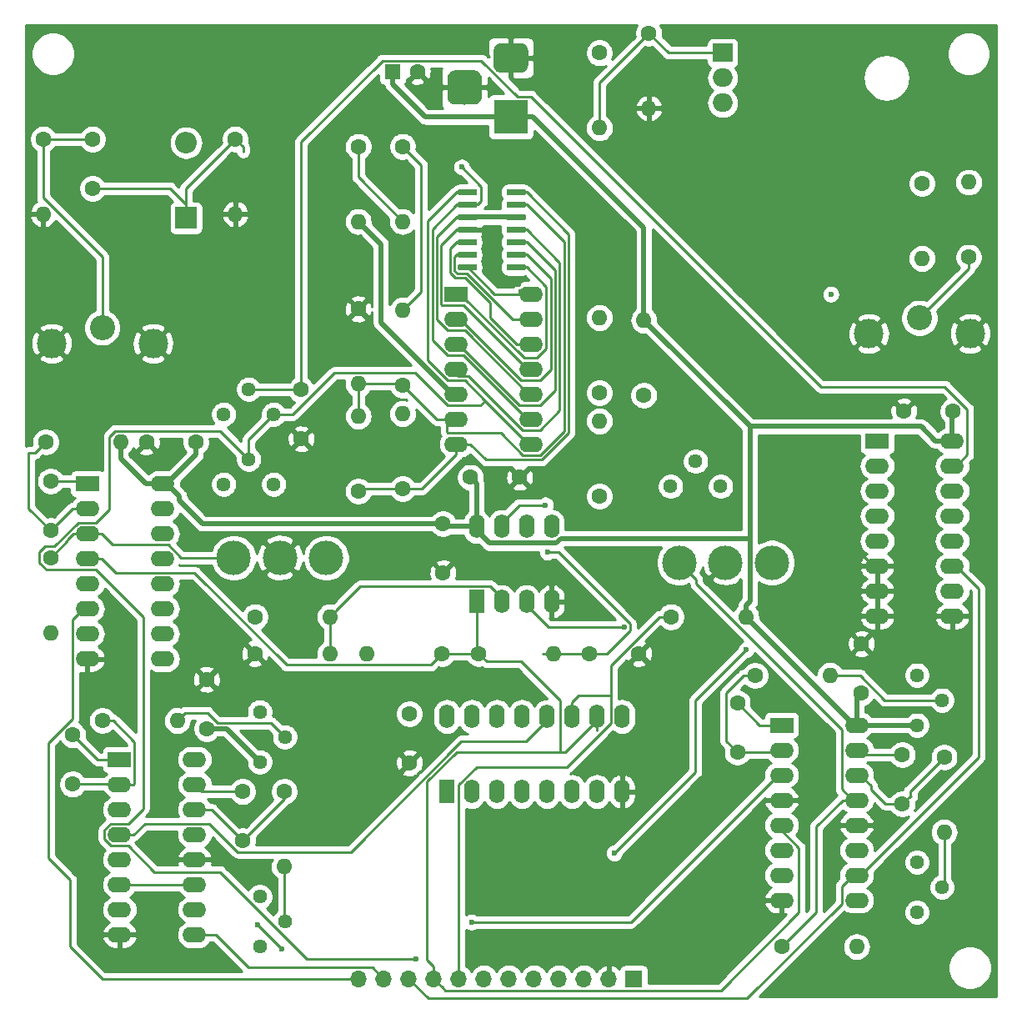
<source format=gbr>
G04 #@! TF.GenerationSoftware,KiCad,Pcbnew,(5.1.4-0-10_14)*
G04 #@! TF.CreationDate,2021-06-29T18:28:10+12:00*
G04 #@! TF.ProjectId,chroma_luma_invert,6368726f-6d61-45f6-9c75-6d615f696e76,rev?*
G04 #@! TF.SameCoordinates,Original*
G04 #@! TF.FileFunction,Copper,L1,Top*
G04 #@! TF.FilePolarity,Positive*
%FSLAX46Y46*%
G04 Gerber Fmt 4.6, Leading zero omitted, Abs format (unit mm)*
G04 Created by KiCad (PCBNEW (5.1.4-0-10_14)) date 2021-06-29 18:28:10*
%MOMM*%
%LPD*%
G04 APERTURE LIST*
%ADD10O,1.600000X2.400000*%
%ADD11R,1.600000X2.400000*%
%ADD12C,1.600000*%
%ADD13R,1.600000X1.600000*%
%ADD14R,2.200000X2.200000*%
%ADD15O,2.200000X2.200000*%
%ADD16R,3.500000X3.500000*%
%ADD17C,0.100000*%
%ADD18C,3.000000*%
%ADD19C,3.500000*%
%ADD20R,1.700000X1.700000*%
%ADD21O,1.700000X1.700000*%
%ADD22R,2.400000X1.600000*%
%ADD23O,2.400000X1.600000*%
%ADD24R,2.000000X1.905000*%
%ADD25O,2.000000X1.905000*%
%ADD26O,1.600000X1.600000*%
%ADD27C,2.550000*%
%ADD28C,1.440000*%
%ADD29C,0.600000*%
%ADD30C,0.250000*%
%ADD31C,0.500000*%
%ADD32C,0.254000*%
G04 APERTURE END LIST*
D10*
X151500000Y-86580000D03*
X159120000Y-94200000D03*
X154040000Y-86580000D03*
X156580000Y-94200000D03*
X156580000Y-86580000D03*
X154040000Y-94200000D03*
X159120000Y-86580000D03*
D11*
X151500000Y-94200000D03*
D12*
X150900000Y-81600000D03*
X155900000Y-81600000D03*
X199900000Y-74900000D03*
X194900000Y-74900000D03*
X148100000Y-86300000D03*
X148100000Y-91300000D03*
X190600000Y-103500000D03*
X190600000Y-98500000D03*
X124100000Y-107100000D03*
X124100000Y-102100000D03*
X144700000Y-105600000D03*
X144700000Y-110600000D03*
X123000000Y-78000000D03*
X118000000Y-78000000D03*
X145500000Y-40400000D03*
D13*
X143000000Y-40400000D03*
D12*
X112500000Y-52250000D03*
X112500000Y-47250000D03*
X194750000Y-109750000D03*
X194750000Y-114750000D03*
X178000000Y-109500000D03*
X178000000Y-104500000D03*
X168000000Y-99500000D03*
X163000000Y-99500000D03*
X108250000Y-87000000D03*
X108250000Y-82000000D03*
X127750000Y-113500000D03*
X127750000Y-118500000D03*
X110500000Y-112750000D03*
X110500000Y-107750000D03*
D14*
X122000000Y-55250000D03*
D15*
X122000000Y-47630000D03*
D16*
X155000000Y-45000000D03*
D17*
G36*
X156073513Y-37503611D02*
G01*
X156146318Y-37514411D01*
X156217714Y-37532295D01*
X156287013Y-37557090D01*
X156353548Y-37588559D01*
X156416678Y-37626398D01*
X156475795Y-37670242D01*
X156530330Y-37719670D01*
X156579758Y-37774205D01*
X156623602Y-37833322D01*
X156661441Y-37896452D01*
X156692910Y-37962987D01*
X156717705Y-38032286D01*
X156735589Y-38103682D01*
X156746389Y-38176487D01*
X156750000Y-38250000D01*
X156750000Y-39750000D01*
X156746389Y-39823513D01*
X156735589Y-39896318D01*
X156717705Y-39967714D01*
X156692910Y-40037013D01*
X156661441Y-40103548D01*
X156623602Y-40166678D01*
X156579758Y-40225795D01*
X156530330Y-40280330D01*
X156475795Y-40329758D01*
X156416678Y-40373602D01*
X156353548Y-40411441D01*
X156287013Y-40442910D01*
X156217714Y-40467705D01*
X156146318Y-40485589D01*
X156073513Y-40496389D01*
X156000000Y-40500000D01*
X154000000Y-40500000D01*
X153926487Y-40496389D01*
X153853682Y-40485589D01*
X153782286Y-40467705D01*
X153712987Y-40442910D01*
X153646452Y-40411441D01*
X153583322Y-40373602D01*
X153524205Y-40329758D01*
X153469670Y-40280330D01*
X153420242Y-40225795D01*
X153376398Y-40166678D01*
X153338559Y-40103548D01*
X153307090Y-40037013D01*
X153282295Y-39967714D01*
X153264411Y-39896318D01*
X153253611Y-39823513D01*
X153250000Y-39750000D01*
X153250000Y-38250000D01*
X153253611Y-38176487D01*
X153264411Y-38103682D01*
X153282295Y-38032286D01*
X153307090Y-37962987D01*
X153338559Y-37896452D01*
X153376398Y-37833322D01*
X153420242Y-37774205D01*
X153469670Y-37719670D01*
X153524205Y-37670242D01*
X153583322Y-37626398D01*
X153646452Y-37588559D01*
X153712987Y-37557090D01*
X153782286Y-37532295D01*
X153853682Y-37514411D01*
X153926487Y-37503611D01*
X154000000Y-37500000D01*
X156000000Y-37500000D01*
X156073513Y-37503611D01*
X156073513Y-37503611D01*
G37*
D18*
X155000000Y-39000000D03*
D17*
G36*
X151260765Y-40254213D02*
G01*
X151345704Y-40266813D01*
X151428999Y-40287677D01*
X151509848Y-40316605D01*
X151587472Y-40353319D01*
X151661124Y-40397464D01*
X151730094Y-40448616D01*
X151793718Y-40506282D01*
X151851384Y-40569906D01*
X151902536Y-40638876D01*
X151946681Y-40712528D01*
X151983395Y-40790152D01*
X152012323Y-40871001D01*
X152033187Y-40954296D01*
X152045787Y-41039235D01*
X152050000Y-41125000D01*
X152050000Y-42875000D01*
X152045787Y-42960765D01*
X152033187Y-43045704D01*
X152012323Y-43128999D01*
X151983395Y-43209848D01*
X151946681Y-43287472D01*
X151902536Y-43361124D01*
X151851384Y-43430094D01*
X151793718Y-43493718D01*
X151730094Y-43551384D01*
X151661124Y-43602536D01*
X151587472Y-43646681D01*
X151509848Y-43683395D01*
X151428999Y-43712323D01*
X151345704Y-43733187D01*
X151260765Y-43745787D01*
X151175000Y-43750000D01*
X149425000Y-43750000D01*
X149339235Y-43745787D01*
X149254296Y-43733187D01*
X149171001Y-43712323D01*
X149090152Y-43683395D01*
X149012528Y-43646681D01*
X148938876Y-43602536D01*
X148869906Y-43551384D01*
X148806282Y-43493718D01*
X148748616Y-43430094D01*
X148697464Y-43361124D01*
X148653319Y-43287472D01*
X148616605Y-43209848D01*
X148587677Y-43128999D01*
X148566813Y-43045704D01*
X148554213Y-42960765D01*
X148550000Y-42875000D01*
X148550000Y-41125000D01*
X148554213Y-41039235D01*
X148566813Y-40954296D01*
X148587677Y-40871001D01*
X148616605Y-40790152D01*
X148653319Y-40712528D01*
X148697464Y-40638876D01*
X148748616Y-40569906D01*
X148806282Y-40506282D01*
X148869906Y-40448616D01*
X148938876Y-40397464D01*
X149012528Y-40353319D01*
X149090152Y-40316605D01*
X149171001Y-40287677D01*
X149254296Y-40266813D01*
X149339235Y-40254213D01*
X149425000Y-40250000D01*
X151175000Y-40250000D01*
X151260765Y-40254213D01*
X151260765Y-40254213D01*
G37*
D19*
X150300000Y-42000000D03*
D20*
X167500000Y-132500000D03*
D21*
X164960000Y-132500000D03*
X162420000Y-132500000D03*
X159880000Y-132500000D03*
X157340000Y-132500000D03*
X154800000Y-132500000D03*
X152260000Y-132500000D03*
X149720000Y-132500000D03*
X147180000Y-132500000D03*
X144640000Y-132500000D03*
X142100000Y-132500000D03*
X139560000Y-132500000D03*
D19*
X172100000Y-90250000D03*
X176800000Y-90250000D03*
X181500000Y-90250000D03*
X136250000Y-89750000D03*
X131550000Y-89750000D03*
X126850000Y-89750000D03*
D22*
X192200000Y-77900000D03*
D23*
X199820000Y-95680000D03*
X192200000Y-80440000D03*
X199820000Y-93140000D03*
X192200000Y-82980000D03*
X199820000Y-90600000D03*
X192200000Y-85520000D03*
X199820000Y-88060000D03*
X192200000Y-88060000D03*
X199820000Y-85520000D03*
X192200000Y-90600000D03*
X199820000Y-82980000D03*
X192200000Y-93140000D03*
X199820000Y-80440000D03*
X192200000Y-95680000D03*
X199820000Y-77900000D03*
D24*
X176500000Y-38500000D03*
D25*
X176500000Y-41040000D03*
X176500000Y-43580000D03*
D23*
X190120000Y-106750000D03*
X182500000Y-124530000D03*
X190120000Y-109290000D03*
X182500000Y-121990000D03*
X190120000Y-111830000D03*
X182500000Y-119450000D03*
X190120000Y-114370000D03*
X182500000Y-116910000D03*
X190120000Y-116910000D03*
X182500000Y-114370000D03*
X190120000Y-119450000D03*
X182500000Y-111830000D03*
X190120000Y-121990000D03*
X182500000Y-109290000D03*
X190120000Y-124530000D03*
D22*
X182500000Y-106750000D03*
D23*
X122870000Y-110250000D03*
X115250000Y-128030000D03*
X122870000Y-112790000D03*
X115250000Y-125490000D03*
X122870000Y-115330000D03*
X115250000Y-122950000D03*
X122870000Y-117870000D03*
X115250000Y-120410000D03*
X122870000Y-120410000D03*
X115250000Y-117870000D03*
X122870000Y-122950000D03*
X115250000Y-115330000D03*
X122870000Y-125490000D03*
X115250000Y-112790000D03*
X122870000Y-128030000D03*
D22*
X115250000Y-110250000D03*
D11*
X148500000Y-113500000D03*
D10*
X166280000Y-105880000D03*
X151040000Y-113500000D03*
X163740000Y-105880000D03*
X153580000Y-113500000D03*
X161200000Y-105880000D03*
X156120000Y-113500000D03*
X158660000Y-105880000D03*
X158660000Y-113500000D03*
X156120000Y-105880000D03*
X161200000Y-113500000D03*
X153580000Y-105880000D03*
X163740000Y-113500000D03*
X151040000Y-105880000D03*
X166280000Y-113500000D03*
X148500000Y-105880000D03*
D22*
X112000000Y-82250000D03*
D23*
X119620000Y-100030000D03*
X112000000Y-84790000D03*
X119620000Y-97490000D03*
X112000000Y-87330000D03*
X119620000Y-94950000D03*
X112000000Y-89870000D03*
X119620000Y-92410000D03*
X112000000Y-92410000D03*
X119620000Y-89870000D03*
X112000000Y-94950000D03*
X119620000Y-87330000D03*
X112000000Y-97490000D03*
X119620000Y-84790000D03*
X112000000Y-100030000D03*
X119620000Y-82250000D03*
D12*
X144000000Y-82750000D03*
D26*
X144000000Y-75130000D03*
X201500000Y-51630000D03*
D12*
X201500000Y-59250000D03*
D26*
X139500000Y-75380000D03*
D12*
X139500000Y-83000000D03*
X144000000Y-72250000D03*
D26*
X144000000Y-64630000D03*
D12*
X196750000Y-51750000D03*
D26*
X196750000Y-59370000D03*
D12*
X107500000Y-47250000D03*
D26*
X107500000Y-54870000D03*
D12*
X127000000Y-47250000D03*
D26*
X127000000Y-54870000D03*
X139500000Y-72120000D03*
D12*
X139500000Y-64500000D03*
X144000000Y-48000000D03*
D26*
X144000000Y-55620000D03*
D12*
X139500000Y-48000000D03*
D26*
X139500000Y-55620000D03*
X168500000Y-65630000D03*
D12*
X168500000Y-73250000D03*
D26*
X164000000Y-75880000D03*
D12*
X164000000Y-83500000D03*
X164000000Y-73000000D03*
D26*
X164000000Y-65380000D03*
X164000000Y-46120000D03*
D12*
X164000000Y-38500000D03*
X169000000Y-36500000D03*
D26*
X169000000Y-44120000D03*
X199000000Y-117620000D03*
D12*
X199000000Y-110000000D03*
X148000000Y-99500000D03*
D26*
X140380000Y-99500000D03*
X187420000Y-101700000D03*
D12*
X179800000Y-101700000D03*
X171250000Y-95750000D03*
D26*
X178870000Y-95750000D03*
X159370000Y-99500000D03*
D12*
X151750000Y-99500000D03*
X129000000Y-95750000D03*
D26*
X136620000Y-95750000D03*
X136620000Y-99500000D03*
D12*
X129000000Y-99500000D03*
D26*
X190120000Y-129250000D03*
D12*
X182500000Y-129250000D03*
X107750000Y-78000000D03*
D26*
X115370000Y-78000000D03*
D12*
X132000000Y-113500000D03*
D26*
X132000000Y-121120000D03*
X121120000Y-106300000D03*
D12*
X113500000Y-106300000D03*
D26*
X108250000Y-97370000D03*
D12*
X108250000Y-89750000D03*
X133700000Y-72700000D03*
X133700000Y-77700000D03*
D18*
X108350000Y-68000000D03*
X118650000Y-68000000D03*
D27*
X113500000Y-66400000D03*
X196500000Y-65400000D03*
D18*
X201650000Y-67000000D03*
X191350000Y-67000000D03*
D28*
X196250000Y-125750000D03*
X198790000Y-123210000D03*
X196250000Y-120670000D03*
X196250000Y-101670000D03*
X198790000Y-104210000D03*
X196250000Y-106750000D03*
X129500000Y-129250000D03*
X132040000Y-126710000D03*
X129500000Y-124170000D03*
X129500000Y-105420000D03*
X132040000Y-107960000D03*
X129500000Y-110500000D03*
X176300000Y-82500000D03*
X173760000Y-79960000D03*
X171220000Y-82500000D03*
X130900000Y-82300000D03*
X128360000Y-79760000D03*
X125820000Y-82300000D03*
X125820000Y-75200000D03*
X128360000Y-72660000D03*
X130900000Y-75200000D03*
D22*
X149450000Y-63000000D03*
D23*
X157070000Y-78240000D03*
X149450000Y-65540000D03*
X157070000Y-75700000D03*
X149450000Y-68080000D03*
X157070000Y-73160000D03*
X149450000Y-70620000D03*
X157070000Y-70620000D03*
X149450000Y-73160000D03*
X157070000Y-68080000D03*
X149450000Y-75700000D03*
X157070000Y-65540000D03*
X149450000Y-78240000D03*
X157070000Y-63000000D03*
D17*
G36*
X156364703Y-59960722D02*
G01*
X156379264Y-59962882D01*
X156393543Y-59966459D01*
X156407403Y-59971418D01*
X156420710Y-59977712D01*
X156433336Y-59985280D01*
X156445159Y-59994048D01*
X156456066Y-60003934D01*
X156465952Y-60014841D01*
X156474720Y-60026664D01*
X156482288Y-60039290D01*
X156488582Y-60052597D01*
X156493541Y-60066457D01*
X156497118Y-60080736D01*
X156499278Y-60095297D01*
X156500000Y-60110000D01*
X156500000Y-60410000D01*
X156499278Y-60424703D01*
X156497118Y-60439264D01*
X156493541Y-60453543D01*
X156488582Y-60467403D01*
X156482288Y-60480710D01*
X156474720Y-60493336D01*
X156465952Y-60505159D01*
X156456066Y-60516066D01*
X156445159Y-60525952D01*
X156433336Y-60534720D01*
X156420710Y-60542288D01*
X156407403Y-60548582D01*
X156393543Y-60553541D01*
X156379264Y-60557118D01*
X156364703Y-60559278D01*
X156350000Y-60560000D01*
X154700000Y-60560000D01*
X154685297Y-60559278D01*
X154670736Y-60557118D01*
X154656457Y-60553541D01*
X154642597Y-60548582D01*
X154629290Y-60542288D01*
X154616664Y-60534720D01*
X154604841Y-60525952D01*
X154593934Y-60516066D01*
X154584048Y-60505159D01*
X154575280Y-60493336D01*
X154567712Y-60480710D01*
X154561418Y-60467403D01*
X154556459Y-60453543D01*
X154552882Y-60439264D01*
X154550722Y-60424703D01*
X154550000Y-60410000D01*
X154550000Y-60110000D01*
X154550722Y-60095297D01*
X154552882Y-60080736D01*
X154556459Y-60066457D01*
X154561418Y-60052597D01*
X154567712Y-60039290D01*
X154575280Y-60026664D01*
X154584048Y-60014841D01*
X154593934Y-60003934D01*
X154604841Y-59994048D01*
X154616664Y-59985280D01*
X154629290Y-59977712D01*
X154642597Y-59971418D01*
X154656457Y-59966459D01*
X154670736Y-59962882D01*
X154685297Y-59960722D01*
X154700000Y-59960000D01*
X156350000Y-59960000D01*
X156364703Y-59960722D01*
X156364703Y-59960722D01*
G37*
D29*
X155525000Y-60260000D03*
D17*
G36*
X156364703Y-58690722D02*
G01*
X156379264Y-58692882D01*
X156393543Y-58696459D01*
X156407403Y-58701418D01*
X156420710Y-58707712D01*
X156433336Y-58715280D01*
X156445159Y-58724048D01*
X156456066Y-58733934D01*
X156465952Y-58744841D01*
X156474720Y-58756664D01*
X156482288Y-58769290D01*
X156488582Y-58782597D01*
X156493541Y-58796457D01*
X156497118Y-58810736D01*
X156499278Y-58825297D01*
X156500000Y-58840000D01*
X156500000Y-59140000D01*
X156499278Y-59154703D01*
X156497118Y-59169264D01*
X156493541Y-59183543D01*
X156488582Y-59197403D01*
X156482288Y-59210710D01*
X156474720Y-59223336D01*
X156465952Y-59235159D01*
X156456066Y-59246066D01*
X156445159Y-59255952D01*
X156433336Y-59264720D01*
X156420710Y-59272288D01*
X156407403Y-59278582D01*
X156393543Y-59283541D01*
X156379264Y-59287118D01*
X156364703Y-59289278D01*
X156350000Y-59290000D01*
X154700000Y-59290000D01*
X154685297Y-59289278D01*
X154670736Y-59287118D01*
X154656457Y-59283541D01*
X154642597Y-59278582D01*
X154629290Y-59272288D01*
X154616664Y-59264720D01*
X154604841Y-59255952D01*
X154593934Y-59246066D01*
X154584048Y-59235159D01*
X154575280Y-59223336D01*
X154567712Y-59210710D01*
X154561418Y-59197403D01*
X154556459Y-59183543D01*
X154552882Y-59169264D01*
X154550722Y-59154703D01*
X154550000Y-59140000D01*
X154550000Y-58840000D01*
X154550722Y-58825297D01*
X154552882Y-58810736D01*
X154556459Y-58796457D01*
X154561418Y-58782597D01*
X154567712Y-58769290D01*
X154575280Y-58756664D01*
X154584048Y-58744841D01*
X154593934Y-58733934D01*
X154604841Y-58724048D01*
X154616664Y-58715280D01*
X154629290Y-58707712D01*
X154642597Y-58701418D01*
X154656457Y-58696459D01*
X154670736Y-58692882D01*
X154685297Y-58690722D01*
X154700000Y-58690000D01*
X156350000Y-58690000D01*
X156364703Y-58690722D01*
X156364703Y-58690722D01*
G37*
D29*
X155525000Y-58990000D03*
D17*
G36*
X156364703Y-57420722D02*
G01*
X156379264Y-57422882D01*
X156393543Y-57426459D01*
X156407403Y-57431418D01*
X156420710Y-57437712D01*
X156433336Y-57445280D01*
X156445159Y-57454048D01*
X156456066Y-57463934D01*
X156465952Y-57474841D01*
X156474720Y-57486664D01*
X156482288Y-57499290D01*
X156488582Y-57512597D01*
X156493541Y-57526457D01*
X156497118Y-57540736D01*
X156499278Y-57555297D01*
X156500000Y-57570000D01*
X156500000Y-57870000D01*
X156499278Y-57884703D01*
X156497118Y-57899264D01*
X156493541Y-57913543D01*
X156488582Y-57927403D01*
X156482288Y-57940710D01*
X156474720Y-57953336D01*
X156465952Y-57965159D01*
X156456066Y-57976066D01*
X156445159Y-57985952D01*
X156433336Y-57994720D01*
X156420710Y-58002288D01*
X156407403Y-58008582D01*
X156393543Y-58013541D01*
X156379264Y-58017118D01*
X156364703Y-58019278D01*
X156350000Y-58020000D01*
X154700000Y-58020000D01*
X154685297Y-58019278D01*
X154670736Y-58017118D01*
X154656457Y-58013541D01*
X154642597Y-58008582D01*
X154629290Y-58002288D01*
X154616664Y-57994720D01*
X154604841Y-57985952D01*
X154593934Y-57976066D01*
X154584048Y-57965159D01*
X154575280Y-57953336D01*
X154567712Y-57940710D01*
X154561418Y-57927403D01*
X154556459Y-57913543D01*
X154552882Y-57899264D01*
X154550722Y-57884703D01*
X154550000Y-57870000D01*
X154550000Y-57570000D01*
X154550722Y-57555297D01*
X154552882Y-57540736D01*
X154556459Y-57526457D01*
X154561418Y-57512597D01*
X154567712Y-57499290D01*
X154575280Y-57486664D01*
X154584048Y-57474841D01*
X154593934Y-57463934D01*
X154604841Y-57454048D01*
X154616664Y-57445280D01*
X154629290Y-57437712D01*
X154642597Y-57431418D01*
X154656457Y-57426459D01*
X154670736Y-57422882D01*
X154685297Y-57420722D01*
X154700000Y-57420000D01*
X156350000Y-57420000D01*
X156364703Y-57420722D01*
X156364703Y-57420722D01*
G37*
D29*
X155525000Y-57720000D03*
D17*
G36*
X156364703Y-56150722D02*
G01*
X156379264Y-56152882D01*
X156393543Y-56156459D01*
X156407403Y-56161418D01*
X156420710Y-56167712D01*
X156433336Y-56175280D01*
X156445159Y-56184048D01*
X156456066Y-56193934D01*
X156465952Y-56204841D01*
X156474720Y-56216664D01*
X156482288Y-56229290D01*
X156488582Y-56242597D01*
X156493541Y-56256457D01*
X156497118Y-56270736D01*
X156499278Y-56285297D01*
X156500000Y-56300000D01*
X156500000Y-56600000D01*
X156499278Y-56614703D01*
X156497118Y-56629264D01*
X156493541Y-56643543D01*
X156488582Y-56657403D01*
X156482288Y-56670710D01*
X156474720Y-56683336D01*
X156465952Y-56695159D01*
X156456066Y-56706066D01*
X156445159Y-56715952D01*
X156433336Y-56724720D01*
X156420710Y-56732288D01*
X156407403Y-56738582D01*
X156393543Y-56743541D01*
X156379264Y-56747118D01*
X156364703Y-56749278D01*
X156350000Y-56750000D01*
X154700000Y-56750000D01*
X154685297Y-56749278D01*
X154670736Y-56747118D01*
X154656457Y-56743541D01*
X154642597Y-56738582D01*
X154629290Y-56732288D01*
X154616664Y-56724720D01*
X154604841Y-56715952D01*
X154593934Y-56706066D01*
X154584048Y-56695159D01*
X154575280Y-56683336D01*
X154567712Y-56670710D01*
X154561418Y-56657403D01*
X154556459Y-56643543D01*
X154552882Y-56629264D01*
X154550722Y-56614703D01*
X154550000Y-56600000D01*
X154550000Y-56300000D01*
X154550722Y-56285297D01*
X154552882Y-56270736D01*
X154556459Y-56256457D01*
X154561418Y-56242597D01*
X154567712Y-56229290D01*
X154575280Y-56216664D01*
X154584048Y-56204841D01*
X154593934Y-56193934D01*
X154604841Y-56184048D01*
X154616664Y-56175280D01*
X154629290Y-56167712D01*
X154642597Y-56161418D01*
X154656457Y-56156459D01*
X154670736Y-56152882D01*
X154685297Y-56150722D01*
X154700000Y-56150000D01*
X156350000Y-56150000D01*
X156364703Y-56150722D01*
X156364703Y-56150722D01*
G37*
D29*
X155525000Y-56450000D03*
D17*
G36*
X156364703Y-54880722D02*
G01*
X156379264Y-54882882D01*
X156393543Y-54886459D01*
X156407403Y-54891418D01*
X156420710Y-54897712D01*
X156433336Y-54905280D01*
X156445159Y-54914048D01*
X156456066Y-54923934D01*
X156465952Y-54934841D01*
X156474720Y-54946664D01*
X156482288Y-54959290D01*
X156488582Y-54972597D01*
X156493541Y-54986457D01*
X156497118Y-55000736D01*
X156499278Y-55015297D01*
X156500000Y-55030000D01*
X156500000Y-55330000D01*
X156499278Y-55344703D01*
X156497118Y-55359264D01*
X156493541Y-55373543D01*
X156488582Y-55387403D01*
X156482288Y-55400710D01*
X156474720Y-55413336D01*
X156465952Y-55425159D01*
X156456066Y-55436066D01*
X156445159Y-55445952D01*
X156433336Y-55454720D01*
X156420710Y-55462288D01*
X156407403Y-55468582D01*
X156393543Y-55473541D01*
X156379264Y-55477118D01*
X156364703Y-55479278D01*
X156350000Y-55480000D01*
X154700000Y-55480000D01*
X154685297Y-55479278D01*
X154670736Y-55477118D01*
X154656457Y-55473541D01*
X154642597Y-55468582D01*
X154629290Y-55462288D01*
X154616664Y-55454720D01*
X154604841Y-55445952D01*
X154593934Y-55436066D01*
X154584048Y-55425159D01*
X154575280Y-55413336D01*
X154567712Y-55400710D01*
X154561418Y-55387403D01*
X154556459Y-55373543D01*
X154552882Y-55359264D01*
X154550722Y-55344703D01*
X154550000Y-55330000D01*
X154550000Y-55030000D01*
X154550722Y-55015297D01*
X154552882Y-55000736D01*
X154556459Y-54986457D01*
X154561418Y-54972597D01*
X154567712Y-54959290D01*
X154575280Y-54946664D01*
X154584048Y-54934841D01*
X154593934Y-54923934D01*
X154604841Y-54914048D01*
X154616664Y-54905280D01*
X154629290Y-54897712D01*
X154642597Y-54891418D01*
X154656457Y-54886459D01*
X154670736Y-54882882D01*
X154685297Y-54880722D01*
X154700000Y-54880000D01*
X156350000Y-54880000D01*
X156364703Y-54880722D01*
X156364703Y-54880722D01*
G37*
D29*
X155525000Y-55180000D03*
D17*
G36*
X156364703Y-53610722D02*
G01*
X156379264Y-53612882D01*
X156393543Y-53616459D01*
X156407403Y-53621418D01*
X156420710Y-53627712D01*
X156433336Y-53635280D01*
X156445159Y-53644048D01*
X156456066Y-53653934D01*
X156465952Y-53664841D01*
X156474720Y-53676664D01*
X156482288Y-53689290D01*
X156488582Y-53702597D01*
X156493541Y-53716457D01*
X156497118Y-53730736D01*
X156499278Y-53745297D01*
X156500000Y-53760000D01*
X156500000Y-54060000D01*
X156499278Y-54074703D01*
X156497118Y-54089264D01*
X156493541Y-54103543D01*
X156488582Y-54117403D01*
X156482288Y-54130710D01*
X156474720Y-54143336D01*
X156465952Y-54155159D01*
X156456066Y-54166066D01*
X156445159Y-54175952D01*
X156433336Y-54184720D01*
X156420710Y-54192288D01*
X156407403Y-54198582D01*
X156393543Y-54203541D01*
X156379264Y-54207118D01*
X156364703Y-54209278D01*
X156350000Y-54210000D01*
X154700000Y-54210000D01*
X154685297Y-54209278D01*
X154670736Y-54207118D01*
X154656457Y-54203541D01*
X154642597Y-54198582D01*
X154629290Y-54192288D01*
X154616664Y-54184720D01*
X154604841Y-54175952D01*
X154593934Y-54166066D01*
X154584048Y-54155159D01*
X154575280Y-54143336D01*
X154567712Y-54130710D01*
X154561418Y-54117403D01*
X154556459Y-54103543D01*
X154552882Y-54089264D01*
X154550722Y-54074703D01*
X154550000Y-54060000D01*
X154550000Y-53760000D01*
X154550722Y-53745297D01*
X154552882Y-53730736D01*
X154556459Y-53716457D01*
X154561418Y-53702597D01*
X154567712Y-53689290D01*
X154575280Y-53676664D01*
X154584048Y-53664841D01*
X154593934Y-53653934D01*
X154604841Y-53644048D01*
X154616664Y-53635280D01*
X154629290Y-53627712D01*
X154642597Y-53621418D01*
X154656457Y-53616459D01*
X154670736Y-53612882D01*
X154685297Y-53610722D01*
X154700000Y-53610000D01*
X156350000Y-53610000D01*
X156364703Y-53610722D01*
X156364703Y-53610722D01*
G37*
D29*
X155525000Y-53910000D03*
D17*
G36*
X156364703Y-52340722D02*
G01*
X156379264Y-52342882D01*
X156393543Y-52346459D01*
X156407403Y-52351418D01*
X156420710Y-52357712D01*
X156433336Y-52365280D01*
X156445159Y-52374048D01*
X156456066Y-52383934D01*
X156465952Y-52394841D01*
X156474720Y-52406664D01*
X156482288Y-52419290D01*
X156488582Y-52432597D01*
X156493541Y-52446457D01*
X156497118Y-52460736D01*
X156499278Y-52475297D01*
X156500000Y-52490000D01*
X156500000Y-52790000D01*
X156499278Y-52804703D01*
X156497118Y-52819264D01*
X156493541Y-52833543D01*
X156488582Y-52847403D01*
X156482288Y-52860710D01*
X156474720Y-52873336D01*
X156465952Y-52885159D01*
X156456066Y-52896066D01*
X156445159Y-52905952D01*
X156433336Y-52914720D01*
X156420710Y-52922288D01*
X156407403Y-52928582D01*
X156393543Y-52933541D01*
X156379264Y-52937118D01*
X156364703Y-52939278D01*
X156350000Y-52940000D01*
X154700000Y-52940000D01*
X154685297Y-52939278D01*
X154670736Y-52937118D01*
X154656457Y-52933541D01*
X154642597Y-52928582D01*
X154629290Y-52922288D01*
X154616664Y-52914720D01*
X154604841Y-52905952D01*
X154593934Y-52896066D01*
X154584048Y-52885159D01*
X154575280Y-52873336D01*
X154567712Y-52860710D01*
X154561418Y-52847403D01*
X154556459Y-52833543D01*
X154552882Y-52819264D01*
X154550722Y-52804703D01*
X154550000Y-52790000D01*
X154550000Y-52490000D01*
X154550722Y-52475297D01*
X154552882Y-52460736D01*
X154556459Y-52446457D01*
X154561418Y-52432597D01*
X154567712Y-52419290D01*
X154575280Y-52406664D01*
X154584048Y-52394841D01*
X154593934Y-52383934D01*
X154604841Y-52374048D01*
X154616664Y-52365280D01*
X154629290Y-52357712D01*
X154642597Y-52351418D01*
X154656457Y-52346459D01*
X154670736Y-52342882D01*
X154685297Y-52340722D01*
X154700000Y-52340000D01*
X156350000Y-52340000D01*
X156364703Y-52340722D01*
X156364703Y-52340722D01*
G37*
D29*
X155525000Y-52640000D03*
D17*
G36*
X151414703Y-52340722D02*
G01*
X151429264Y-52342882D01*
X151443543Y-52346459D01*
X151457403Y-52351418D01*
X151470710Y-52357712D01*
X151483336Y-52365280D01*
X151495159Y-52374048D01*
X151506066Y-52383934D01*
X151515952Y-52394841D01*
X151524720Y-52406664D01*
X151532288Y-52419290D01*
X151538582Y-52432597D01*
X151543541Y-52446457D01*
X151547118Y-52460736D01*
X151549278Y-52475297D01*
X151550000Y-52490000D01*
X151550000Y-52790000D01*
X151549278Y-52804703D01*
X151547118Y-52819264D01*
X151543541Y-52833543D01*
X151538582Y-52847403D01*
X151532288Y-52860710D01*
X151524720Y-52873336D01*
X151515952Y-52885159D01*
X151506066Y-52896066D01*
X151495159Y-52905952D01*
X151483336Y-52914720D01*
X151470710Y-52922288D01*
X151457403Y-52928582D01*
X151443543Y-52933541D01*
X151429264Y-52937118D01*
X151414703Y-52939278D01*
X151400000Y-52940000D01*
X149750000Y-52940000D01*
X149735297Y-52939278D01*
X149720736Y-52937118D01*
X149706457Y-52933541D01*
X149692597Y-52928582D01*
X149679290Y-52922288D01*
X149666664Y-52914720D01*
X149654841Y-52905952D01*
X149643934Y-52896066D01*
X149634048Y-52885159D01*
X149625280Y-52873336D01*
X149617712Y-52860710D01*
X149611418Y-52847403D01*
X149606459Y-52833543D01*
X149602882Y-52819264D01*
X149600722Y-52804703D01*
X149600000Y-52790000D01*
X149600000Y-52490000D01*
X149600722Y-52475297D01*
X149602882Y-52460736D01*
X149606459Y-52446457D01*
X149611418Y-52432597D01*
X149617712Y-52419290D01*
X149625280Y-52406664D01*
X149634048Y-52394841D01*
X149643934Y-52383934D01*
X149654841Y-52374048D01*
X149666664Y-52365280D01*
X149679290Y-52357712D01*
X149692597Y-52351418D01*
X149706457Y-52346459D01*
X149720736Y-52342882D01*
X149735297Y-52340722D01*
X149750000Y-52340000D01*
X151400000Y-52340000D01*
X151414703Y-52340722D01*
X151414703Y-52340722D01*
G37*
D29*
X150575000Y-52640000D03*
D17*
G36*
X151414703Y-53610722D02*
G01*
X151429264Y-53612882D01*
X151443543Y-53616459D01*
X151457403Y-53621418D01*
X151470710Y-53627712D01*
X151483336Y-53635280D01*
X151495159Y-53644048D01*
X151506066Y-53653934D01*
X151515952Y-53664841D01*
X151524720Y-53676664D01*
X151532288Y-53689290D01*
X151538582Y-53702597D01*
X151543541Y-53716457D01*
X151547118Y-53730736D01*
X151549278Y-53745297D01*
X151550000Y-53760000D01*
X151550000Y-54060000D01*
X151549278Y-54074703D01*
X151547118Y-54089264D01*
X151543541Y-54103543D01*
X151538582Y-54117403D01*
X151532288Y-54130710D01*
X151524720Y-54143336D01*
X151515952Y-54155159D01*
X151506066Y-54166066D01*
X151495159Y-54175952D01*
X151483336Y-54184720D01*
X151470710Y-54192288D01*
X151457403Y-54198582D01*
X151443543Y-54203541D01*
X151429264Y-54207118D01*
X151414703Y-54209278D01*
X151400000Y-54210000D01*
X149750000Y-54210000D01*
X149735297Y-54209278D01*
X149720736Y-54207118D01*
X149706457Y-54203541D01*
X149692597Y-54198582D01*
X149679290Y-54192288D01*
X149666664Y-54184720D01*
X149654841Y-54175952D01*
X149643934Y-54166066D01*
X149634048Y-54155159D01*
X149625280Y-54143336D01*
X149617712Y-54130710D01*
X149611418Y-54117403D01*
X149606459Y-54103543D01*
X149602882Y-54089264D01*
X149600722Y-54074703D01*
X149600000Y-54060000D01*
X149600000Y-53760000D01*
X149600722Y-53745297D01*
X149602882Y-53730736D01*
X149606459Y-53716457D01*
X149611418Y-53702597D01*
X149617712Y-53689290D01*
X149625280Y-53676664D01*
X149634048Y-53664841D01*
X149643934Y-53653934D01*
X149654841Y-53644048D01*
X149666664Y-53635280D01*
X149679290Y-53627712D01*
X149692597Y-53621418D01*
X149706457Y-53616459D01*
X149720736Y-53612882D01*
X149735297Y-53610722D01*
X149750000Y-53610000D01*
X151400000Y-53610000D01*
X151414703Y-53610722D01*
X151414703Y-53610722D01*
G37*
D29*
X150575000Y-53910000D03*
D17*
G36*
X151414703Y-54880722D02*
G01*
X151429264Y-54882882D01*
X151443543Y-54886459D01*
X151457403Y-54891418D01*
X151470710Y-54897712D01*
X151483336Y-54905280D01*
X151495159Y-54914048D01*
X151506066Y-54923934D01*
X151515952Y-54934841D01*
X151524720Y-54946664D01*
X151532288Y-54959290D01*
X151538582Y-54972597D01*
X151543541Y-54986457D01*
X151547118Y-55000736D01*
X151549278Y-55015297D01*
X151550000Y-55030000D01*
X151550000Y-55330000D01*
X151549278Y-55344703D01*
X151547118Y-55359264D01*
X151543541Y-55373543D01*
X151538582Y-55387403D01*
X151532288Y-55400710D01*
X151524720Y-55413336D01*
X151515952Y-55425159D01*
X151506066Y-55436066D01*
X151495159Y-55445952D01*
X151483336Y-55454720D01*
X151470710Y-55462288D01*
X151457403Y-55468582D01*
X151443543Y-55473541D01*
X151429264Y-55477118D01*
X151414703Y-55479278D01*
X151400000Y-55480000D01*
X149750000Y-55480000D01*
X149735297Y-55479278D01*
X149720736Y-55477118D01*
X149706457Y-55473541D01*
X149692597Y-55468582D01*
X149679290Y-55462288D01*
X149666664Y-55454720D01*
X149654841Y-55445952D01*
X149643934Y-55436066D01*
X149634048Y-55425159D01*
X149625280Y-55413336D01*
X149617712Y-55400710D01*
X149611418Y-55387403D01*
X149606459Y-55373543D01*
X149602882Y-55359264D01*
X149600722Y-55344703D01*
X149600000Y-55330000D01*
X149600000Y-55030000D01*
X149600722Y-55015297D01*
X149602882Y-55000736D01*
X149606459Y-54986457D01*
X149611418Y-54972597D01*
X149617712Y-54959290D01*
X149625280Y-54946664D01*
X149634048Y-54934841D01*
X149643934Y-54923934D01*
X149654841Y-54914048D01*
X149666664Y-54905280D01*
X149679290Y-54897712D01*
X149692597Y-54891418D01*
X149706457Y-54886459D01*
X149720736Y-54882882D01*
X149735297Y-54880722D01*
X149750000Y-54880000D01*
X151400000Y-54880000D01*
X151414703Y-54880722D01*
X151414703Y-54880722D01*
G37*
D29*
X150575000Y-55180000D03*
D17*
G36*
X151414703Y-56150722D02*
G01*
X151429264Y-56152882D01*
X151443543Y-56156459D01*
X151457403Y-56161418D01*
X151470710Y-56167712D01*
X151483336Y-56175280D01*
X151495159Y-56184048D01*
X151506066Y-56193934D01*
X151515952Y-56204841D01*
X151524720Y-56216664D01*
X151532288Y-56229290D01*
X151538582Y-56242597D01*
X151543541Y-56256457D01*
X151547118Y-56270736D01*
X151549278Y-56285297D01*
X151550000Y-56300000D01*
X151550000Y-56600000D01*
X151549278Y-56614703D01*
X151547118Y-56629264D01*
X151543541Y-56643543D01*
X151538582Y-56657403D01*
X151532288Y-56670710D01*
X151524720Y-56683336D01*
X151515952Y-56695159D01*
X151506066Y-56706066D01*
X151495159Y-56715952D01*
X151483336Y-56724720D01*
X151470710Y-56732288D01*
X151457403Y-56738582D01*
X151443543Y-56743541D01*
X151429264Y-56747118D01*
X151414703Y-56749278D01*
X151400000Y-56750000D01*
X149750000Y-56750000D01*
X149735297Y-56749278D01*
X149720736Y-56747118D01*
X149706457Y-56743541D01*
X149692597Y-56738582D01*
X149679290Y-56732288D01*
X149666664Y-56724720D01*
X149654841Y-56715952D01*
X149643934Y-56706066D01*
X149634048Y-56695159D01*
X149625280Y-56683336D01*
X149617712Y-56670710D01*
X149611418Y-56657403D01*
X149606459Y-56643543D01*
X149602882Y-56629264D01*
X149600722Y-56614703D01*
X149600000Y-56600000D01*
X149600000Y-56300000D01*
X149600722Y-56285297D01*
X149602882Y-56270736D01*
X149606459Y-56256457D01*
X149611418Y-56242597D01*
X149617712Y-56229290D01*
X149625280Y-56216664D01*
X149634048Y-56204841D01*
X149643934Y-56193934D01*
X149654841Y-56184048D01*
X149666664Y-56175280D01*
X149679290Y-56167712D01*
X149692597Y-56161418D01*
X149706457Y-56156459D01*
X149720736Y-56152882D01*
X149735297Y-56150722D01*
X149750000Y-56150000D01*
X151400000Y-56150000D01*
X151414703Y-56150722D01*
X151414703Y-56150722D01*
G37*
D29*
X150575000Y-56450000D03*
D17*
G36*
X151414703Y-57420722D02*
G01*
X151429264Y-57422882D01*
X151443543Y-57426459D01*
X151457403Y-57431418D01*
X151470710Y-57437712D01*
X151483336Y-57445280D01*
X151495159Y-57454048D01*
X151506066Y-57463934D01*
X151515952Y-57474841D01*
X151524720Y-57486664D01*
X151532288Y-57499290D01*
X151538582Y-57512597D01*
X151543541Y-57526457D01*
X151547118Y-57540736D01*
X151549278Y-57555297D01*
X151550000Y-57570000D01*
X151550000Y-57870000D01*
X151549278Y-57884703D01*
X151547118Y-57899264D01*
X151543541Y-57913543D01*
X151538582Y-57927403D01*
X151532288Y-57940710D01*
X151524720Y-57953336D01*
X151515952Y-57965159D01*
X151506066Y-57976066D01*
X151495159Y-57985952D01*
X151483336Y-57994720D01*
X151470710Y-58002288D01*
X151457403Y-58008582D01*
X151443543Y-58013541D01*
X151429264Y-58017118D01*
X151414703Y-58019278D01*
X151400000Y-58020000D01*
X149750000Y-58020000D01*
X149735297Y-58019278D01*
X149720736Y-58017118D01*
X149706457Y-58013541D01*
X149692597Y-58008582D01*
X149679290Y-58002288D01*
X149666664Y-57994720D01*
X149654841Y-57985952D01*
X149643934Y-57976066D01*
X149634048Y-57965159D01*
X149625280Y-57953336D01*
X149617712Y-57940710D01*
X149611418Y-57927403D01*
X149606459Y-57913543D01*
X149602882Y-57899264D01*
X149600722Y-57884703D01*
X149600000Y-57870000D01*
X149600000Y-57570000D01*
X149600722Y-57555297D01*
X149602882Y-57540736D01*
X149606459Y-57526457D01*
X149611418Y-57512597D01*
X149617712Y-57499290D01*
X149625280Y-57486664D01*
X149634048Y-57474841D01*
X149643934Y-57463934D01*
X149654841Y-57454048D01*
X149666664Y-57445280D01*
X149679290Y-57437712D01*
X149692597Y-57431418D01*
X149706457Y-57426459D01*
X149720736Y-57422882D01*
X149735297Y-57420722D01*
X149750000Y-57420000D01*
X151400000Y-57420000D01*
X151414703Y-57420722D01*
X151414703Y-57420722D01*
G37*
D29*
X150575000Y-57720000D03*
D17*
G36*
X151414703Y-58690722D02*
G01*
X151429264Y-58692882D01*
X151443543Y-58696459D01*
X151457403Y-58701418D01*
X151470710Y-58707712D01*
X151483336Y-58715280D01*
X151495159Y-58724048D01*
X151506066Y-58733934D01*
X151515952Y-58744841D01*
X151524720Y-58756664D01*
X151532288Y-58769290D01*
X151538582Y-58782597D01*
X151543541Y-58796457D01*
X151547118Y-58810736D01*
X151549278Y-58825297D01*
X151550000Y-58840000D01*
X151550000Y-59140000D01*
X151549278Y-59154703D01*
X151547118Y-59169264D01*
X151543541Y-59183543D01*
X151538582Y-59197403D01*
X151532288Y-59210710D01*
X151524720Y-59223336D01*
X151515952Y-59235159D01*
X151506066Y-59246066D01*
X151495159Y-59255952D01*
X151483336Y-59264720D01*
X151470710Y-59272288D01*
X151457403Y-59278582D01*
X151443543Y-59283541D01*
X151429264Y-59287118D01*
X151414703Y-59289278D01*
X151400000Y-59290000D01*
X149750000Y-59290000D01*
X149735297Y-59289278D01*
X149720736Y-59287118D01*
X149706457Y-59283541D01*
X149692597Y-59278582D01*
X149679290Y-59272288D01*
X149666664Y-59264720D01*
X149654841Y-59255952D01*
X149643934Y-59246066D01*
X149634048Y-59235159D01*
X149625280Y-59223336D01*
X149617712Y-59210710D01*
X149611418Y-59197403D01*
X149606459Y-59183543D01*
X149602882Y-59169264D01*
X149600722Y-59154703D01*
X149600000Y-59140000D01*
X149600000Y-58840000D01*
X149600722Y-58825297D01*
X149602882Y-58810736D01*
X149606459Y-58796457D01*
X149611418Y-58782597D01*
X149617712Y-58769290D01*
X149625280Y-58756664D01*
X149634048Y-58744841D01*
X149643934Y-58733934D01*
X149654841Y-58724048D01*
X149666664Y-58715280D01*
X149679290Y-58707712D01*
X149692597Y-58701418D01*
X149706457Y-58696459D01*
X149720736Y-58692882D01*
X149735297Y-58690722D01*
X149750000Y-58690000D01*
X151400000Y-58690000D01*
X151414703Y-58690722D01*
X151414703Y-58690722D01*
G37*
D29*
X150575000Y-58990000D03*
D17*
G36*
X151414703Y-59960722D02*
G01*
X151429264Y-59962882D01*
X151443543Y-59966459D01*
X151457403Y-59971418D01*
X151470710Y-59977712D01*
X151483336Y-59985280D01*
X151495159Y-59994048D01*
X151506066Y-60003934D01*
X151515952Y-60014841D01*
X151524720Y-60026664D01*
X151532288Y-60039290D01*
X151538582Y-60052597D01*
X151543541Y-60066457D01*
X151547118Y-60080736D01*
X151549278Y-60095297D01*
X151550000Y-60110000D01*
X151550000Y-60410000D01*
X151549278Y-60424703D01*
X151547118Y-60439264D01*
X151543541Y-60453543D01*
X151538582Y-60467403D01*
X151532288Y-60480710D01*
X151524720Y-60493336D01*
X151515952Y-60505159D01*
X151506066Y-60516066D01*
X151495159Y-60525952D01*
X151483336Y-60534720D01*
X151470710Y-60542288D01*
X151457403Y-60548582D01*
X151443543Y-60553541D01*
X151429264Y-60557118D01*
X151414703Y-60559278D01*
X151400000Y-60560000D01*
X149750000Y-60560000D01*
X149735297Y-60559278D01*
X149720736Y-60557118D01*
X149706457Y-60553541D01*
X149692597Y-60548582D01*
X149679290Y-60542288D01*
X149666664Y-60534720D01*
X149654841Y-60525952D01*
X149643934Y-60516066D01*
X149634048Y-60505159D01*
X149625280Y-60493336D01*
X149617712Y-60480710D01*
X149611418Y-60467403D01*
X149606459Y-60453543D01*
X149602882Y-60439264D01*
X149600722Y-60424703D01*
X149600000Y-60410000D01*
X149600000Y-60110000D01*
X149600722Y-60095297D01*
X149602882Y-60080736D01*
X149606459Y-60066457D01*
X149611418Y-60052597D01*
X149617712Y-60039290D01*
X149625280Y-60026664D01*
X149634048Y-60014841D01*
X149643934Y-60003934D01*
X149654841Y-59994048D01*
X149666664Y-59985280D01*
X149679290Y-59977712D01*
X149692597Y-59971418D01*
X149706457Y-59966459D01*
X149720736Y-59962882D01*
X149735297Y-59960722D01*
X149750000Y-59960000D01*
X151400000Y-59960000D01*
X151414703Y-59960722D01*
X151414703Y-59960722D01*
G37*
D29*
X150575000Y-60260000D03*
X155500000Y-62000000D03*
X155750000Y-62000000D03*
X189600000Y-81100000D03*
X158700000Y-89200000D03*
X166500000Y-96800000D03*
X129250000Y-127000000D03*
X131750000Y-129500000D03*
X145400000Y-130500000D03*
X158500000Y-84400000D03*
X151000000Y-126750000D03*
X165500000Y-119750000D03*
X178900000Y-99100000D03*
X156000000Y-62750000D03*
X150000000Y-50100000D03*
X156250000Y-68250000D03*
X187500000Y-63000000D03*
D30*
X122000000Y-53900000D02*
X122000000Y-55250000D01*
X120350000Y-52250000D02*
X122000000Y-53900000D01*
X112500000Y-52250000D02*
X120350000Y-52250000D01*
X122000000Y-52250000D02*
X127000000Y-47250000D01*
X122000000Y-55250000D02*
X122000000Y-52250000D01*
X127799999Y-48049999D02*
X127799999Y-48549999D01*
X127000000Y-47250000D02*
X127799999Y-48049999D01*
X156600000Y-57720000D02*
X155525000Y-57720000D01*
X156620000Y-57720000D02*
X156600000Y-57720000D01*
X159495030Y-60595030D02*
X156620000Y-57720000D01*
X159495030Y-72725974D02*
X159495030Y-60595030D01*
X155891420Y-74285010D02*
X157935994Y-74285010D01*
X149686410Y-68080000D02*
X155891420Y-74285010D01*
X157935994Y-74285010D02*
X159495030Y-72725974D01*
X149450000Y-68080000D02*
X149686410Y-68080000D01*
X107500000Y-48381370D02*
X107500000Y-47250000D01*
X107500000Y-53204998D02*
X107500000Y-48381370D01*
X113500000Y-59204998D02*
X107500000Y-53204998D01*
X113500000Y-66400000D02*
X113500000Y-59204998D01*
X107500000Y-47250000D02*
X112500000Y-47250000D01*
X190580000Y-109750000D02*
X190120000Y-109290000D01*
X194750000Y-109750000D02*
X190580000Y-109750000D01*
X198750000Y-109750000D02*
X199000000Y-110000000D01*
X190520000Y-111830000D02*
X190120000Y-111830000D01*
X191570000Y-113280000D02*
X191570000Y-112880000D01*
X193040000Y-114750000D02*
X191570000Y-113280000D01*
X191570000Y-112880000D02*
X190520000Y-111830000D01*
X194750000Y-114750000D02*
X193040000Y-114750000D01*
X199450009Y-109813599D02*
X199318205Y-109681795D01*
X195549999Y-113950001D02*
X195686409Y-113950001D01*
X199450009Y-110186401D02*
X199450009Y-109813599D01*
X194750000Y-114750000D02*
X195549999Y-113950001D01*
X195549999Y-113450001D02*
X199000000Y-110000000D01*
X195549999Y-113950001D02*
X195549999Y-113450001D01*
X182290000Y-109500000D02*
X182500000Y-109290000D01*
X178000000Y-109500000D02*
X182290000Y-109500000D01*
X178668630Y-101700000D02*
X179800000Y-101700000D01*
X176874999Y-103493631D02*
X178668630Y-101700000D01*
X176874999Y-108374999D02*
X176874999Y-103493631D01*
X178000000Y-109500000D02*
X176874999Y-108374999D01*
X180250000Y-106750000D02*
X178000000Y-104500000D01*
X182500000Y-106750000D02*
X180250000Y-106750000D01*
X149500000Y-56450000D02*
X150575000Y-56450000D01*
X147924999Y-58025001D02*
X149500000Y-56450000D01*
X147924999Y-64060001D02*
X147924999Y-58025001D01*
X147989999Y-64125001D02*
X147924999Y-64060001D01*
X150175001Y-64125001D02*
X147989999Y-64125001D01*
X156670000Y-70620000D02*
X150175001Y-64125001D01*
X157070000Y-70620000D02*
X156670000Y-70620000D01*
X191800000Y-90600000D02*
X192200000Y-90600000D01*
X189600000Y-88400000D02*
X191800000Y-90600000D01*
X189600000Y-81100000D02*
X189600000Y-88400000D01*
X158238630Y-99500000D02*
X159370000Y-99500000D01*
X159370000Y-99500000D02*
X163000000Y-99500000D01*
X164725002Y-99500000D02*
X164131370Y-99500000D01*
X167125001Y-97100001D02*
X164725002Y-99500000D01*
X167125001Y-96499999D02*
X167125001Y-97100001D01*
X159825002Y-89200000D02*
X167125001Y-96499999D01*
X164131370Y-99500000D02*
X163000000Y-99500000D01*
X158700000Y-89200000D02*
X159825002Y-89200000D01*
X110460000Y-84790000D02*
X112000000Y-84790000D01*
X108250000Y-87000000D02*
X110460000Y-84790000D01*
X107299990Y-77813600D02*
X107431795Y-77681795D01*
X106000000Y-84750000D02*
X106000000Y-79113590D01*
X108250000Y-87000000D02*
X106000000Y-84750000D01*
X106636410Y-79113590D02*
X107750000Y-78000000D01*
X106000000Y-79113590D02*
X106636410Y-79113590D01*
X111750000Y-82000000D02*
X112000000Y-82250000D01*
X108250000Y-82000000D02*
X111750000Y-82000000D01*
X107750000Y-81500000D02*
X108250000Y-82000000D01*
X123580000Y-113500000D02*
X122870000Y-112790000D01*
X127750000Y-113500000D02*
X123580000Y-113500000D01*
X124580000Y-115330000D02*
X122870000Y-115330000D01*
X127750000Y-118500000D02*
X124580000Y-115330000D01*
X132450010Y-113313600D02*
X132318205Y-113181795D01*
X132450010Y-113799990D02*
X132450010Y-113313600D01*
X132000000Y-114250000D02*
X132000000Y-113500000D01*
X127750000Y-118500000D02*
X132000000Y-114250000D01*
X115210000Y-112750000D02*
X115250000Y-112790000D01*
X110500000Y-112750000D02*
X115210000Y-112750000D01*
X114631370Y-106300000D02*
X113500000Y-106300000D01*
X116775001Y-108443631D02*
X114631370Y-106300000D01*
X116775001Y-112714999D02*
X116775001Y-108443631D01*
X116700000Y-112790000D02*
X116775001Y-112714999D01*
X115250000Y-112790000D02*
X116700000Y-112790000D01*
X113000000Y-110250000D02*
X110500000Y-107750000D01*
X115250000Y-110250000D02*
X113000000Y-110250000D01*
X149500000Y-55180000D02*
X150575000Y-55180000D01*
X147474989Y-57205011D02*
X149500000Y-55180000D01*
X147474989Y-65555993D02*
X147474989Y-57205011D01*
X150315994Y-66665010D02*
X148584006Y-66665010D01*
X156810984Y-73160000D02*
X150315994Y-66665010D01*
X148584006Y-66665010D02*
X147474989Y-65555993D01*
X157070000Y-73160000D02*
X156810984Y-73160000D01*
D31*
X150575000Y-55180000D02*
X155525000Y-55180000D01*
X149050000Y-73160000D02*
X141800000Y-65910000D01*
X149450000Y-73160000D02*
X149050000Y-73160000D01*
X141800000Y-57920000D02*
X139500000Y-55620000D01*
X141800000Y-65910000D02*
X141800000Y-57920000D01*
D30*
X156600000Y-56450000D02*
X155525000Y-56450000D01*
X157935994Y-76825010D02*
X159945039Y-74815965D01*
X156204006Y-76825010D02*
X157935994Y-76825010D01*
X150673996Y-71295000D02*
X156204006Y-76825010D01*
X149695000Y-71295000D02*
X150673996Y-71295000D01*
X159945039Y-59795039D02*
X156600000Y-56450000D01*
X149450000Y-71050000D02*
X149695000Y-71295000D01*
X159945039Y-74815965D02*
X159945039Y-59795039D01*
X149450000Y-70620000D02*
X149450000Y-71050000D01*
D31*
X168500000Y-64498630D02*
X168500000Y-65630000D01*
X168500000Y-56250000D02*
X168500000Y-64498630D01*
X157250000Y-45000000D02*
X168500000Y-56250000D01*
X155000000Y-45000000D02*
X157250000Y-45000000D01*
X143000000Y-41700000D02*
X143000000Y-40400000D01*
X146300000Y-45000000D02*
X143000000Y-41700000D01*
X155000000Y-45000000D02*
X146300000Y-45000000D01*
X178870000Y-94618630D02*
X178870000Y-95750000D01*
X179299999Y-94188631D02*
X178870000Y-94618630D01*
X168500000Y-65630000D02*
X179299999Y-76429999D01*
X189870000Y-106750000D02*
X190120000Y-106750000D01*
X178870000Y-95750000D02*
X189870000Y-106750000D01*
X190120000Y-106750000D02*
X196250000Y-106750000D01*
X190120000Y-103980000D02*
X190600000Y-103500000D01*
X190120000Y-106750000D02*
X190120000Y-103980000D01*
X151500000Y-86980000D02*
X151500000Y-86580000D01*
X152800000Y-88280000D02*
X151500000Y-86980000D01*
X159587781Y-88280000D02*
X152800000Y-88280000D01*
X160067782Y-87799999D02*
X159587781Y-88280000D01*
X179299999Y-76429999D02*
X179299999Y-87799999D01*
X179299999Y-87799999D02*
X160067782Y-87799999D01*
X179299999Y-87799999D02*
X179299999Y-94188631D01*
X151500000Y-82200000D02*
X150900000Y-81600000D01*
X151500000Y-86580000D02*
X151500000Y-82200000D01*
X148380000Y-86580000D02*
X148100000Y-86300000D01*
X151500000Y-86580000D02*
X148380000Y-86580000D01*
X121320000Y-83950000D02*
X121320000Y-83550000D01*
X123670000Y-86300000D02*
X121320000Y-83950000D01*
X121320000Y-83550000D02*
X120020000Y-82250000D01*
X148100000Y-86300000D02*
X123670000Y-86300000D01*
X123000000Y-79131370D02*
X123000000Y-78000000D01*
X123000000Y-79270000D02*
X123000000Y-79131370D01*
X120020000Y-82250000D02*
X123000000Y-79270000D01*
X119620000Y-82250000D02*
X120020000Y-82250000D01*
X115370000Y-79131370D02*
X115370000Y-78000000D01*
X115370000Y-79700000D02*
X115370000Y-79131370D01*
X117920000Y-82250000D02*
X115370000Y-79700000D01*
X119620000Y-82250000D02*
X117920000Y-82250000D01*
X126100000Y-107100000D02*
X129500000Y-110500000D01*
X124100000Y-107100000D02*
X126100000Y-107100000D01*
X198120000Y-77900000D02*
X199820000Y-77900000D01*
X196649999Y-76429999D02*
X198120000Y-77900000D01*
X179299999Y-76429999D02*
X196649999Y-76429999D01*
X199820000Y-74980000D02*
X199900000Y-74900000D01*
X199820000Y-77900000D02*
X199820000Y-74980000D01*
D30*
X156600000Y-60260000D02*
X155525000Y-60260000D01*
X158595010Y-62255010D02*
X156600000Y-60260000D01*
X158595010Y-68545994D02*
X158595010Y-62255010D01*
X156344990Y-69494990D02*
X157646014Y-69494990D01*
X157646014Y-69494990D02*
X158595010Y-68545994D01*
X149850000Y-63000000D02*
X156344990Y-69494990D01*
X149450000Y-63000000D02*
X149850000Y-63000000D01*
X145900000Y-62730000D02*
X144799999Y-63830001D01*
X145900000Y-49900000D02*
X145900000Y-62730000D01*
X144799999Y-63830001D02*
X144000000Y-64630000D01*
X144000000Y-48000000D02*
X145900000Y-49900000D01*
X158780000Y-96800000D02*
X166500000Y-96800000D01*
X156580000Y-94600000D02*
X158780000Y-96800000D01*
X156580000Y-94200000D02*
X156580000Y-94600000D01*
X139750000Y-82750000D02*
X139500000Y-83000000D01*
X144000000Y-82750000D02*
X139750000Y-82750000D01*
X130005001Y-127755001D02*
X131750000Y-129500000D01*
X129250000Y-127000000D02*
X130005001Y-127755001D01*
X156600000Y-52640000D02*
X155525000Y-52640000D01*
X160845059Y-56885059D02*
X156600000Y-52640000D01*
X160845059Y-77092355D02*
X160845059Y-56885059D01*
X158122394Y-79815020D02*
X160845059Y-77092355D01*
X152475020Y-79815020D02*
X158122394Y-79815020D01*
X150900000Y-78240000D02*
X152475020Y-79815020D01*
X149450000Y-78240000D02*
X150900000Y-78240000D01*
X145131370Y-82750000D02*
X144000000Y-82750000D01*
X145990000Y-82750000D02*
X145131370Y-82750000D01*
X149450000Y-79290000D02*
X145990000Y-82750000D01*
X149450000Y-78240000D02*
X149450000Y-79290000D01*
X149500000Y-52640000D02*
X150575000Y-52640000D01*
X146574969Y-69735973D02*
X146574969Y-55565031D01*
X150315994Y-71745010D02*
X148584006Y-71745010D01*
X146574969Y-55565031D02*
X149500000Y-52640000D01*
X148584006Y-71745010D02*
X146574969Y-69735973D01*
X157070000Y-78240000D02*
X156810984Y-78240000D01*
X128360000Y-77740000D02*
X130900000Y-75200000D01*
X128360000Y-79760000D02*
X128360000Y-77740000D01*
X151914990Y-74285010D02*
X152385492Y-73814508D01*
X148584006Y-74285010D02*
X151914990Y-74285010D01*
X145293995Y-70994999D02*
X148584006Y-74285010D01*
X132865002Y-75200000D02*
X137070003Y-70994999D01*
X130900000Y-75200000D02*
X132865002Y-75200000D01*
X152385492Y-73814508D02*
X150315994Y-71745010D01*
X137070003Y-70994999D02*
X145293995Y-70994999D01*
X156810984Y-78240000D02*
X152385492Y-73814508D01*
X134283398Y-130500000D02*
X145400000Y-130500000D01*
X116115994Y-118995010D02*
X118780985Y-121660001D01*
X114384006Y-116744990D02*
X113724990Y-117404006D01*
X116115994Y-116744990D02*
X114384006Y-116744990D01*
X112865994Y-90995010D02*
X117638609Y-95767625D01*
X117638609Y-115222375D02*
X116115994Y-116744990D01*
X107830008Y-90995010D02*
X112865994Y-90995010D01*
X114384006Y-118995010D02*
X116115994Y-118995010D01*
X111038600Y-86204990D02*
X108618591Y-88624999D01*
X108618591Y-88624999D02*
X107709999Y-88624999D01*
X128360000Y-79760000D02*
X125474999Y-76874999D01*
X112865994Y-86204990D02*
X111038600Y-86204990D01*
X125443399Y-121660001D02*
X134283398Y-130500000D01*
X113724990Y-118335994D02*
X114384006Y-118995010D01*
X107124999Y-89209999D02*
X107124999Y-90290001D01*
X117638609Y-95767625D02*
X117638609Y-115222375D01*
X114244999Y-84825985D02*
X112865994Y-86204990D01*
X114829999Y-76874999D02*
X114244999Y-77459999D01*
X118780985Y-121660001D02*
X125443399Y-121660001D01*
X114244999Y-77459999D02*
X114244999Y-84825985D01*
X107124999Y-90290001D02*
X107830008Y-90995010D01*
X113724990Y-117404006D02*
X113724990Y-118335994D01*
X107709999Y-88624999D02*
X107124999Y-89209999D01*
X125474999Y-76874999D02*
X114829999Y-76874999D01*
X147200001Y-100299999D02*
X148000000Y-99500000D01*
X146874999Y-100625001D02*
X147200001Y-100299999D01*
X132209999Y-100625001D02*
X146874999Y-100625001D01*
X122869988Y-91284990D02*
X132209999Y-100625001D01*
X114864990Y-91284990D02*
X122869988Y-91284990D01*
X113450000Y-89870000D02*
X114864990Y-91284990D01*
X112000000Y-89870000D02*
X113450000Y-89870000D01*
X148000000Y-99500000D02*
X151750000Y-99500000D01*
X152549999Y-100299999D02*
X156019999Y-100299999D01*
X151750000Y-99500000D02*
X152549999Y-100299999D01*
X184250000Y-119208996D02*
X184250000Y-125750000D01*
X182500000Y-117458996D02*
X184250000Y-119208996D01*
X182500000Y-116910000D02*
X182500000Y-117458996D01*
X148029999Y-133349999D02*
X147180000Y-132500000D01*
X176324999Y-133675001D02*
X148355001Y-133675001D01*
X148355001Y-133675001D02*
X148029999Y-133349999D01*
X184250000Y-125750000D02*
X176324999Y-133675001D01*
X151500000Y-99250000D02*
X151750000Y-99500000D01*
X151500000Y-94200000D02*
X151500000Y-99250000D01*
X163740000Y-105880000D02*
X163740000Y-105480000D01*
X163740000Y-105880000D02*
X163740000Y-107330000D01*
X163740000Y-106280000D02*
X163740000Y-105880000D01*
X160520000Y-109500000D02*
X163740000Y-106280000D01*
X146500000Y-112500000D02*
X149500000Y-109500000D01*
X146500000Y-130617919D02*
X146500000Y-112500000D01*
X147180000Y-131297919D02*
X146500000Y-130617919D01*
X147180000Y-132500000D02*
X147180000Y-131297919D01*
X160000000Y-109500000D02*
X160000000Y-104280000D01*
X160000000Y-104280000D02*
X156019999Y-100299999D01*
X149500000Y-109500000D02*
X160000000Y-109500000D01*
X160000000Y-109500000D02*
X160520000Y-109500000D01*
X161200000Y-105880000D02*
X161200000Y-106280000D01*
X170480000Y-95750000D02*
X171250000Y-95750000D01*
X154040000Y-86180000D02*
X154040000Y-86580000D01*
X155820000Y-84400000D02*
X154040000Y-86180000D01*
X161200000Y-105480000D02*
X161200000Y-105880000D01*
X170084998Y-95750000D02*
X170118630Y-95750000D01*
X170118630Y-95750000D02*
X171250000Y-95750000D01*
X165154990Y-100680008D02*
X170084998Y-95750000D01*
X151548996Y-111000000D02*
X160706410Y-111000000D01*
X149720000Y-112828996D02*
X151548996Y-111000000D01*
X160706410Y-111000000D02*
X165154990Y-106551420D01*
X149720000Y-132500000D02*
X149720000Y-112828996D01*
X161884990Y-103745010D02*
X165154990Y-103745010D01*
X161200000Y-105880000D02*
X161200000Y-104430000D01*
X165154990Y-103745010D02*
X165154990Y-100680008D01*
X161200000Y-104430000D02*
X161884990Y-103745010D01*
X165154990Y-106551420D02*
X165154990Y-103745010D01*
X155820000Y-84400000D02*
X158500000Y-84400000D01*
X188594990Y-124905010D02*
X179000000Y-134500000D01*
X188594990Y-123115010D02*
X188594990Y-124905010D01*
X189720000Y-121990000D02*
X188594990Y-123115010D01*
X190120000Y-121990000D02*
X189720000Y-121990000D01*
X179000000Y-134500000D02*
X146640000Y-134500000D01*
X146640000Y-134500000D02*
X144640000Y-132500000D01*
X190520000Y-121990000D02*
X202500000Y-110010000D01*
X190120000Y-121990000D02*
X190520000Y-121990000D01*
X200220000Y-90600000D02*
X199820000Y-90600000D01*
X202500000Y-92880000D02*
X200220000Y-90600000D01*
X202500000Y-110010000D02*
X202500000Y-92880000D01*
X140924999Y-131324999D02*
X128324999Y-131324999D01*
X142100000Y-132500000D02*
X140924999Y-131324999D01*
X125030000Y-128030000D02*
X122870000Y-128030000D01*
X128324999Y-131324999D02*
X125030000Y-128030000D01*
X167180000Y-126750000D02*
X151000000Y-126750000D01*
X182100000Y-111830000D02*
X167180000Y-126750000D01*
X182500000Y-111830000D02*
X182100000Y-111830000D01*
X111600000Y-94950000D02*
X110474990Y-96075010D01*
X110474990Y-106110008D02*
X108000000Y-108584998D01*
X110474990Y-96075010D02*
X110474990Y-106110008D01*
X112000000Y-94950000D02*
X111600000Y-94950000D01*
X108000000Y-120231004D02*
X110250000Y-122481004D01*
X108000000Y-108584998D02*
X108000000Y-120231004D01*
X138357919Y-132500000D02*
X139560000Y-132500000D01*
X113500000Y-132500000D02*
X138357919Y-132500000D01*
X110250000Y-129250000D02*
X113500000Y-132500000D01*
X110250000Y-122481004D02*
X110250000Y-129250000D01*
X165500000Y-119750000D02*
X173750000Y-111500000D01*
X173750000Y-104250000D02*
X178900000Y-99100000D01*
X173750000Y-111500000D02*
X173750000Y-104250000D01*
X153315000Y-63000000D02*
X150575000Y-60260000D01*
X157070000Y-63000000D02*
X153315000Y-63000000D01*
X149500000Y-58990000D02*
X150575000Y-58990000D01*
X149274990Y-59215010D02*
X149500000Y-58990000D01*
X149274990Y-60606758D02*
X149274990Y-59215010D01*
X149553242Y-60885010D02*
X149274990Y-60606758D01*
X150563600Y-60885010D02*
X149553242Y-60885010D01*
X155218590Y-65540000D02*
X150563600Y-60885010D01*
X157070000Y-65540000D02*
X155218590Y-65540000D01*
X156600000Y-58990000D02*
X155525000Y-58990000D01*
X159045020Y-61435020D02*
X156600000Y-58990000D01*
X159045020Y-70635984D02*
X159045020Y-61435020D01*
X157935994Y-71745010D02*
X159045020Y-70635984D01*
X156055010Y-71745010D02*
X157935994Y-71745010D01*
X149850000Y-65540000D02*
X156055010Y-71745010D01*
X149450000Y-65540000D02*
X149850000Y-65540000D01*
X139500000Y-51120000D02*
X144000000Y-55620000D01*
X139500000Y-48000000D02*
X139500000Y-51120000D01*
X147024979Y-67645983D02*
X147024979Y-56385021D01*
X148584006Y-69205010D02*
X147024979Y-67645983D01*
X150175010Y-69205010D02*
X148584006Y-69205010D01*
X149500000Y-53910000D02*
X150575000Y-53910000D01*
X156670000Y-75700000D02*
X150175010Y-69205010D01*
X147024979Y-56385021D02*
X149500000Y-53910000D01*
X157070000Y-75700000D02*
X156670000Y-75700000D01*
X152000000Y-52100000D02*
X152000000Y-53560000D01*
X151650000Y-53910000D02*
X150575000Y-53910000D01*
X152000000Y-53560000D02*
X151650000Y-53910000D01*
X150000000Y-50100000D02*
X152000000Y-52100000D01*
X171000000Y-38500000D02*
X169000000Y-36500000D01*
X176500000Y-38500000D02*
X171000000Y-38500000D01*
X164000000Y-41500000D02*
X164000000Y-46120000D01*
X169000000Y-36500000D02*
X164000000Y-41500000D01*
X199000000Y-123000000D02*
X198790000Y-123210000D01*
X199000000Y-117620000D02*
X199000000Y-123000000D01*
X188551370Y-101700000D02*
X187420000Y-101700000D01*
X190465002Y-101700000D02*
X188551370Y-101700000D01*
X192975002Y-104210000D02*
X190465002Y-101700000D01*
X198790000Y-104210000D02*
X192975002Y-104210000D01*
X136620000Y-96881370D02*
X136620000Y-99500000D01*
X136620000Y-95750000D02*
X136620000Y-96881370D01*
X137419999Y-94950001D02*
X136620000Y-95750000D01*
X139695001Y-92674999D02*
X137419999Y-94950001D01*
X154040000Y-93800000D02*
X152914999Y-92674999D01*
X152914999Y-92674999D02*
X139695001Y-92674999D01*
X154040000Y-94200000D02*
X154040000Y-93800000D01*
X188670000Y-114370000D02*
X190120000Y-114370000D01*
X186000000Y-117040000D02*
X188670000Y-114370000D01*
X186000000Y-125750000D02*
X186000000Y-117040000D01*
X182500000Y-129250000D02*
X186000000Y-125750000D01*
X189720000Y-114370000D02*
X190120000Y-114370000D01*
X188594990Y-113244990D02*
X189720000Y-114370000D01*
X188594990Y-107179988D02*
X188594990Y-113244990D01*
X173849999Y-92434997D02*
X188594990Y-107179988D01*
X173849999Y-91999999D02*
X173849999Y-92434997D01*
X172100000Y-90250000D02*
X173849999Y-91999999D01*
X132000000Y-126670000D02*
X132040000Y-126710000D01*
X132000000Y-121120000D02*
X132000000Y-126670000D01*
X124165003Y-105500001D02*
X121919999Y-105500001D01*
X125189994Y-106524992D02*
X124165003Y-105500001D01*
X121919999Y-105500001D02*
X121120000Y-106300000D01*
X130604992Y-106524992D02*
X125189994Y-106524992D01*
X132040000Y-107960000D02*
X130604992Y-106524992D01*
X108250000Y-89750000D02*
X110000000Y-88000000D01*
X110550000Y-87330000D02*
X112000000Y-87330000D01*
X110000000Y-87880000D02*
X110550000Y-87330000D01*
X110000000Y-88000000D02*
X110000000Y-87880000D01*
X114575010Y-88455010D02*
X113450000Y-87330000D01*
X113450000Y-87330000D02*
X112000000Y-87330000D01*
X120196014Y-88455010D02*
X114575010Y-88455010D01*
X121491004Y-89750000D02*
X120196014Y-88455010D01*
X126850000Y-89750000D02*
X121491004Y-89750000D01*
X115250000Y-122950000D02*
X122870000Y-122950000D01*
X201500000Y-60400000D02*
X196500000Y-65400000D01*
X201500000Y-59250000D02*
X201500000Y-60400000D01*
X150377200Y-61335020D02*
X149366841Y-61335019D01*
X148824980Y-60793158D02*
X148824980Y-58395020D01*
X152900000Y-65360000D02*
X152900000Y-63857820D01*
X149366841Y-61335019D02*
X148824980Y-60793158D01*
X155620000Y-68080000D02*
X152900000Y-65360000D01*
X149500000Y-57720000D02*
X150575000Y-57720000D01*
X148824980Y-58395020D02*
X149500000Y-57720000D01*
X152900000Y-63857820D02*
X150377200Y-61335020D01*
X157070000Y-68080000D02*
X155620000Y-68080000D01*
X138738589Y-119625001D02*
X149963590Y-108400000D01*
X124329988Y-116744990D02*
X127209999Y-119625001D01*
X116700000Y-117870000D02*
X117825010Y-116744990D01*
X127209999Y-119625001D02*
X138738589Y-119625001D01*
X117825010Y-116744990D02*
X124329988Y-116744990D01*
X115250000Y-117870000D02*
X116700000Y-117870000D01*
X158660000Y-106280000D02*
X158660000Y-105880000D01*
X156540000Y-108400000D02*
X158660000Y-106280000D01*
X149963590Y-108400000D02*
X156540000Y-108400000D01*
X133660000Y-72660000D02*
X133700000Y-72700000D01*
X128360000Y-72660000D02*
X133660000Y-72660000D01*
X201345010Y-79314990D02*
X200220000Y-80440000D01*
X200220000Y-80440000D02*
X199820000Y-80440000D01*
X201345010Y-74680008D02*
X201345010Y-79314990D01*
X186485002Y-72400000D02*
X199065002Y-72400000D01*
X157010001Y-42924999D02*
X186485002Y-72400000D01*
X199065002Y-72400000D02*
X201345010Y-74680008D01*
X155654703Y-42924999D02*
X157010001Y-42924999D01*
X141939999Y-39274999D02*
X152004703Y-39274999D01*
X133700000Y-47514998D02*
X141939999Y-39274999D01*
X152004703Y-39274999D02*
X155654703Y-42924999D01*
X133700000Y-72700000D02*
X133700000Y-47514998D01*
X156600000Y-53910000D02*
X155525000Y-53910000D01*
X160395049Y-57705049D02*
X156600000Y-53910000D01*
X160395049Y-76905955D02*
X160395049Y-57705049D01*
X153953986Y-77114990D02*
X156204006Y-79365010D01*
X157935994Y-79365010D02*
X160395049Y-76905955D01*
X148500000Y-77000000D02*
X148614990Y-77114990D01*
X148500000Y-76250000D02*
X148500000Y-77000000D01*
X156204006Y-79365010D02*
X157935994Y-79365010D01*
X149050000Y-75700000D02*
X148500000Y-76250000D01*
X148614990Y-77114990D02*
X153953986Y-77114990D01*
X149450000Y-75700000D02*
X149050000Y-75700000D01*
X147450000Y-75700000D02*
X144000000Y-72250000D01*
X149450000Y-75700000D02*
X147450000Y-75700000D01*
X139500000Y-75380000D02*
X139500000Y-72120000D01*
X143870000Y-72120000D02*
X144000000Y-72250000D01*
X139500000Y-72120000D02*
X143870000Y-72120000D01*
D32*
G36*
X167728320Y-35820273D02*
G01*
X167620147Y-36081426D01*
X167565000Y-36358665D01*
X167565000Y-36641335D01*
X167601312Y-36823886D01*
X165290212Y-39134987D01*
X165379853Y-38918574D01*
X165435000Y-38641335D01*
X165435000Y-38358665D01*
X165379853Y-38081426D01*
X165271680Y-37820273D01*
X165114637Y-37585241D01*
X164914759Y-37385363D01*
X164679727Y-37228320D01*
X164418574Y-37120147D01*
X164141335Y-37065000D01*
X163858665Y-37065000D01*
X163581426Y-37120147D01*
X163320273Y-37228320D01*
X163085241Y-37385363D01*
X162885363Y-37585241D01*
X162728320Y-37820273D01*
X162620147Y-38081426D01*
X162565000Y-38358665D01*
X162565000Y-38641335D01*
X162620147Y-38918574D01*
X162728320Y-39179727D01*
X162885363Y-39414759D01*
X163085241Y-39614637D01*
X163320273Y-39771680D01*
X163581426Y-39879853D01*
X163858665Y-39935000D01*
X164141335Y-39935000D01*
X164418574Y-39879853D01*
X164634987Y-39790212D01*
X163489003Y-40936196D01*
X163459999Y-40959999D01*
X163413801Y-41016292D01*
X163365026Y-41075724D01*
X163298599Y-41200000D01*
X163294454Y-41207754D01*
X163250997Y-41351015D01*
X163240000Y-41462668D01*
X163240000Y-41462678D01*
X163236324Y-41500000D01*
X163240000Y-41537323D01*
X163240001Y-44899099D01*
X163198899Y-44921068D01*
X162980392Y-45100392D01*
X162801068Y-45318899D01*
X162667818Y-45568192D01*
X162585764Y-45838691D01*
X162558057Y-46120000D01*
X162585764Y-46401309D01*
X162667818Y-46671808D01*
X162801068Y-46921101D01*
X162980392Y-47139608D01*
X163198899Y-47318932D01*
X163448192Y-47452182D01*
X163718691Y-47534236D01*
X163929508Y-47555000D01*
X164070492Y-47555000D01*
X164281309Y-47534236D01*
X164551808Y-47452182D01*
X164801101Y-47318932D01*
X165019608Y-47139608D01*
X165198932Y-46921101D01*
X165332182Y-46671808D01*
X165414236Y-46401309D01*
X165441943Y-46120000D01*
X165414236Y-45838691D01*
X165332182Y-45568192D01*
X165198932Y-45318899D01*
X165019608Y-45100392D01*
X164801101Y-44921068D01*
X164760000Y-44899099D01*
X164760000Y-44469040D01*
X167608091Y-44469040D01*
X167702930Y-44733881D01*
X167847615Y-44975131D01*
X168036586Y-45183519D01*
X168262580Y-45351037D01*
X168516913Y-45471246D01*
X168650961Y-45511904D01*
X168873000Y-45389915D01*
X168873000Y-44247000D01*
X169127000Y-44247000D01*
X169127000Y-45389915D01*
X169349039Y-45511904D01*
X169483087Y-45471246D01*
X169737420Y-45351037D01*
X169963414Y-45183519D01*
X170152385Y-44975131D01*
X170297070Y-44733881D01*
X170391909Y-44469040D01*
X170270624Y-44247000D01*
X169127000Y-44247000D01*
X168873000Y-44247000D01*
X167729376Y-44247000D01*
X167608091Y-44469040D01*
X164760000Y-44469040D01*
X164760000Y-43770960D01*
X167608091Y-43770960D01*
X167729376Y-43993000D01*
X168873000Y-43993000D01*
X168873000Y-42850085D01*
X169127000Y-42850085D01*
X169127000Y-43993000D01*
X170270624Y-43993000D01*
X170391909Y-43770960D01*
X170297070Y-43506119D01*
X170152385Y-43264869D01*
X169963414Y-43056481D01*
X169737420Y-42888963D01*
X169483087Y-42768754D01*
X169349039Y-42728096D01*
X169127000Y-42850085D01*
X168873000Y-42850085D01*
X168650961Y-42728096D01*
X168516913Y-42768754D01*
X168262580Y-42888963D01*
X168036586Y-43056481D01*
X167847615Y-43264869D01*
X167702930Y-43506119D01*
X167608091Y-43770960D01*
X164760000Y-43770960D01*
X164760000Y-41814801D01*
X168676114Y-37898688D01*
X168858665Y-37935000D01*
X169141335Y-37935000D01*
X169323886Y-37898688D01*
X170436201Y-39011003D01*
X170459999Y-39040001D01*
X170488997Y-39063799D01*
X170575723Y-39134974D01*
X170707753Y-39205546D01*
X170851014Y-39249003D01*
X170962667Y-39260000D01*
X170962676Y-39260000D01*
X170999999Y-39263676D01*
X171037322Y-39260000D01*
X174861928Y-39260000D01*
X174861928Y-39452500D01*
X174874188Y-39576982D01*
X174910498Y-39696680D01*
X174969463Y-39806994D01*
X175048815Y-39903685D01*
X175145506Y-39983037D01*
X175229446Y-40027905D01*
X175126155Y-40153765D01*
X174978745Y-40429551D01*
X174887970Y-40728796D01*
X174857319Y-41040000D01*
X174887970Y-41351204D01*
X174978745Y-41650449D01*
X175126155Y-41926235D01*
X175324537Y-42167963D01*
X175497609Y-42310000D01*
X175324537Y-42452037D01*
X175126155Y-42693765D01*
X174978745Y-42969551D01*
X174887970Y-43268796D01*
X174857319Y-43580000D01*
X174887970Y-43891204D01*
X174978745Y-44190449D01*
X175126155Y-44466235D01*
X175324537Y-44707963D01*
X175566265Y-44906345D01*
X175842051Y-45053755D01*
X176141296Y-45144530D01*
X176374514Y-45167500D01*
X176625486Y-45167500D01*
X176858704Y-45144530D01*
X177157949Y-45053755D01*
X177433735Y-44906345D01*
X177675463Y-44707963D01*
X177873845Y-44466235D01*
X178021255Y-44190449D01*
X178112030Y-43891204D01*
X178142681Y-43580000D01*
X178112030Y-43268796D01*
X178021255Y-42969551D01*
X177873845Y-42693765D01*
X177675463Y-42452037D01*
X177502391Y-42310000D01*
X177675463Y-42167963D01*
X177873845Y-41926235D01*
X178021255Y-41650449D01*
X178112030Y-41351204D01*
X178142681Y-41040000D01*
X190763461Y-41040000D01*
X190809510Y-41507542D01*
X190945887Y-41957116D01*
X191167351Y-42371446D01*
X191465391Y-42734609D01*
X191828554Y-43032649D01*
X192242884Y-43254113D01*
X192692458Y-43390490D01*
X193042843Y-43425000D01*
X193277157Y-43425000D01*
X193627542Y-43390490D01*
X194077116Y-43254113D01*
X194491446Y-43032649D01*
X194854609Y-42734609D01*
X195152649Y-42371446D01*
X195374113Y-41957116D01*
X195510490Y-41507542D01*
X195556539Y-41040000D01*
X195510490Y-40572458D01*
X195374113Y-40122884D01*
X195152649Y-39708554D01*
X194854609Y-39345391D01*
X194491446Y-39047351D01*
X194077116Y-38825887D01*
X193627542Y-38689510D01*
X193277157Y-38655000D01*
X193042843Y-38655000D01*
X192692458Y-38689510D01*
X192242884Y-38825887D01*
X191828554Y-39047351D01*
X191465391Y-39345391D01*
X191167351Y-39708554D01*
X190945887Y-40122884D01*
X190809510Y-40572458D01*
X190763461Y-41040000D01*
X178142681Y-41040000D01*
X178112030Y-40728796D01*
X178021255Y-40429551D01*
X177873845Y-40153765D01*
X177770554Y-40027905D01*
X177854494Y-39983037D01*
X177951185Y-39903685D01*
X178030537Y-39806994D01*
X178089502Y-39696680D01*
X178125812Y-39576982D01*
X178138072Y-39452500D01*
X178138072Y-38379872D01*
X199265000Y-38379872D01*
X199265000Y-38820128D01*
X199350890Y-39251925D01*
X199519369Y-39658669D01*
X199763962Y-40024729D01*
X200075271Y-40336038D01*
X200441331Y-40580631D01*
X200848075Y-40749110D01*
X201279872Y-40835000D01*
X201720128Y-40835000D01*
X202151925Y-40749110D01*
X202558669Y-40580631D01*
X202924729Y-40336038D01*
X203236038Y-40024729D01*
X203480631Y-39658669D01*
X203649110Y-39251925D01*
X203735000Y-38820128D01*
X203735000Y-38379872D01*
X203649110Y-37948075D01*
X203480631Y-37541331D01*
X203236038Y-37175271D01*
X202924729Y-36863962D01*
X202558669Y-36619369D01*
X202151925Y-36450890D01*
X201720128Y-36365000D01*
X201279872Y-36365000D01*
X200848075Y-36450890D01*
X200441331Y-36619369D01*
X200075271Y-36863962D01*
X199763962Y-37175271D01*
X199519369Y-37541331D01*
X199350890Y-37948075D01*
X199265000Y-38379872D01*
X178138072Y-38379872D01*
X178138072Y-37547500D01*
X178125812Y-37423018D01*
X178089502Y-37303320D01*
X178030537Y-37193006D01*
X177951185Y-37096315D01*
X177854494Y-37016963D01*
X177744180Y-36957998D01*
X177624482Y-36921688D01*
X177500000Y-36909428D01*
X175500000Y-36909428D01*
X175375518Y-36921688D01*
X175255820Y-36957998D01*
X175145506Y-37016963D01*
X175048815Y-37096315D01*
X174969463Y-37193006D01*
X174910498Y-37303320D01*
X174874188Y-37423018D01*
X174861928Y-37547500D01*
X174861928Y-37740000D01*
X171314802Y-37740000D01*
X170398688Y-36823886D01*
X170435000Y-36641335D01*
X170435000Y-36358665D01*
X170379853Y-36081426D01*
X170271680Y-35820273D01*
X170197998Y-35710000D01*
X204290000Y-35710000D01*
X204290001Y-134290000D01*
X180284801Y-134290000D01*
X183394929Y-131179872D01*
X199365000Y-131179872D01*
X199365000Y-131620128D01*
X199450890Y-132051925D01*
X199619369Y-132458669D01*
X199863962Y-132824729D01*
X200175271Y-133136038D01*
X200541331Y-133380631D01*
X200948075Y-133549110D01*
X201379872Y-133635000D01*
X201820128Y-133635000D01*
X202251925Y-133549110D01*
X202658669Y-133380631D01*
X203024729Y-133136038D01*
X203336038Y-132824729D01*
X203580631Y-132458669D01*
X203749110Y-132051925D01*
X203835000Y-131620128D01*
X203835000Y-131179872D01*
X203749110Y-130748075D01*
X203580631Y-130341331D01*
X203336038Y-129975271D01*
X203024729Y-129663962D01*
X202658669Y-129419369D01*
X202251925Y-129250890D01*
X201820128Y-129165000D01*
X201379872Y-129165000D01*
X200948075Y-129250890D01*
X200541331Y-129419369D01*
X200175271Y-129663962D01*
X199863962Y-129975271D01*
X199619369Y-130341331D01*
X199450890Y-130748075D01*
X199365000Y-131179872D01*
X183394929Y-131179872D01*
X185324801Y-129250000D01*
X188678057Y-129250000D01*
X188705764Y-129531309D01*
X188787818Y-129801808D01*
X188921068Y-130051101D01*
X189100392Y-130269608D01*
X189318899Y-130448932D01*
X189568192Y-130582182D01*
X189838691Y-130664236D01*
X190049508Y-130685000D01*
X190190492Y-130685000D01*
X190401309Y-130664236D01*
X190671808Y-130582182D01*
X190921101Y-130448932D01*
X191139608Y-130269608D01*
X191318932Y-130051101D01*
X191452182Y-129801808D01*
X191534236Y-129531309D01*
X191561943Y-129250000D01*
X191534236Y-128968691D01*
X191452182Y-128698192D01*
X191318932Y-128448899D01*
X191139608Y-128230392D01*
X190921101Y-128051068D01*
X190671808Y-127917818D01*
X190401309Y-127835764D01*
X190190492Y-127815000D01*
X190049508Y-127815000D01*
X189838691Y-127835764D01*
X189568192Y-127917818D01*
X189318899Y-128051068D01*
X189100392Y-128230392D01*
X188921068Y-128448899D01*
X188787818Y-128698192D01*
X188705764Y-128968691D01*
X188678057Y-129250000D01*
X185324801Y-129250000D01*
X188878788Y-125696014D01*
X188918899Y-125728932D01*
X189168192Y-125862182D01*
X189438691Y-125944236D01*
X189649508Y-125965000D01*
X190590492Y-125965000D01*
X190801309Y-125944236D01*
X191071808Y-125862182D01*
X191321101Y-125728932D01*
X191458046Y-125616544D01*
X194895000Y-125616544D01*
X194895000Y-125883456D01*
X194947072Y-126145239D01*
X195049215Y-126391833D01*
X195197503Y-126613762D01*
X195386238Y-126802497D01*
X195608167Y-126950785D01*
X195854761Y-127052928D01*
X196116544Y-127105000D01*
X196383456Y-127105000D01*
X196645239Y-127052928D01*
X196891833Y-126950785D01*
X197113762Y-126802497D01*
X197302497Y-126613762D01*
X197450785Y-126391833D01*
X197552928Y-126145239D01*
X197605000Y-125883456D01*
X197605000Y-125616544D01*
X197552928Y-125354761D01*
X197450785Y-125108167D01*
X197302497Y-124886238D01*
X197113762Y-124697503D01*
X196891833Y-124549215D01*
X196645239Y-124447072D01*
X196383456Y-124395000D01*
X196116544Y-124395000D01*
X195854761Y-124447072D01*
X195608167Y-124549215D01*
X195386238Y-124697503D01*
X195197503Y-124886238D01*
X195049215Y-125108167D01*
X194947072Y-125354761D01*
X194895000Y-125616544D01*
X191458046Y-125616544D01*
X191539608Y-125549608D01*
X191718932Y-125331101D01*
X191852182Y-125081808D01*
X191934236Y-124811309D01*
X191961943Y-124530000D01*
X191934236Y-124248691D01*
X191852182Y-123978192D01*
X191718932Y-123728899D01*
X191539608Y-123510392D01*
X191321101Y-123331068D01*
X191188142Y-123260000D01*
X191321101Y-123188932D01*
X191458046Y-123076544D01*
X197435000Y-123076544D01*
X197435000Y-123343456D01*
X197487072Y-123605239D01*
X197589215Y-123851833D01*
X197737503Y-124073762D01*
X197926238Y-124262497D01*
X198148167Y-124410785D01*
X198394761Y-124512928D01*
X198656544Y-124565000D01*
X198923456Y-124565000D01*
X199185239Y-124512928D01*
X199431833Y-124410785D01*
X199653762Y-124262497D01*
X199842497Y-124073762D01*
X199990785Y-123851833D01*
X200092928Y-123605239D01*
X200145000Y-123343456D01*
X200145000Y-123076544D01*
X200092928Y-122814761D01*
X199990785Y-122568167D01*
X199842497Y-122346238D01*
X199760000Y-122263741D01*
X199760000Y-118840901D01*
X199801101Y-118818932D01*
X200019608Y-118639608D01*
X200198932Y-118421101D01*
X200332182Y-118171808D01*
X200414236Y-117901309D01*
X200441943Y-117620000D01*
X200414236Y-117338691D01*
X200332182Y-117068192D01*
X200198932Y-116818899D01*
X200019608Y-116600392D01*
X199801101Y-116421068D01*
X199551808Y-116287818D01*
X199281309Y-116205764D01*
X199070492Y-116185000D01*
X198929508Y-116185000D01*
X198718691Y-116205764D01*
X198448192Y-116287818D01*
X198198899Y-116421068D01*
X197980392Y-116600392D01*
X197801068Y-116818899D01*
X197667818Y-117068192D01*
X197585764Y-117338691D01*
X197558057Y-117620000D01*
X197585764Y-117901309D01*
X197667818Y-118171808D01*
X197801068Y-118421101D01*
X197980392Y-118639608D01*
X198198899Y-118818932D01*
X198240000Y-118840901D01*
X198240001Y-121971176D01*
X198148167Y-122009215D01*
X197926238Y-122157503D01*
X197737503Y-122346238D01*
X197589215Y-122568167D01*
X197487072Y-122814761D01*
X197435000Y-123076544D01*
X191458046Y-123076544D01*
X191539608Y-123009608D01*
X191718932Y-122791101D01*
X191852182Y-122541808D01*
X191934236Y-122271309D01*
X191961943Y-121990000D01*
X191934236Y-121708691D01*
X191920708Y-121664093D01*
X193048257Y-120536544D01*
X194895000Y-120536544D01*
X194895000Y-120803456D01*
X194947072Y-121065239D01*
X195049215Y-121311833D01*
X195197503Y-121533762D01*
X195386238Y-121722497D01*
X195608167Y-121870785D01*
X195854761Y-121972928D01*
X196116544Y-122025000D01*
X196383456Y-122025000D01*
X196645239Y-121972928D01*
X196891833Y-121870785D01*
X197113762Y-121722497D01*
X197302497Y-121533762D01*
X197450785Y-121311833D01*
X197552928Y-121065239D01*
X197605000Y-120803456D01*
X197605000Y-120536544D01*
X197552928Y-120274761D01*
X197450785Y-120028167D01*
X197302497Y-119806238D01*
X197113762Y-119617503D01*
X196891833Y-119469215D01*
X196645239Y-119367072D01*
X196383456Y-119315000D01*
X196116544Y-119315000D01*
X195854761Y-119367072D01*
X195608167Y-119469215D01*
X195386238Y-119617503D01*
X195197503Y-119806238D01*
X195049215Y-120028167D01*
X194947072Y-120274761D01*
X194895000Y-120536544D01*
X193048257Y-120536544D01*
X203011010Y-110573793D01*
X203040001Y-110550001D01*
X203063795Y-110521008D01*
X203063799Y-110521004D01*
X203134973Y-110434277D01*
X203134974Y-110434276D01*
X203205546Y-110302247D01*
X203249003Y-110158986D01*
X203260000Y-110047333D01*
X203260000Y-110047324D01*
X203263676Y-110010001D01*
X203260000Y-109972678D01*
X203260000Y-92917323D01*
X203263676Y-92880000D01*
X203260000Y-92842677D01*
X203260000Y-92842667D01*
X203249003Y-92731014D01*
X203205546Y-92587753D01*
X203178242Y-92536671D01*
X203134974Y-92455723D01*
X203063799Y-92368997D01*
X203040001Y-92339999D01*
X203011003Y-92316201D01*
X201620708Y-90925906D01*
X201634236Y-90881309D01*
X201661943Y-90600000D01*
X201634236Y-90318691D01*
X201552182Y-90048192D01*
X201418932Y-89798899D01*
X201239608Y-89580392D01*
X201021101Y-89401068D01*
X200888142Y-89330000D01*
X201021101Y-89258932D01*
X201239608Y-89079608D01*
X201418932Y-88861101D01*
X201552182Y-88611808D01*
X201634236Y-88341309D01*
X201661943Y-88060000D01*
X201634236Y-87778691D01*
X201552182Y-87508192D01*
X201418932Y-87258899D01*
X201239608Y-87040392D01*
X201021101Y-86861068D01*
X200888142Y-86790000D01*
X201021101Y-86718932D01*
X201239608Y-86539608D01*
X201418932Y-86321101D01*
X201552182Y-86071808D01*
X201634236Y-85801309D01*
X201661943Y-85520000D01*
X201634236Y-85238691D01*
X201552182Y-84968192D01*
X201418932Y-84718899D01*
X201239608Y-84500392D01*
X201021101Y-84321068D01*
X200888142Y-84250000D01*
X201021101Y-84178932D01*
X201239608Y-83999608D01*
X201418932Y-83781101D01*
X201552182Y-83531808D01*
X201634236Y-83261309D01*
X201661943Y-82980000D01*
X201634236Y-82698691D01*
X201552182Y-82428192D01*
X201418932Y-82178899D01*
X201239608Y-81960392D01*
X201021101Y-81781068D01*
X200888142Y-81710000D01*
X201021101Y-81638932D01*
X201239608Y-81459608D01*
X201418932Y-81241101D01*
X201552182Y-80991808D01*
X201634236Y-80721309D01*
X201661943Y-80440000D01*
X201634236Y-80158691D01*
X201620708Y-80114095D01*
X201856018Y-79878785D01*
X201885011Y-79854991D01*
X201908805Y-79825998D01*
X201908809Y-79825994D01*
X201979983Y-79739267D01*
X201993341Y-79714277D01*
X202050556Y-79607237D01*
X202094013Y-79463976D01*
X202105010Y-79352323D01*
X202105010Y-79352314D01*
X202108686Y-79314991D01*
X202105010Y-79277668D01*
X202105010Y-74717330D01*
X202108686Y-74680007D01*
X202105010Y-74642684D01*
X202105010Y-74642675D01*
X202094013Y-74531022D01*
X202050556Y-74387761D01*
X201979984Y-74255732D01*
X201885011Y-74140007D01*
X201856014Y-74116210D01*
X199628806Y-71889003D01*
X199605003Y-71859999D01*
X199489278Y-71765026D01*
X199357249Y-71694454D01*
X199213988Y-71650997D01*
X199102335Y-71640000D01*
X199102324Y-71640000D01*
X199065002Y-71636324D01*
X199027680Y-71640000D01*
X186799804Y-71640000D01*
X183651457Y-68491653D01*
X190037952Y-68491653D01*
X190193962Y-68807214D01*
X190568745Y-68998020D01*
X190973551Y-69112044D01*
X191392824Y-69144902D01*
X191810451Y-69095334D01*
X192210383Y-68965243D01*
X192506038Y-68807214D01*
X192662048Y-68491653D01*
X200337952Y-68491653D01*
X200493962Y-68807214D01*
X200868745Y-68998020D01*
X201273551Y-69112044D01*
X201692824Y-69144902D01*
X202110451Y-69095334D01*
X202510383Y-68965243D01*
X202806038Y-68807214D01*
X202962048Y-68491653D01*
X201650000Y-67179605D01*
X200337952Y-68491653D01*
X192662048Y-68491653D01*
X191350000Y-67179605D01*
X190037952Y-68491653D01*
X183651457Y-68491653D01*
X182202628Y-67042824D01*
X189205098Y-67042824D01*
X189254666Y-67460451D01*
X189384757Y-67860383D01*
X189542786Y-68156038D01*
X189858347Y-68312048D01*
X191170395Y-67000000D01*
X191529605Y-67000000D01*
X192841653Y-68312048D01*
X193157214Y-68156038D01*
X193348020Y-67781255D01*
X193462044Y-67376449D01*
X193494902Y-66957176D01*
X193445334Y-66539549D01*
X193315243Y-66139617D01*
X193157214Y-65843962D01*
X192841653Y-65687952D01*
X191529605Y-67000000D01*
X191170395Y-67000000D01*
X189858347Y-65687952D01*
X189542786Y-65843962D01*
X189351980Y-66218745D01*
X189237956Y-66623551D01*
X189205098Y-67042824D01*
X182202628Y-67042824D01*
X180668151Y-65508347D01*
X190037952Y-65508347D01*
X191350000Y-66820395D01*
X192662048Y-65508347D01*
X192515479Y-65211881D01*
X194590000Y-65211881D01*
X194590000Y-65588119D01*
X194663400Y-65957127D01*
X194807380Y-66304724D01*
X195016406Y-66617554D01*
X195282446Y-66883594D01*
X195595276Y-67092620D01*
X195942873Y-67236600D01*
X196311881Y-67310000D01*
X196688119Y-67310000D01*
X197057127Y-67236600D01*
X197404724Y-67092620D01*
X197479249Y-67042824D01*
X199505098Y-67042824D01*
X199554666Y-67460451D01*
X199684757Y-67860383D01*
X199842786Y-68156038D01*
X200158347Y-68312048D01*
X201470395Y-67000000D01*
X201829605Y-67000000D01*
X203141653Y-68312048D01*
X203457214Y-68156038D01*
X203648020Y-67781255D01*
X203762044Y-67376449D01*
X203794902Y-66957176D01*
X203745334Y-66539549D01*
X203615243Y-66139617D01*
X203457214Y-65843962D01*
X203141653Y-65687952D01*
X201829605Y-67000000D01*
X201470395Y-67000000D01*
X200158347Y-65687952D01*
X199842786Y-65843962D01*
X199651980Y-66218745D01*
X199537956Y-66623551D01*
X199505098Y-67042824D01*
X197479249Y-67042824D01*
X197717554Y-66883594D01*
X197983594Y-66617554D01*
X198192620Y-66304724D01*
X198336600Y-65957127D01*
X198410000Y-65588119D01*
X198410000Y-65508347D01*
X200337952Y-65508347D01*
X201650000Y-66820395D01*
X202962048Y-65508347D01*
X202806038Y-65192786D01*
X202431255Y-65001980D01*
X202026449Y-64887956D01*
X201607176Y-64855098D01*
X201189549Y-64904666D01*
X200789617Y-65034757D01*
X200493962Y-65192786D01*
X200337952Y-65508347D01*
X198410000Y-65508347D01*
X198410000Y-65211881D01*
X198336600Y-64842873D01*
X198276653Y-64698148D01*
X202011003Y-60963799D01*
X202040001Y-60940001D01*
X202134974Y-60824276D01*
X202205546Y-60692247D01*
X202249003Y-60548986D01*
X202256762Y-60470207D01*
X202414759Y-60364637D01*
X202614637Y-60164759D01*
X202771680Y-59929727D01*
X202879853Y-59668574D01*
X202935000Y-59391335D01*
X202935000Y-59108665D01*
X202879853Y-58831426D01*
X202771680Y-58570273D01*
X202614637Y-58335241D01*
X202414759Y-58135363D01*
X202179727Y-57978320D01*
X201918574Y-57870147D01*
X201641335Y-57815000D01*
X201358665Y-57815000D01*
X201081426Y-57870147D01*
X200820273Y-57978320D01*
X200585241Y-58135363D01*
X200385363Y-58335241D01*
X200228320Y-58570273D01*
X200120147Y-58831426D01*
X200065000Y-59108665D01*
X200065000Y-59391335D01*
X200120147Y-59668574D01*
X200228320Y-59929727D01*
X200385363Y-60164759D01*
X200522901Y-60302297D01*
X197201852Y-63623347D01*
X197057127Y-63563400D01*
X196688119Y-63490000D01*
X196311881Y-63490000D01*
X195942873Y-63563400D01*
X195595276Y-63707380D01*
X195282446Y-63916406D01*
X195016406Y-64182446D01*
X194807380Y-64495276D01*
X194663400Y-64842873D01*
X194590000Y-65211881D01*
X192515479Y-65211881D01*
X192506038Y-65192786D01*
X192131255Y-65001980D01*
X191726449Y-64887956D01*
X191307176Y-64855098D01*
X190889549Y-64904666D01*
X190489617Y-65034757D01*
X190193962Y-65192786D01*
X190037952Y-65508347D01*
X180668151Y-65508347D01*
X178067715Y-62907911D01*
X186565000Y-62907911D01*
X186565000Y-63092089D01*
X186600932Y-63272729D01*
X186671414Y-63442889D01*
X186773738Y-63596028D01*
X186903972Y-63726262D01*
X187057111Y-63828586D01*
X187227271Y-63899068D01*
X187407911Y-63935000D01*
X187592089Y-63935000D01*
X187772729Y-63899068D01*
X187942889Y-63828586D01*
X188096028Y-63726262D01*
X188226262Y-63596028D01*
X188328586Y-63442889D01*
X188399068Y-63272729D01*
X188435000Y-63092089D01*
X188435000Y-62907911D01*
X188399068Y-62727271D01*
X188328586Y-62557111D01*
X188226262Y-62403972D01*
X188096028Y-62273738D01*
X187942889Y-62171414D01*
X187772729Y-62100932D01*
X187592089Y-62065000D01*
X187407911Y-62065000D01*
X187227271Y-62100932D01*
X187057111Y-62171414D01*
X186903972Y-62273738D01*
X186773738Y-62403972D01*
X186671414Y-62557111D01*
X186600932Y-62727271D01*
X186565000Y-62907911D01*
X178067715Y-62907911D01*
X174529804Y-59370000D01*
X195308057Y-59370000D01*
X195335764Y-59651309D01*
X195417818Y-59921808D01*
X195551068Y-60171101D01*
X195730392Y-60389608D01*
X195948899Y-60568932D01*
X196198192Y-60702182D01*
X196468691Y-60784236D01*
X196679508Y-60805000D01*
X196820492Y-60805000D01*
X197031309Y-60784236D01*
X197301808Y-60702182D01*
X197551101Y-60568932D01*
X197769608Y-60389608D01*
X197948932Y-60171101D01*
X198082182Y-59921808D01*
X198164236Y-59651309D01*
X198191943Y-59370000D01*
X198164236Y-59088691D01*
X198082182Y-58818192D01*
X197948932Y-58568899D01*
X197769608Y-58350392D01*
X197551101Y-58171068D01*
X197301808Y-58037818D01*
X197031309Y-57955764D01*
X196820492Y-57935000D01*
X196679508Y-57935000D01*
X196468691Y-57955764D01*
X196198192Y-58037818D01*
X195948899Y-58171068D01*
X195730392Y-58350392D01*
X195551068Y-58568899D01*
X195417818Y-58818192D01*
X195335764Y-59088691D01*
X195308057Y-59370000D01*
X174529804Y-59370000D01*
X166768469Y-51608665D01*
X195315000Y-51608665D01*
X195315000Y-51891335D01*
X195370147Y-52168574D01*
X195478320Y-52429727D01*
X195635363Y-52664759D01*
X195835241Y-52864637D01*
X196070273Y-53021680D01*
X196331426Y-53129853D01*
X196608665Y-53185000D01*
X196891335Y-53185000D01*
X197168574Y-53129853D01*
X197429727Y-53021680D01*
X197664759Y-52864637D01*
X197864637Y-52664759D01*
X198021680Y-52429727D01*
X198129853Y-52168574D01*
X198185000Y-51891335D01*
X198185000Y-51630000D01*
X200058057Y-51630000D01*
X200085764Y-51911309D01*
X200167818Y-52181808D01*
X200301068Y-52431101D01*
X200480392Y-52649608D01*
X200698899Y-52828932D01*
X200948192Y-52962182D01*
X201218691Y-53044236D01*
X201429508Y-53065000D01*
X201570492Y-53065000D01*
X201781309Y-53044236D01*
X202051808Y-52962182D01*
X202301101Y-52828932D01*
X202519608Y-52649608D01*
X202698932Y-52431101D01*
X202832182Y-52181808D01*
X202914236Y-51911309D01*
X202941943Y-51630000D01*
X202914236Y-51348691D01*
X202832182Y-51078192D01*
X202698932Y-50828899D01*
X202519608Y-50610392D01*
X202301101Y-50431068D01*
X202051808Y-50297818D01*
X201781309Y-50215764D01*
X201570492Y-50195000D01*
X201429508Y-50195000D01*
X201218691Y-50215764D01*
X200948192Y-50297818D01*
X200698899Y-50431068D01*
X200480392Y-50610392D01*
X200301068Y-50828899D01*
X200167818Y-51078192D01*
X200085764Y-51348691D01*
X200058057Y-51630000D01*
X198185000Y-51630000D01*
X198185000Y-51608665D01*
X198129853Y-51331426D01*
X198021680Y-51070273D01*
X197864637Y-50835241D01*
X197664759Y-50635363D01*
X197429727Y-50478320D01*
X197168574Y-50370147D01*
X196891335Y-50315000D01*
X196608665Y-50315000D01*
X196331426Y-50370147D01*
X196070273Y-50478320D01*
X195835241Y-50635363D01*
X195635363Y-50835241D01*
X195478320Y-51070273D01*
X195370147Y-51331426D01*
X195315000Y-51608665D01*
X166768469Y-51608665D01*
X157573805Y-42414002D01*
X157550002Y-42384998D01*
X157434277Y-42290025D01*
X157302248Y-42219453D01*
X157158987Y-42175996D01*
X157047334Y-42164999D01*
X157047323Y-42164999D01*
X157010001Y-42161323D01*
X156972679Y-42164999D01*
X155969505Y-42164999D01*
X154826878Y-41022372D01*
X154873000Y-40976250D01*
X154873000Y-39127000D01*
X155127000Y-39127000D01*
X155127000Y-40976250D01*
X155285750Y-41135000D01*
X156750000Y-41138072D01*
X156874482Y-41125812D01*
X156994180Y-41089502D01*
X157104494Y-41030537D01*
X157201185Y-40951185D01*
X157280537Y-40854494D01*
X157339502Y-40744180D01*
X157375812Y-40624482D01*
X157388072Y-40500000D01*
X157385000Y-39285750D01*
X157226250Y-39127000D01*
X155127000Y-39127000D01*
X154873000Y-39127000D01*
X154853000Y-39127000D01*
X154853000Y-38873000D01*
X154873000Y-38873000D01*
X154873000Y-37023750D01*
X155127000Y-37023750D01*
X155127000Y-38873000D01*
X157226250Y-38873000D01*
X157385000Y-38714250D01*
X157388072Y-37500000D01*
X157375812Y-37375518D01*
X157339502Y-37255820D01*
X157280537Y-37145506D01*
X157201185Y-37048815D01*
X157104494Y-36969463D01*
X156994180Y-36910498D01*
X156874482Y-36874188D01*
X156750000Y-36861928D01*
X155285750Y-36865000D01*
X155127000Y-37023750D01*
X154873000Y-37023750D01*
X154714250Y-36865000D01*
X153250000Y-36861928D01*
X153125518Y-36874188D01*
X153005820Y-36910498D01*
X152895506Y-36969463D01*
X152798815Y-37048815D01*
X152719463Y-37145506D01*
X152660498Y-37255820D01*
X152624188Y-37375518D01*
X152611928Y-37500000D01*
X152615000Y-38714250D01*
X152773748Y-38872998D01*
X152677503Y-38872998D01*
X152568507Y-38764002D01*
X152544704Y-38734998D01*
X152428979Y-38640025D01*
X152296950Y-38569453D01*
X152153689Y-38525996D01*
X152042036Y-38514999D01*
X152042025Y-38514999D01*
X152004703Y-38511323D01*
X151967381Y-38514999D01*
X141977321Y-38514999D01*
X141939998Y-38511323D01*
X141902675Y-38514999D01*
X141902666Y-38514999D01*
X141791013Y-38525996D01*
X141647752Y-38569453D01*
X141515723Y-38640025D01*
X141399998Y-38734998D01*
X141376200Y-38763996D01*
X133188998Y-46951199D01*
X133160000Y-46974997D01*
X133136202Y-47003995D01*
X133136201Y-47003996D01*
X133065026Y-47090722D01*
X132994454Y-47222752D01*
X132950998Y-47366013D01*
X132936324Y-47514998D01*
X132940001Y-47552331D01*
X132940000Y-71481957D01*
X132785241Y-71585363D01*
X132585363Y-71785241D01*
X132508684Y-71900000D01*
X129481828Y-71900000D01*
X129412497Y-71796238D01*
X129223762Y-71607503D01*
X129001833Y-71459215D01*
X128755239Y-71357072D01*
X128493456Y-71305000D01*
X128226544Y-71305000D01*
X127964761Y-71357072D01*
X127718167Y-71459215D01*
X127496238Y-71607503D01*
X127307503Y-71796238D01*
X127159215Y-72018167D01*
X127057072Y-72264761D01*
X127005000Y-72526544D01*
X127005000Y-72793456D01*
X127057072Y-73055239D01*
X127159215Y-73301833D01*
X127307503Y-73523762D01*
X127496238Y-73712497D01*
X127718167Y-73860785D01*
X127964761Y-73962928D01*
X128226544Y-74015000D01*
X128493456Y-74015000D01*
X128755239Y-73962928D01*
X129001833Y-73860785D01*
X129223762Y-73712497D01*
X129412497Y-73523762D01*
X129481828Y-73420000D01*
X132455229Y-73420000D01*
X132585363Y-73614759D01*
X132785241Y-73814637D01*
X133019223Y-73970978D01*
X132550201Y-74440000D01*
X132021828Y-74440000D01*
X131952497Y-74336238D01*
X131763762Y-74147503D01*
X131541833Y-73999215D01*
X131295239Y-73897072D01*
X131033456Y-73845000D01*
X130766544Y-73845000D01*
X130504761Y-73897072D01*
X130258167Y-73999215D01*
X130036238Y-74147503D01*
X129847503Y-74336238D01*
X129699215Y-74558167D01*
X129597072Y-74804761D01*
X129545000Y-75066544D01*
X129545000Y-75333456D01*
X129569346Y-75455852D01*
X127848998Y-77176201D01*
X127820000Y-77199999D01*
X127796202Y-77228997D01*
X127796201Y-77228998D01*
X127725026Y-77315724D01*
X127654454Y-77447754D01*
X127632129Y-77521354D01*
X127612820Y-77585010D01*
X127610998Y-77591015D01*
X127596324Y-77740000D01*
X127600001Y-77777332D01*
X127600001Y-77925199D01*
X126183952Y-76509151D01*
X126215239Y-76502928D01*
X126461833Y-76400785D01*
X126683762Y-76252497D01*
X126872497Y-76063762D01*
X127020785Y-75841833D01*
X127122928Y-75595239D01*
X127175000Y-75333456D01*
X127175000Y-75066544D01*
X127122928Y-74804761D01*
X127020785Y-74558167D01*
X126872497Y-74336238D01*
X126683762Y-74147503D01*
X126461833Y-73999215D01*
X126215239Y-73897072D01*
X125953456Y-73845000D01*
X125686544Y-73845000D01*
X125424761Y-73897072D01*
X125178167Y-73999215D01*
X124956238Y-74147503D01*
X124767503Y-74336238D01*
X124619215Y-74558167D01*
X124517072Y-74804761D01*
X124465000Y-75066544D01*
X124465000Y-75333456D01*
X124517072Y-75595239D01*
X124619215Y-75841833D01*
X124767503Y-76063762D01*
X124818740Y-76114999D01*
X114867322Y-76114999D01*
X114829999Y-76111323D01*
X114792676Y-76114999D01*
X114792666Y-76114999D01*
X114681013Y-76125996D01*
X114564600Y-76161309D01*
X114537752Y-76169453D01*
X114405722Y-76240025D01*
X114339401Y-76294454D01*
X114289998Y-76334998D01*
X114266199Y-76363997D01*
X113734001Y-76896196D01*
X113704998Y-76919998D01*
X113658834Y-76976250D01*
X113610025Y-77035723D01*
X113566444Y-77117257D01*
X113539453Y-77167753D01*
X113495996Y-77311014D01*
X113484999Y-77422667D01*
X113484999Y-77422677D01*
X113481323Y-77459999D01*
X113484999Y-77497321D01*
X113484999Y-80882317D01*
X113444180Y-80860498D01*
X113324482Y-80824188D01*
X113200000Y-80811928D01*
X110800000Y-80811928D01*
X110675518Y-80824188D01*
X110555820Y-80860498D01*
X110445506Y-80919463D01*
X110348815Y-80998815D01*
X110269463Y-81095506D01*
X110210498Y-81205820D01*
X110200130Y-81240000D01*
X109468043Y-81240000D01*
X109364637Y-81085241D01*
X109164759Y-80885363D01*
X108929727Y-80728320D01*
X108668574Y-80620147D01*
X108391335Y-80565000D01*
X108108665Y-80565000D01*
X107831426Y-80620147D01*
X107570273Y-80728320D01*
X107482555Y-80786931D01*
X107457754Y-80794454D01*
X107325724Y-80865026D01*
X107209999Y-80959999D01*
X107115026Y-81075724D01*
X107044454Y-81207754D01*
X107036931Y-81232555D01*
X106978320Y-81320273D01*
X106870147Y-81581426D01*
X106815000Y-81858665D01*
X106815000Y-82141335D01*
X106870147Y-82418574D01*
X106978320Y-82679727D01*
X107135363Y-82914759D01*
X107335241Y-83114637D01*
X107570273Y-83271680D01*
X107831426Y-83379853D01*
X108108665Y-83435000D01*
X108391335Y-83435000D01*
X108668574Y-83379853D01*
X108929727Y-83271680D01*
X109164759Y-83114637D01*
X109364637Y-82914759D01*
X109468043Y-82760000D01*
X110161928Y-82760000D01*
X110161928Y-83050000D01*
X110174188Y-83174482D01*
X110210498Y-83294180D01*
X110269463Y-83404494D01*
X110348815Y-83501185D01*
X110445506Y-83580537D01*
X110555820Y-83639502D01*
X110675518Y-83675812D01*
X110693482Y-83677581D01*
X110580392Y-83770392D01*
X110401068Y-83988899D01*
X110376678Y-84034530D01*
X110311014Y-84040997D01*
X110167753Y-84084454D01*
X110035723Y-84155026D01*
X109968739Y-84209999D01*
X109919999Y-84249999D01*
X109896201Y-84278997D01*
X108573886Y-85601312D01*
X108391335Y-85565000D01*
X108108665Y-85565000D01*
X107926114Y-85601312D01*
X106760000Y-84435199D01*
X106760000Y-79865094D01*
X106785396Y-79862593D01*
X106928657Y-79819136D01*
X107060686Y-79748564D01*
X107176411Y-79653591D01*
X107200214Y-79624588D01*
X107426113Y-79398688D01*
X107608665Y-79435000D01*
X107891335Y-79435000D01*
X108168574Y-79379853D01*
X108429727Y-79271680D01*
X108664759Y-79114637D01*
X108864637Y-78914759D01*
X109021680Y-78679727D01*
X109129853Y-78418574D01*
X109185000Y-78141335D01*
X109185000Y-77858665D01*
X109129853Y-77581426D01*
X109021680Y-77320273D01*
X108864637Y-77085241D01*
X108664759Y-76885363D01*
X108429727Y-76728320D01*
X108168574Y-76620147D01*
X107891335Y-76565000D01*
X107608665Y-76565000D01*
X107331426Y-76620147D01*
X107070273Y-76728320D01*
X106835241Y-76885363D01*
X106635363Y-77085241D01*
X106478320Y-77320273D01*
X106370147Y-77581426D01*
X106315000Y-77858665D01*
X106315000Y-78141335D01*
X106351312Y-78323887D01*
X106321609Y-78353590D01*
X106037333Y-78353590D01*
X106000000Y-78349913D01*
X105962667Y-78353590D01*
X105851014Y-78364587D01*
X105710000Y-78407362D01*
X105710000Y-69491653D01*
X107037952Y-69491653D01*
X107193962Y-69807214D01*
X107568745Y-69998020D01*
X107973551Y-70112044D01*
X108392824Y-70144902D01*
X108810451Y-70095334D01*
X109210383Y-69965243D01*
X109506038Y-69807214D01*
X109662048Y-69491653D01*
X117337952Y-69491653D01*
X117493962Y-69807214D01*
X117868745Y-69998020D01*
X118273551Y-70112044D01*
X118692824Y-70144902D01*
X119110451Y-70095334D01*
X119510383Y-69965243D01*
X119806038Y-69807214D01*
X119962048Y-69491653D01*
X118650000Y-68179605D01*
X117337952Y-69491653D01*
X109662048Y-69491653D01*
X108350000Y-68179605D01*
X107037952Y-69491653D01*
X105710000Y-69491653D01*
X105710000Y-68042824D01*
X106205098Y-68042824D01*
X106254666Y-68460451D01*
X106384757Y-68860383D01*
X106542786Y-69156038D01*
X106858347Y-69312048D01*
X108170395Y-68000000D01*
X108529605Y-68000000D01*
X109841653Y-69312048D01*
X110157214Y-69156038D01*
X110348020Y-68781255D01*
X110462044Y-68376449D01*
X110494902Y-67957176D01*
X110445334Y-67539549D01*
X110315243Y-67139617D01*
X110157214Y-66843962D01*
X109841653Y-66687952D01*
X108529605Y-68000000D01*
X108170395Y-68000000D01*
X106858347Y-66687952D01*
X106542786Y-66843962D01*
X106351980Y-67218745D01*
X106237956Y-67623551D01*
X106205098Y-68042824D01*
X105710000Y-68042824D01*
X105710000Y-66508347D01*
X107037952Y-66508347D01*
X108350000Y-67820395D01*
X109662048Y-66508347D01*
X109506038Y-66192786D01*
X109131255Y-66001980D01*
X108726449Y-65887956D01*
X108307176Y-65855098D01*
X107889549Y-65904666D01*
X107489617Y-66034757D01*
X107193962Y-66192786D01*
X107037952Y-66508347D01*
X105710000Y-66508347D01*
X105710000Y-55219040D01*
X106108091Y-55219040D01*
X106202930Y-55483881D01*
X106347615Y-55725131D01*
X106536586Y-55933519D01*
X106762580Y-56101037D01*
X107016913Y-56221246D01*
X107150961Y-56261904D01*
X107373000Y-56139915D01*
X107373000Y-54997000D01*
X106229376Y-54997000D01*
X106108091Y-55219040D01*
X105710000Y-55219040D01*
X105710000Y-47108665D01*
X106065000Y-47108665D01*
X106065000Y-47391335D01*
X106120147Y-47668574D01*
X106228320Y-47929727D01*
X106385363Y-48164759D01*
X106585241Y-48364637D01*
X106740001Y-48468044D01*
X106740000Y-53167675D01*
X106736324Y-53204998D01*
X106740000Y-53242320D01*
X106740000Y-53242330D01*
X106750997Y-53353983D01*
X106788646Y-53478096D01*
X106794454Y-53497244D01*
X106848499Y-53598354D01*
X106762580Y-53638963D01*
X106536586Y-53806481D01*
X106347615Y-54014869D01*
X106202930Y-54256119D01*
X106108091Y-54520960D01*
X106229376Y-54743000D01*
X107373000Y-54743000D01*
X107373000Y-54723000D01*
X107627000Y-54723000D01*
X107627000Y-54743000D01*
X107647000Y-54743000D01*
X107647000Y-54997000D01*
X107627000Y-54997000D01*
X107627000Y-56139915D01*
X107849039Y-56261904D01*
X107983087Y-56221246D01*
X108237420Y-56101037D01*
X108463414Y-55933519D01*
X108652385Y-55725131D01*
X108762209Y-55542009D01*
X112740001Y-59519802D01*
X112740000Y-64647433D01*
X112595276Y-64707380D01*
X112282446Y-64916406D01*
X112016406Y-65182446D01*
X111807380Y-65495276D01*
X111663400Y-65842873D01*
X111590000Y-66211881D01*
X111590000Y-66588119D01*
X111663400Y-66957127D01*
X111807380Y-67304724D01*
X112016406Y-67617554D01*
X112282446Y-67883594D01*
X112595276Y-68092620D01*
X112942873Y-68236600D01*
X113311881Y-68310000D01*
X113688119Y-68310000D01*
X114057127Y-68236600D01*
X114404724Y-68092620D01*
X114479249Y-68042824D01*
X116505098Y-68042824D01*
X116554666Y-68460451D01*
X116684757Y-68860383D01*
X116842786Y-69156038D01*
X117158347Y-69312048D01*
X118470395Y-68000000D01*
X118829605Y-68000000D01*
X120141653Y-69312048D01*
X120457214Y-69156038D01*
X120648020Y-68781255D01*
X120762044Y-68376449D01*
X120794902Y-67957176D01*
X120745334Y-67539549D01*
X120615243Y-67139617D01*
X120457214Y-66843962D01*
X120141653Y-66687952D01*
X118829605Y-68000000D01*
X118470395Y-68000000D01*
X117158347Y-66687952D01*
X116842786Y-66843962D01*
X116651980Y-67218745D01*
X116537956Y-67623551D01*
X116505098Y-68042824D01*
X114479249Y-68042824D01*
X114717554Y-67883594D01*
X114983594Y-67617554D01*
X115192620Y-67304724D01*
X115336600Y-66957127D01*
X115410000Y-66588119D01*
X115410000Y-66508347D01*
X117337952Y-66508347D01*
X118650000Y-67820395D01*
X119962048Y-66508347D01*
X119806038Y-66192786D01*
X119431255Y-66001980D01*
X119026449Y-65887956D01*
X118607176Y-65855098D01*
X118189549Y-65904666D01*
X117789617Y-66034757D01*
X117493962Y-66192786D01*
X117337952Y-66508347D01*
X115410000Y-66508347D01*
X115410000Y-66211881D01*
X115336600Y-65842873D01*
X115192620Y-65495276D01*
X114983594Y-65182446D01*
X114717554Y-64916406D01*
X114404724Y-64707380D01*
X114260000Y-64647433D01*
X114260000Y-59242320D01*
X114263676Y-59204997D01*
X114260000Y-59167674D01*
X114260000Y-59167665D01*
X114249003Y-59056012D01*
X114205546Y-58912751D01*
X114134974Y-58780722D01*
X114102858Y-58741588D01*
X114063799Y-58693994D01*
X114063795Y-58693990D01*
X114040001Y-58664997D01*
X114011008Y-58641203D01*
X108260000Y-52890197D01*
X108260000Y-52108665D01*
X111065000Y-52108665D01*
X111065000Y-52391335D01*
X111120147Y-52668574D01*
X111228320Y-52929727D01*
X111385363Y-53164759D01*
X111585241Y-53364637D01*
X111820273Y-53521680D01*
X112081426Y-53629853D01*
X112358665Y-53685000D01*
X112641335Y-53685000D01*
X112918574Y-53629853D01*
X113179727Y-53521680D01*
X113414759Y-53364637D01*
X113614637Y-53164759D01*
X113718043Y-53010000D01*
X120035199Y-53010000D01*
X120610122Y-53584924D01*
X120545506Y-53619463D01*
X120448815Y-53698815D01*
X120369463Y-53795506D01*
X120310498Y-53905820D01*
X120274188Y-54025518D01*
X120261928Y-54150000D01*
X120261928Y-56350000D01*
X120274188Y-56474482D01*
X120310498Y-56594180D01*
X120369463Y-56704494D01*
X120448815Y-56801185D01*
X120545506Y-56880537D01*
X120655820Y-56939502D01*
X120775518Y-56975812D01*
X120900000Y-56988072D01*
X123100000Y-56988072D01*
X123224482Y-56975812D01*
X123344180Y-56939502D01*
X123454494Y-56880537D01*
X123551185Y-56801185D01*
X123630537Y-56704494D01*
X123689502Y-56594180D01*
X123725812Y-56474482D01*
X123738072Y-56350000D01*
X123738072Y-55219040D01*
X125608091Y-55219040D01*
X125702930Y-55483881D01*
X125847615Y-55725131D01*
X126036586Y-55933519D01*
X126262580Y-56101037D01*
X126516913Y-56221246D01*
X126650961Y-56261904D01*
X126873000Y-56139915D01*
X126873000Y-54997000D01*
X127127000Y-54997000D01*
X127127000Y-56139915D01*
X127349039Y-56261904D01*
X127483087Y-56221246D01*
X127737420Y-56101037D01*
X127963414Y-55933519D01*
X128152385Y-55725131D01*
X128297070Y-55483881D01*
X128391909Y-55219040D01*
X128270624Y-54997000D01*
X127127000Y-54997000D01*
X126873000Y-54997000D01*
X125729376Y-54997000D01*
X125608091Y-55219040D01*
X123738072Y-55219040D01*
X123738072Y-54520960D01*
X125608091Y-54520960D01*
X125729376Y-54743000D01*
X126873000Y-54743000D01*
X126873000Y-53600085D01*
X127127000Y-53600085D01*
X127127000Y-54743000D01*
X128270624Y-54743000D01*
X128391909Y-54520960D01*
X128297070Y-54256119D01*
X128152385Y-54014869D01*
X127963414Y-53806481D01*
X127737420Y-53638963D01*
X127483087Y-53518754D01*
X127349039Y-53478096D01*
X127127000Y-53600085D01*
X126873000Y-53600085D01*
X126650961Y-53478096D01*
X126516913Y-53518754D01*
X126262580Y-53638963D01*
X126036586Y-53806481D01*
X125847615Y-54014869D01*
X125702930Y-54256119D01*
X125608091Y-54520960D01*
X123738072Y-54520960D01*
X123738072Y-54150000D01*
X123725812Y-54025518D01*
X123689502Y-53905820D01*
X123630537Y-53795506D01*
X123551185Y-53698815D01*
X123454494Y-53619463D01*
X123344180Y-53560498D01*
X123224482Y-53524188D01*
X123100000Y-53511928D01*
X122760000Y-53511928D01*
X122760000Y-52564801D01*
X126676114Y-48648688D01*
X126858665Y-48685000D01*
X127049619Y-48685000D01*
X127050996Y-48698985D01*
X127094453Y-48842246D01*
X127165025Y-48974275D01*
X127259999Y-49090000D01*
X127375724Y-49184973D01*
X127507753Y-49255545D01*
X127651014Y-49299002D01*
X127799999Y-49313676D01*
X127948985Y-49299002D01*
X128092246Y-49255545D01*
X128224275Y-49184973D01*
X128340000Y-49090000D01*
X128434973Y-48974275D01*
X128505545Y-48842246D01*
X128549002Y-48698985D01*
X128559999Y-48587332D01*
X128559999Y-48087321D01*
X128563675Y-48049998D01*
X128559999Y-48012675D01*
X128559999Y-48012666D01*
X128549002Y-47901013D01*
X128505545Y-47757752D01*
X128434973Y-47625723D01*
X128421810Y-47609684D01*
X128397467Y-47580022D01*
X128435000Y-47391335D01*
X128435000Y-47108665D01*
X128379853Y-46831426D01*
X128271680Y-46570273D01*
X128114637Y-46335241D01*
X127914759Y-46135363D01*
X127679727Y-45978320D01*
X127418574Y-45870147D01*
X127141335Y-45815000D01*
X126858665Y-45815000D01*
X126581426Y-45870147D01*
X126320273Y-45978320D01*
X126085241Y-46135363D01*
X125885363Y-46335241D01*
X125728320Y-46570273D01*
X125620147Y-46831426D01*
X125565000Y-47108665D01*
X125565000Y-47391335D01*
X125601312Y-47573886D01*
X121488998Y-51686201D01*
X121460000Y-51709999D01*
X121436202Y-51738997D01*
X121436201Y-51738998D01*
X121365026Y-51825724D01*
X121294454Y-51957754D01*
X121280115Y-52005026D01*
X121256774Y-52081973D01*
X120913803Y-51739002D01*
X120890001Y-51709999D01*
X120774276Y-51615026D01*
X120642247Y-51544454D01*
X120498986Y-51500997D01*
X120387333Y-51490000D01*
X120387322Y-51490000D01*
X120350000Y-51486324D01*
X120312678Y-51490000D01*
X113718043Y-51490000D01*
X113614637Y-51335241D01*
X113414759Y-51135363D01*
X113179727Y-50978320D01*
X112918574Y-50870147D01*
X112641335Y-50815000D01*
X112358665Y-50815000D01*
X112081426Y-50870147D01*
X111820273Y-50978320D01*
X111585241Y-51135363D01*
X111385363Y-51335241D01*
X111228320Y-51570273D01*
X111120147Y-51831426D01*
X111065000Y-52108665D01*
X108260000Y-52108665D01*
X108260000Y-48468043D01*
X108414759Y-48364637D01*
X108614637Y-48164759D01*
X108718043Y-48010000D01*
X111281957Y-48010000D01*
X111385363Y-48164759D01*
X111585241Y-48364637D01*
X111820273Y-48521680D01*
X112081426Y-48629853D01*
X112358665Y-48685000D01*
X112641335Y-48685000D01*
X112918574Y-48629853D01*
X113179727Y-48521680D01*
X113414759Y-48364637D01*
X113614637Y-48164759D01*
X113771680Y-47929727D01*
X113879853Y-47668574D01*
X113887525Y-47630000D01*
X120256606Y-47630000D01*
X120290105Y-47970119D01*
X120389314Y-48297168D01*
X120550421Y-48598578D01*
X120767234Y-48862766D01*
X121031422Y-49079579D01*
X121332832Y-49240686D01*
X121659881Y-49339895D01*
X121914775Y-49365000D01*
X122085225Y-49365000D01*
X122340119Y-49339895D01*
X122667168Y-49240686D01*
X122968578Y-49079579D01*
X123232766Y-48862766D01*
X123449579Y-48598578D01*
X123610686Y-48297168D01*
X123709895Y-47970119D01*
X123743394Y-47630000D01*
X123709895Y-47289881D01*
X123610686Y-46962832D01*
X123449579Y-46661422D01*
X123232766Y-46397234D01*
X122968578Y-46180421D01*
X122667168Y-46019314D01*
X122340119Y-45920105D01*
X122085225Y-45895000D01*
X121914775Y-45895000D01*
X121659881Y-45920105D01*
X121332832Y-46019314D01*
X121031422Y-46180421D01*
X120767234Y-46397234D01*
X120550421Y-46661422D01*
X120389314Y-46962832D01*
X120290105Y-47289881D01*
X120256606Y-47630000D01*
X113887525Y-47630000D01*
X113935000Y-47391335D01*
X113935000Y-47108665D01*
X113879853Y-46831426D01*
X113771680Y-46570273D01*
X113614637Y-46335241D01*
X113414759Y-46135363D01*
X113179727Y-45978320D01*
X112918574Y-45870147D01*
X112641335Y-45815000D01*
X112358665Y-45815000D01*
X112081426Y-45870147D01*
X111820273Y-45978320D01*
X111585241Y-46135363D01*
X111385363Y-46335241D01*
X111281957Y-46490000D01*
X108718043Y-46490000D01*
X108614637Y-46335241D01*
X108414759Y-46135363D01*
X108179727Y-45978320D01*
X107918574Y-45870147D01*
X107641335Y-45815000D01*
X107358665Y-45815000D01*
X107081426Y-45870147D01*
X106820273Y-45978320D01*
X106585241Y-46135363D01*
X106385363Y-46335241D01*
X106228320Y-46570273D01*
X106120147Y-46831426D01*
X106065000Y-47108665D01*
X105710000Y-47108665D01*
X105710000Y-38379872D01*
X106265000Y-38379872D01*
X106265000Y-38820128D01*
X106350890Y-39251925D01*
X106519369Y-39658669D01*
X106763962Y-40024729D01*
X107075271Y-40336038D01*
X107441331Y-40580631D01*
X107848075Y-40749110D01*
X108279872Y-40835000D01*
X108720128Y-40835000D01*
X109151925Y-40749110D01*
X109558669Y-40580631D01*
X109924729Y-40336038D01*
X110236038Y-40024729D01*
X110480631Y-39658669D01*
X110649110Y-39251925D01*
X110735000Y-38820128D01*
X110735000Y-38379872D01*
X110649110Y-37948075D01*
X110480631Y-37541331D01*
X110236038Y-37175271D01*
X109924729Y-36863962D01*
X109558669Y-36619369D01*
X109151925Y-36450890D01*
X108720128Y-36365000D01*
X108279872Y-36365000D01*
X107848075Y-36450890D01*
X107441331Y-36619369D01*
X107075271Y-36863962D01*
X106763962Y-37175271D01*
X106519369Y-37541331D01*
X106350890Y-37948075D01*
X106265000Y-38379872D01*
X105710000Y-38379872D01*
X105710000Y-35710000D01*
X167802002Y-35710000D01*
X167728320Y-35820273D01*
X167728320Y-35820273D01*
G37*
X167728320Y-35820273D02*
X167620147Y-36081426D01*
X167565000Y-36358665D01*
X167565000Y-36641335D01*
X167601312Y-36823886D01*
X165290212Y-39134987D01*
X165379853Y-38918574D01*
X165435000Y-38641335D01*
X165435000Y-38358665D01*
X165379853Y-38081426D01*
X165271680Y-37820273D01*
X165114637Y-37585241D01*
X164914759Y-37385363D01*
X164679727Y-37228320D01*
X164418574Y-37120147D01*
X164141335Y-37065000D01*
X163858665Y-37065000D01*
X163581426Y-37120147D01*
X163320273Y-37228320D01*
X163085241Y-37385363D01*
X162885363Y-37585241D01*
X162728320Y-37820273D01*
X162620147Y-38081426D01*
X162565000Y-38358665D01*
X162565000Y-38641335D01*
X162620147Y-38918574D01*
X162728320Y-39179727D01*
X162885363Y-39414759D01*
X163085241Y-39614637D01*
X163320273Y-39771680D01*
X163581426Y-39879853D01*
X163858665Y-39935000D01*
X164141335Y-39935000D01*
X164418574Y-39879853D01*
X164634987Y-39790212D01*
X163489003Y-40936196D01*
X163459999Y-40959999D01*
X163413801Y-41016292D01*
X163365026Y-41075724D01*
X163298599Y-41200000D01*
X163294454Y-41207754D01*
X163250997Y-41351015D01*
X163240000Y-41462668D01*
X163240000Y-41462678D01*
X163236324Y-41500000D01*
X163240000Y-41537323D01*
X163240001Y-44899099D01*
X163198899Y-44921068D01*
X162980392Y-45100392D01*
X162801068Y-45318899D01*
X162667818Y-45568192D01*
X162585764Y-45838691D01*
X162558057Y-46120000D01*
X162585764Y-46401309D01*
X162667818Y-46671808D01*
X162801068Y-46921101D01*
X162980392Y-47139608D01*
X163198899Y-47318932D01*
X163448192Y-47452182D01*
X163718691Y-47534236D01*
X163929508Y-47555000D01*
X164070492Y-47555000D01*
X164281309Y-47534236D01*
X164551808Y-47452182D01*
X164801101Y-47318932D01*
X165019608Y-47139608D01*
X165198932Y-46921101D01*
X165332182Y-46671808D01*
X165414236Y-46401309D01*
X165441943Y-46120000D01*
X165414236Y-45838691D01*
X165332182Y-45568192D01*
X165198932Y-45318899D01*
X165019608Y-45100392D01*
X164801101Y-44921068D01*
X164760000Y-44899099D01*
X164760000Y-44469040D01*
X167608091Y-44469040D01*
X167702930Y-44733881D01*
X167847615Y-44975131D01*
X168036586Y-45183519D01*
X168262580Y-45351037D01*
X168516913Y-45471246D01*
X168650961Y-45511904D01*
X168873000Y-45389915D01*
X168873000Y-44247000D01*
X169127000Y-44247000D01*
X169127000Y-45389915D01*
X169349039Y-45511904D01*
X169483087Y-45471246D01*
X169737420Y-45351037D01*
X169963414Y-45183519D01*
X170152385Y-44975131D01*
X170297070Y-44733881D01*
X170391909Y-44469040D01*
X170270624Y-44247000D01*
X169127000Y-44247000D01*
X168873000Y-44247000D01*
X167729376Y-44247000D01*
X167608091Y-44469040D01*
X164760000Y-44469040D01*
X164760000Y-43770960D01*
X167608091Y-43770960D01*
X167729376Y-43993000D01*
X168873000Y-43993000D01*
X168873000Y-42850085D01*
X169127000Y-42850085D01*
X169127000Y-43993000D01*
X170270624Y-43993000D01*
X170391909Y-43770960D01*
X170297070Y-43506119D01*
X170152385Y-43264869D01*
X169963414Y-43056481D01*
X169737420Y-42888963D01*
X169483087Y-42768754D01*
X169349039Y-42728096D01*
X169127000Y-42850085D01*
X168873000Y-42850085D01*
X168650961Y-42728096D01*
X168516913Y-42768754D01*
X168262580Y-42888963D01*
X168036586Y-43056481D01*
X167847615Y-43264869D01*
X167702930Y-43506119D01*
X167608091Y-43770960D01*
X164760000Y-43770960D01*
X164760000Y-41814801D01*
X168676114Y-37898688D01*
X168858665Y-37935000D01*
X169141335Y-37935000D01*
X169323886Y-37898688D01*
X170436201Y-39011003D01*
X170459999Y-39040001D01*
X170488997Y-39063799D01*
X170575723Y-39134974D01*
X170707753Y-39205546D01*
X170851014Y-39249003D01*
X170962667Y-39260000D01*
X170962676Y-39260000D01*
X170999999Y-39263676D01*
X171037322Y-39260000D01*
X174861928Y-39260000D01*
X174861928Y-39452500D01*
X174874188Y-39576982D01*
X174910498Y-39696680D01*
X174969463Y-39806994D01*
X175048815Y-39903685D01*
X175145506Y-39983037D01*
X175229446Y-40027905D01*
X175126155Y-40153765D01*
X174978745Y-40429551D01*
X174887970Y-40728796D01*
X174857319Y-41040000D01*
X174887970Y-41351204D01*
X174978745Y-41650449D01*
X175126155Y-41926235D01*
X175324537Y-42167963D01*
X175497609Y-42310000D01*
X175324537Y-42452037D01*
X175126155Y-42693765D01*
X174978745Y-42969551D01*
X174887970Y-43268796D01*
X174857319Y-43580000D01*
X174887970Y-43891204D01*
X174978745Y-44190449D01*
X175126155Y-44466235D01*
X175324537Y-44707963D01*
X175566265Y-44906345D01*
X175842051Y-45053755D01*
X176141296Y-45144530D01*
X176374514Y-45167500D01*
X176625486Y-45167500D01*
X176858704Y-45144530D01*
X177157949Y-45053755D01*
X177433735Y-44906345D01*
X177675463Y-44707963D01*
X177873845Y-44466235D01*
X178021255Y-44190449D01*
X178112030Y-43891204D01*
X178142681Y-43580000D01*
X178112030Y-43268796D01*
X178021255Y-42969551D01*
X177873845Y-42693765D01*
X177675463Y-42452037D01*
X177502391Y-42310000D01*
X177675463Y-42167963D01*
X177873845Y-41926235D01*
X178021255Y-41650449D01*
X178112030Y-41351204D01*
X178142681Y-41040000D01*
X190763461Y-41040000D01*
X190809510Y-41507542D01*
X190945887Y-41957116D01*
X191167351Y-42371446D01*
X191465391Y-42734609D01*
X191828554Y-43032649D01*
X192242884Y-43254113D01*
X192692458Y-43390490D01*
X193042843Y-43425000D01*
X193277157Y-43425000D01*
X193627542Y-43390490D01*
X194077116Y-43254113D01*
X194491446Y-43032649D01*
X194854609Y-42734609D01*
X195152649Y-42371446D01*
X195374113Y-41957116D01*
X195510490Y-41507542D01*
X195556539Y-41040000D01*
X195510490Y-40572458D01*
X195374113Y-40122884D01*
X195152649Y-39708554D01*
X194854609Y-39345391D01*
X194491446Y-39047351D01*
X194077116Y-38825887D01*
X193627542Y-38689510D01*
X193277157Y-38655000D01*
X193042843Y-38655000D01*
X192692458Y-38689510D01*
X192242884Y-38825887D01*
X191828554Y-39047351D01*
X191465391Y-39345391D01*
X191167351Y-39708554D01*
X190945887Y-40122884D01*
X190809510Y-40572458D01*
X190763461Y-41040000D01*
X178142681Y-41040000D01*
X178112030Y-40728796D01*
X178021255Y-40429551D01*
X177873845Y-40153765D01*
X177770554Y-40027905D01*
X177854494Y-39983037D01*
X177951185Y-39903685D01*
X178030537Y-39806994D01*
X178089502Y-39696680D01*
X178125812Y-39576982D01*
X178138072Y-39452500D01*
X178138072Y-38379872D01*
X199265000Y-38379872D01*
X199265000Y-38820128D01*
X199350890Y-39251925D01*
X199519369Y-39658669D01*
X199763962Y-40024729D01*
X200075271Y-40336038D01*
X200441331Y-40580631D01*
X200848075Y-40749110D01*
X201279872Y-40835000D01*
X201720128Y-40835000D01*
X202151925Y-40749110D01*
X202558669Y-40580631D01*
X202924729Y-40336038D01*
X203236038Y-40024729D01*
X203480631Y-39658669D01*
X203649110Y-39251925D01*
X203735000Y-38820128D01*
X203735000Y-38379872D01*
X203649110Y-37948075D01*
X203480631Y-37541331D01*
X203236038Y-37175271D01*
X202924729Y-36863962D01*
X202558669Y-36619369D01*
X202151925Y-36450890D01*
X201720128Y-36365000D01*
X201279872Y-36365000D01*
X200848075Y-36450890D01*
X200441331Y-36619369D01*
X200075271Y-36863962D01*
X199763962Y-37175271D01*
X199519369Y-37541331D01*
X199350890Y-37948075D01*
X199265000Y-38379872D01*
X178138072Y-38379872D01*
X178138072Y-37547500D01*
X178125812Y-37423018D01*
X178089502Y-37303320D01*
X178030537Y-37193006D01*
X177951185Y-37096315D01*
X177854494Y-37016963D01*
X177744180Y-36957998D01*
X177624482Y-36921688D01*
X177500000Y-36909428D01*
X175500000Y-36909428D01*
X175375518Y-36921688D01*
X175255820Y-36957998D01*
X175145506Y-37016963D01*
X175048815Y-37096315D01*
X174969463Y-37193006D01*
X174910498Y-37303320D01*
X174874188Y-37423018D01*
X174861928Y-37547500D01*
X174861928Y-37740000D01*
X171314802Y-37740000D01*
X170398688Y-36823886D01*
X170435000Y-36641335D01*
X170435000Y-36358665D01*
X170379853Y-36081426D01*
X170271680Y-35820273D01*
X170197998Y-35710000D01*
X204290000Y-35710000D01*
X204290001Y-134290000D01*
X180284801Y-134290000D01*
X183394929Y-131179872D01*
X199365000Y-131179872D01*
X199365000Y-131620128D01*
X199450890Y-132051925D01*
X199619369Y-132458669D01*
X199863962Y-132824729D01*
X200175271Y-133136038D01*
X200541331Y-133380631D01*
X200948075Y-133549110D01*
X201379872Y-133635000D01*
X201820128Y-133635000D01*
X202251925Y-133549110D01*
X202658669Y-133380631D01*
X203024729Y-133136038D01*
X203336038Y-132824729D01*
X203580631Y-132458669D01*
X203749110Y-132051925D01*
X203835000Y-131620128D01*
X203835000Y-131179872D01*
X203749110Y-130748075D01*
X203580631Y-130341331D01*
X203336038Y-129975271D01*
X203024729Y-129663962D01*
X202658669Y-129419369D01*
X202251925Y-129250890D01*
X201820128Y-129165000D01*
X201379872Y-129165000D01*
X200948075Y-129250890D01*
X200541331Y-129419369D01*
X200175271Y-129663962D01*
X199863962Y-129975271D01*
X199619369Y-130341331D01*
X199450890Y-130748075D01*
X199365000Y-131179872D01*
X183394929Y-131179872D01*
X185324801Y-129250000D01*
X188678057Y-129250000D01*
X188705764Y-129531309D01*
X188787818Y-129801808D01*
X188921068Y-130051101D01*
X189100392Y-130269608D01*
X189318899Y-130448932D01*
X189568192Y-130582182D01*
X189838691Y-130664236D01*
X190049508Y-130685000D01*
X190190492Y-130685000D01*
X190401309Y-130664236D01*
X190671808Y-130582182D01*
X190921101Y-130448932D01*
X191139608Y-130269608D01*
X191318932Y-130051101D01*
X191452182Y-129801808D01*
X191534236Y-129531309D01*
X191561943Y-129250000D01*
X191534236Y-128968691D01*
X191452182Y-128698192D01*
X191318932Y-128448899D01*
X191139608Y-128230392D01*
X190921101Y-128051068D01*
X190671808Y-127917818D01*
X190401309Y-127835764D01*
X190190492Y-127815000D01*
X190049508Y-127815000D01*
X189838691Y-127835764D01*
X189568192Y-127917818D01*
X189318899Y-128051068D01*
X189100392Y-128230392D01*
X188921068Y-128448899D01*
X188787818Y-128698192D01*
X188705764Y-128968691D01*
X188678057Y-129250000D01*
X185324801Y-129250000D01*
X188878788Y-125696014D01*
X188918899Y-125728932D01*
X189168192Y-125862182D01*
X189438691Y-125944236D01*
X189649508Y-125965000D01*
X190590492Y-125965000D01*
X190801309Y-125944236D01*
X191071808Y-125862182D01*
X191321101Y-125728932D01*
X191458046Y-125616544D01*
X194895000Y-125616544D01*
X194895000Y-125883456D01*
X194947072Y-126145239D01*
X195049215Y-126391833D01*
X195197503Y-126613762D01*
X195386238Y-126802497D01*
X195608167Y-126950785D01*
X195854761Y-127052928D01*
X196116544Y-127105000D01*
X196383456Y-127105000D01*
X196645239Y-127052928D01*
X196891833Y-126950785D01*
X197113762Y-126802497D01*
X197302497Y-126613762D01*
X197450785Y-126391833D01*
X197552928Y-126145239D01*
X197605000Y-125883456D01*
X197605000Y-125616544D01*
X197552928Y-125354761D01*
X197450785Y-125108167D01*
X197302497Y-124886238D01*
X197113762Y-124697503D01*
X196891833Y-124549215D01*
X196645239Y-124447072D01*
X196383456Y-124395000D01*
X196116544Y-124395000D01*
X195854761Y-124447072D01*
X195608167Y-124549215D01*
X195386238Y-124697503D01*
X195197503Y-124886238D01*
X195049215Y-125108167D01*
X194947072Y-125354761D01*
X194895000Y-125616544D01*
X191458046Y-125616544D01*
X191539608Y-125549608D01*
X191718932Y-125331101D01*
X191852182Y-125081808D01*
X191934236Y-124811309D01*
X191961943Y-124530000D01*
X191934236Y-124248691D01*
X191852182Y-123978192D01*
X191718932Y-123728899D01*
X191539608Y-123510392D01*
X191321101Y-123331068D01*
X191188142Y-123260000D01*
X191321101Y-123188932D01*
X191458046Y-123076544D01*
X197435000Y-123076544D01*
X197435000Y-123343456D01*
X197487072Y-123605239D01*
X197589215Y-123851833D01*
X197737503Y-124073762D01*
X197926238Y-124262497D01*
X198148167Y-124410785D01*
X198394761Y-124512928D01*
X198656544Y-124565000D01*
X198923456Y-124565000D01*
X199185239Y-124512928D01*
X199431833Y-124410785D01*
X199653762Y-124262497D01*
X199842497Y-124073762D01*
X199990785Y-123851833D01*
X200092928Y-123605239D01*
X200145000Y-123343456D01*
X200145000Y-123076544D01*
X200092928Y-122814761D01*
X199990785Y-122568167D01*
X199842497Y-122346238D01*
X199760000Y-122263741D01*
X199760000Y-118840901D01*
X199801101Y-118818932D01*
X200019608Y-118639608D01*
X200198932Y-118421101D01*
X200332182Y-118171808D01*
X200414236Y-117901309D01*
X200441943Y-117620000D01*
X200414236Y-117338691D01*
X200332182Y-117068192D01*
X200198932Y-116818899D01*
X200019608Y-116600392D01*
X199801101Y-116421068D01*
X199551808Y-116287818D01*
X199281309Y-116205764D01*
X199070492Y-116185000D01*
X198929508Y-116185000D01*
X198718691Y-116205764D01*
X198448192Y-116287818D01*
X198198899Y-116421068D01*
X197980392Y-116600392D01*
X197801068Y-116818899D01*
X197667818Y-117068192D01*
X197585764Y-117338691D01*
X197558057Y-117620000D01*
X197585764Y-117901309D01*
X197667818Y-118171808D01*
X197801068Y-118421101D01*
X197980392Y-118639608D01*
X198198899Y-118818932D01*
X198240000Y-118840901D01*
X198240001Y-121971176D01*
X198148167Y-122009215D01*
X197926238Y-122157503D01*
X197737503Y-122346238D01*
X197589215Y-122568167D01*
X197487072Y-122814761D01*
X197435000Y-123076544D01*
X191458046Y-123076544D01*
X191539608Y-123009608D01*
X191718932Y-122791101D01*
X191852182Y-122541808D01*
X191934236Y-122271309D01*
X191961943Y-121990000D01*
X191934236Y-121708691D01*
X191920708Y-121664093D01*
X193048257Y-120536544D01*
X194895000Y-120536544D01*
X194895000Y-120803456D01*
X194947072Y-121065239D01*
X195049215Y-121311833D01*
X195197503Y-121533762D01*
X195386238Y-121722497D01*
X195608167Y-121870785D01*
X195854761Y-121972928D01*
X196116544Y-122025000D01*
X196383456Y-122025000D01*
X196645239Y-121972928D01*
X196891833Y-121870785D01*
X197113762Y-121722497D01*
X197302497Y-121533762D01*
X197450785Y-121311833D01*
X197552928Y-121065239D01*
X197605000Y-120803456D01*
X197605000Y-120536544D01*
X197552928Y-120274761D01*
X197450785Y-120028167D01*
X197302497Y-119806238D01*
X197113762Y-119617503D01*
X196891833Y-119469215D01*
X196645239Y-119367072D01*
X196383456Y-119315000D01*
X196116544Y-119315000D01*
X195854761Y-119367072D01*
X195608167Y-119469215D01*
X195386238Y-119617503D01*
X195197503Y-119806238D01*
X195049215Y-120028167D01*
X194947072Y-120274761D01*
X194895000Y-120536544D01*
X193048257Y-120536544D01*
X203011010Y-110573793D01*
X203040001Y-110550001D01*
X203063795Y-110521008D01*
X203063799Y-110521004D01*
X203134973Y-110434277D01*
X203134974Y-110434276D01*
X203205546Y-110302247D01*
X203249003Y-110158986D01*
X203260000Y-110047333D01*
X203260000Y-110047324D01*
X203263676Y-110010001D01*
X203260000Y-109972678D01*
X203260000Y-92917323D01*
X203263676Y-92880000D01*
X203260000Y-92842677D01*
X203260000Y-92842667D01*
X203249003Y-92731014D01*
X203205546Y-92587753D01*
X203178242Y-92536671D01*
X203134974Y-92455723D01*
X203063799Y-92368997D01*
X203040001Y-92339999D01*
X203011003Y-92316201D01*
X201620708Y-90925906D01*
X201634236Y-90881309D01*
X201661943Y-90600000D01*
X201634236Y-90318691D01*
X201552182Y-90048192D01*
X201418932Y-89798899D01*
X201239608Y-89580392D01*
X201021101Y-89401068D01*
X200888142Y-89330000D01*
X201021101Y-89258932D01*
X201239608Y-89079608D01*
X201418932Y-88861101D01*
X201552182Y-88611808D01*
X201634236Y-88341309D01*
X201661943Y-88060000D01*
X201634236Y-87778691D01*
X201552182Y-87508192D01*
X201418932Y-87258899D01*
X201239608Y-87040392D01*
X201021101Y-86861068D01*
X200888142Y-86790000D01*
X201021101Y-86718932D01*
X201239608Y-86539608D01*
X201418932Y-86321101D01*
X201552182Y-86071808D01*
X201634236Y-85801309D01*
X201661943Y-85520000D01*
X201634236Y-85238691D01*
X201552182Y-84968192D01*
X201418932Y-84718899D01*
X201239608Y-84500392D01*
X201021101Y-84321068D01*
X200888142Y-84250000D01*
X201021101Y-84178932D01*
X201239608Y-83999608D01*
X201418932Y-83781101D01*
X201552182Y-83531808D01*
X201634236Y-83261309D01*
X201661943Y-82980000D01*
X201634236Y-82698691D01*
X201552182Y-82428192D01*
X201418932Y-82178899D01*
X201239608Y-81960392D01*
X201021101Y-81781068D01*
X200888142Y-81710000D01*
X201021101Y-81638932D01*
X201239608Y-81459608D01*
X201418932Y-81241101D01*
X201552182Y-80991808D01*
X201634236Y-80721309D01*
X201661943Y-80440000D01*
X201634236Y-80158691D01*
X201620708Y-80114095D01*
X201856018Y-79878785D01*
X201885011Y-79854991D01*
X201908805Y-79825998D01*
X201908809Y-79825994D01*
X201979983Y-79739267D01*
X201993341Y-79714277D01*
X202050556Y-79607237D01*
X202094013Y-79463976D01*
X202105010Y-79352323D01*
X202105010Y-79352314D01*
X202108686Y-79314991D01*
X202105010Y-79277668D01*
X202105010Y-74717330D01*
X202108686Y-74680007D01*
X202105010Y-74642684D01*
X202105010Y-74642675D01*
X202094013Y-74531022D01*
X202050556Y-74387761D01*
X201979984Y-74255732D01*
X201885011Y-74140007D01*
X201856014Y-74116210D01*
X199628806Y-71889003D01*
X199605003Y-71859999D01*
X199489278Y-71765026D01*
X199357249Y-71694454D01*
X199213988Y-71650997D01*
X199102335Y-71640000D01*
X199102324Y-71640000D01*
X199065002Y-71636324D01*
X199027680Y-71640000D01*
X186799804Y-71640000D01*
X183651457Y-68491653D01*
X190037952Y-68491653D01*
X190193962Y-68807214D01*
X190568745Y-68998020D01*
X190973551Y-69112044D01*
X191392824Y-69144902D01*
X191810451Y-69095334D01*
X192210383Y-68965243D01*
X192506038Y-68807214D01*
X192662048Y-68491653D01*
X200337952Y-68491653D01*
X200493962Y-68807214D01*
X200868745Y-68998020D01*
X201273551Y-69112044D01*
X201692824Y-69144902D01*
X202110451Y-69095334D01*
X202510383Y-68965243D01*
X202806038Y-68807214D01*
X202962048Y-68491653D01*
X201650000Y-67179605D01*
X200337952Y-68491653D01*
X192662048Y-68491653D01*
X191350000Y-67179605D01*
X190037952Y-68491653D01*
X183651457Y-68491653D01*
X182202628Y-67042824D01*
X189205098Y-67042824D01*
X189254666Y-67460451D01*
X189384757Y-67860383D01*
X189542786Y-68156038D01*
X189858347Y-68312048D01*
X191170395Y-67000000D01*
X191529605Y-67000000D01*
X192841653Y-68312048D01*
X193157214Y-68156038D01*
X193348020Y-67781255D01*
X193462044Y-67376449D01*
X193494902Y-66957176D01*
X193445334Y-66539549D01*
X193315243Y-66139617D01*
X193157214Y-65843962D01*
X192841653Y-65687952D01*
X191529605Y-67000000D01*
X191170395Y-67000000D01*
X189858347Y-65687952D01*
X189542786Y-65843962D01*
X189351980Y-66218745D01*
X189237956Y-66623551D01*
X189205098Y-67042824D01*
X182202628Y-67042824D01*
X180668151Y-65508347D01*
X190037952Y-65508347D01*
X191350000Y-66820395D01*
X192662048Y-65508347D01*
X192515479Y-65211881D01*
X194590000Y-65211881D01*
X194590000Y-65588119D01*
X194663400Y-65957127D01*
X194807380Y-66304724D01*
X195016406Y-66617554D01*
X195282446Y-66883594D01*
X195595276Y-67092620D01*
X195942873Y-67236600D01*
X196311881Y-67310000D01*
X196688119Y-67310000D01*
X197057127Y-67236600D01*
X197404724Y-67092620D01*
X197479249Y-67042824D01*
X199505098Y-67042824D01*
X199554666Y-67460451D01*
X199684757Y-67860383D01*
X199842786Y-68156038D01*
X200158347Y-68312048D01*
X201470395Y-67000000D01*
X201829605Y-67000000D01*
X203141653Y-68312048D01*
X203457214Y-68156038D01*
X203648020Y-67781255D01*
X203762044Y-67376449D01*
X203794902Y-66957176D01*
X203745334Y-66539549D01*
X203615243Y-66139617D01*
X203457214Y-65843962D01*
X203141653Y-65687952D01*
X201829605Y-67000000D01*
X201470395Y-67000000D01*
X200158347Y-65687952D01*
X199842786Y-65843962D01*
X199651980Y-66218745D01*
X199537956Y-66623551D01*
X199505098Y-67042824D01*
X197479249Y-67042824D01*
X197717554Y-66883594D01*
X197983594Y-66617554D01*
X198192620Y-66304724D01*
X198336600Y-65957127D01*
X198410000Y-65588119D01*
X198410000Y-65508347D01*
X200337952Y-65508347D01*
X201650000Y-66820395D01*
X202962048Y-65508347D01*
X202806038Y-65192786D01*
X202431255Y-65001980D01*
X202026449Y-64887956D01*
X201607176Y-64855098D01*
X201189549Y-64904666D01*
X200789617Y-65034757D01*
X200493962Y-65192786D01*
X200337952Y-65508347D01*
X198410000Y-65508347D01*
X198410000Y-65211881D01*
X198336600Y-64842873D01*
X198276653Y-64698148D01*
X202011003Y-60963799D01*
X202040001Y-60940001D01*
X202134974Y-60824276D01*
X202205546Y-60692247D01*
X202249003Y-60548986D01*
X202256762Y-60470207D01*
X202414759Y-60364637D01*
X202614637Y-60164759D01*
X202771680Y-59929727D01*
X202879853Y-59668574D01*
X202935000Y-59391335D01*
X202935000Y-59108665D01*
X202879853Y-58831426D01*
X202771680Y-58570273D01*
X202614637Y-58335241D01*
X202414759Y-58135363D01*
X202179727Y-57978320D01*
X201918574Y-57870147D01*
X201641335Y-57815000D01*
X201358665Y-57815000D01*
X201081426Y-57870147D01*
X200820273Y-57978320D01*
X200585241Y-58135363D01*
X200385363Y-58335241D01*
X200228320Y-58570273D01*
X200120147Y-58831426D01*
X200065000Y-59108665D01*
X200065000Y-59391335D01*
X200120147Y-59668574D01*
X200228320Y-59929727D01*
X200385363Y-60164759D01*
X200522901Y-60302297D01*
X197201852Y-63623347D01*
X197057127Y-63563400D01*
X196688119Y-63490000D01*
X196311881Y-63490000D01*
X195942873Y-63563400D01*
X195595276Y-63707380D01*
X195282446Y-63916406D01*
X195016406Y-64182446D01*
X194807380Y-64495276D01*
X194663400Y-64842873D01*
X194590000Y-65211881D01*
X192515479Y-65211881D01*
X192506038Y-65192786D01*
X192131255Y-65001980D01*
X191726449Y-64887956D01*
X191307176Y-64855098D01*
X190889549Y-64904666D01*
X190489617Y-65034757D01*
X190193962Y-65192786D01*
X190037952Y-65508347D01*
X180668151Y-65508347D01*
X178067715Y-62907911D01*
X186565000Y-62907911D01*
X186565000Y-63092089D01*
X186600932Y-63272729D01*
X186671414Y-63442889D01*
X186773738Y-63596028D01*
X186903972Y-63726262D01*
X187057111Y-63828586D01*
X187227271Y-63899068D01*
X187407911Y-63935000D01*
X187592089Y-63935000D01*
X187772729Y-63899068D01*
X187942889Y-63828586D01*
X188096028Y-63726262D01*
X188226262Y-63596028D01*
X188328586Y-63442889D01*
X188399068Y-63272729D01*
X188435000Y-63092089D01*
X188435000Y-62907911D01*
X188399068Y-62727271D01*
X188328586Y-62557111D01*
X188226262Y-62403972D01*
X188096028Y-62273738D01*
X187942889Y-62171414D01*
X187772729Y-62100932D01*
X187592089Y-62065000D01*
X187407911Y-62065000D01*
X187227271Y-62100932D01*
X187057111Y-62171414D01*
X186903972Y-62273738D01*
X186773738Y-62403972D01*
X186671414Y-62557111D01*
X186600932Y-62727271D01*
X186565000Y-62907911D01*
X178067715Y-62907911D01*
X174529804Y-59370000D01*
X195308057Y-59370000D01*
X195335764Y-59651309D01*
X195417818Y-59921808D01*
X195551068Y-60171101D01*
X195730392Y-60389608D01*
X195948899Y-60568932D01*
X196198192Y-60702182D01*
X196468691Y-60784236D01*
X196679508Y-60805000D01*
X196820492Y-60805000D01*
X197031309Y-60784236D01*
X197301808Y-60702182D01*
X197551101Y-60568932D01*
X197769608Y-60389608D01*
X197948932Y-60171101D01*
X198082182Y-59921808D01*
X198164236Y-59651309D01*
X198191943Y-59370000D01*
X198164236Y-59088691D01*
X198082182Y-58818192D01*
X197948932Y-58568899D01*
X197769608Y-58350392D01*
X197551101Y-58171068D01*
X197301808Y-58037818D01*
X197031309Y-57955764D01*
X196820492Y-57935000D01*
X196679508Y-57935000D01*
X196468691Y-57955764D01*
X196198192Y-58037818D01*
X195948899Y-58171068D01*
X195730392Y-58350392D01*
X195551068Y-58568899D01*
X195417818Y-58818192D01*
X195335764Y-59088691D01*
X195308057Y-59370000D01*
X174529804Y-59370000D01*
X166768469Y-51608665D01*
X195315000Y-51608665D01*
X195315000Y-51891335D01*
X195370147Y-52168574D01*
X195478320Y-52429727D01*
X195635363Y-52664759D01*
X195835241Y-52864637D01*
X196070273Y-53021680D01*
X196331426Y-53129853D01*
X196608665Y-53185000D01*
X196891335Y-53185000D01*
X197168574Y-53129853D01*
X197429727Y-53021680D01*
X197664759Y-52864637D01*
X197864637Y-52664759D01*
X198021680Y-52429727D01*
X198129853Y-52168574D01*
X198185000Y-51891335D01*
X198185000Y-51630000D01*
X200058057Y-51630000D01*
X200085764Y-51911309D01*
X200167818Y-52181808D01*
X200301068Y-52431101D01*
X200480392Y-52649608D01*
X200698899Y-52828932D01*
X200948192Y-52962182D01*
X201218691Y-53044236D01*
X201429508Y-53065000D01*
X201570492Y-53065000D01*
X201781309Y-53044236D01*
X202051808Y-52962182D01*
X202301101Y-52828932D01*
X202519608Y-52649608D01*
X202698932Y-52431101D01*
X202832182Y-52181808D01*
X202914236Y-51911309D01*
X202941943Y-51630000D01*
X202914236Y-51348691D01*
X202832182Y-51078192D01*
X202698932Y-50828899D01*
X202519608Y-50610392D01*
X202301101Y-50431068D01*
X202051808Y-50297818D01*
X201781309Y-50215764D01*
X201570492Y-50195000D01*
X201429508Y-50195000D01*
X201218691Y-50215764D01*
X200948192Y-50297818D01*
X200698899Y-50431068D01*
X200480392Y-50610392D01*
X200301068Y-50828899D01*
X200167818Y-51078192D01*
X200085764Y-51348691D01*
X200058057Y-51630000D01*
X198185000Y-51630000D01*
X198185000Y-51608665D01*
X198129853Y-51331426D01*
X198021680Y-51070273D01*
X197864637Y-50835241D01*
X197664759Y-50635363D01*
X197429727Y-50478320D01*
X197168574Y-50370147D01*
X196891335Y-50315000D01*
X196608665Y-50315000D01*
X196331426Y-50370147D01*
X196070273Y-50478320D01*
X195835241Y-50635363D01*
X195635363Y-50835241D01*
X195478320Y-51070273D01*
X195370147Y-51331426D01*
X195315000Y-51608665D01*
X166768469Y-51608665D01*
X157573805Y-42414002D01*
X157550002Y-42384998D01*
X157434277Y-42290025D01*
X157302248Y-42219453D01*
X157158987Y-42175996D01*
X157047334Y-42164999D01*
X157047323Y-42164999D01*
X157010001Y-42161323D01*
X156972679Y-42164999D01*
X155969505Y-42164999D01*
X154826878Y-41022372D01*
X154873000Y-40976250D01*
X154873000Y-39127000D01*
X155127000Y-39127000D01*
X155127000Y-40976250D01*
X155285750Y-41135000D01*
X156750000Y-41138072D01*
X156874482Y-41125812D01*
X156994180Y-41089502D01*
X157104494Y-41030537D01*
X157201185Y-40951185D01*
X157280537Y-40854494D01*
X157339502Y-40744180D01*
X157375812Y-40624482D01*
X157388072Y-40500000D01*
X157385000Y-39285750D01*
X157226250Y-39127000D01*
X155127000Y-39127000D01*
X154873000Y-39127000D01*
X154853000Y-39127000D01*
X154853000Y-38873000D01*
X154873000Y-38873000D01*
X154873000Y-37023750D01*
X155127000Y-37023750D01*
X155127000Y-38873000D01*
X157226250Y-38873000D01*
X157385000Y-38714250D01*
X157388072Y-37500000D01*
X157375812Y-37375518D01*
X157339502Y-37255820D01*
X157280537Y-37145506D01*
X157201185Y-37048815D01*
X157104494Y-36969463D01*
X156994180Y-36910498D01*
X156874482Y-36874188D01*
X156750000Y-36861928D01*
X155285750Y-36865000D01*
X155127000Y-37023750D01*
X154873000Y-37023750D01*
X154714250Y-36865000D01*
X153250000Y-36861928D01*
X153125518Y-36874188D01*
X153005820Y-36910498D01*
X152895506Y-36969463D01*
X152798815Y-37048815D01*
X152719463Y-37145506D01*
X152660498Y-37255820D01*
X152624188Y-37375518D01*
X152611928Y-37500000D01*
X152615000Y-38714250D01*
X152773748Y-38872998D01*
X152677503Y-38872998D01*
X152568507Y-38764002D01*
X152544704Y-38734998D01*
X152428979Y-38640025D01*
X152296950Y-38569453D01*
X152153689Y-38525996D01*
X152042036Y-38514999D01*
X152042025Y-38514999D01*
X152004703Y-38511323D01*
X151967381Y-38514999D01*
X141977321Y-38514999D01*
X141939998Y-38511323D01*
X141902675Y-38514999D01*
X141902666Y-38514999D01*
X141791013Y-38525996D01*
X141647752Y-38569453D01*
X141515723Y-38640025D01*
X141399998Y-38734998D01*
X141376200Y-38763996D01*
X133188998Y-46951199D01*
X133160000Y-46974997D01*
X133136202Y-47003995D01*
X133136201Y-47003996D01*
X133065026Y-47090722D01*
X132994454Y-47222752D01*
X132950998Y-47366013D01*
X132936324Y-47514998D01*
X132940001Y-47552331D01*
X132940000Y-71481957D01*
X132785241Y-71585363D01*
X132585363Y-71785241D01*
X132508684Y-71900000D01*
X129481828Y-71900000D01*
X129412497Y-71796238D01*
X129223762Y-71607503D01*
X129001833Y-71459215D01*
X128755239Y-71357072D01*
X128493456Y-71305000D01*
X128226544Y-71305000D01*
X127964761Y-71357072D01*
X127718167Y-71459215D01*
X127496238Y-71607503D01*
X127307503Y-71796238D01*
X127159215Y-72018167D01*
X127057072Y-72264761D01*
X127005000Y-72526544D01*
X127005000Y-72793456D01*
X127057072Y-73055239D01*
X127159215Y-73301833D01*
X127307503Y-73523762D01*
X127496238Y-73712497D01*
X127718167Y-73860785D01*
X127964761Y-73962928D01*
X128226544Y-74015000D01*
X128493456Y-74015000D01*
X128755239Y-73962928D01*
X129001833Y-73860785D01*
X129223762Y-73712497D01*
X129412497Y-73523762D01*
X129481828Y-73420000D01*
X132455229Y-73420000D01*
X132585363Y-73614759D01*
X132785241Y-73814637D01*
X133019223Y-73970978D01*
X132550201Y-74440000D01*
X132021828Y-74440000D01*
X131952497Y-74336238D01*
X131763762Y-74147503D01*
X131541833Y-73999215D01*
X131295239Y-73897072D01*
X131033456Y-73845000D01*
X130766544Y-73845000D01*
X130504761Y-73897072D01*
X130258167Y-73999215D01*
X130036238Y-74147503D01*
X129847503Y-74336238D01*
X129699215Y-74558167D01*
X129597072Y-74804761D01*
X129545000Y-75066544D01*
X129545000Y-75333456D01*
X129569346Y-75455852D01*
X127848998Y-77176201D01*
X127820000Y-77199999D01*
X127796202Y-77228997D01*
X127796201Y-77228998D01*
X127725026Y-77315724D01*
X127654454Y-77447754D01*
X127632129Y-77521354D01*
X127612820Y-77585010D01*
X127610998Y-77591015D01*
X127596324Y-77740000D01*
X127600001Y-77777332D01*
X127600001Y-77925199D01*
X126183952Y-76509151D01*
X126215239Y-76502928D01*
X126461833Y-76400785D01*
X126683762Y-76252497D01*
X126872497Y-76063762D01*
X127020785Y-75841833D01*
X127122928Y-75595239D01*
X127175000Y-75333456D01*
X127175000Y-75066544D01*
X127122928Y-74804761D01*
X127020785Y-74558167D01*
X126872497Y-74336238D01*
X126683762Y-74147503D01*
X126461833Y-73999215D01*
X126215239Y-73897072D01*
X125953456Y-73845000D01*
X125686544Y-73845000D01*
X125424761Y-73897072D01*
X125178167Y-73999215D01*
X124956238Y-74147503D01*
X124767503Y-74336238D01*
X124619215Y-74558167D01*
X124517072Y-74804761D01*
X124465000Y-75066544D01*
X124465000Y-75333456D01*
X124517072Y-75595239D01*
X124619215Y-75841833D01*
X124767503Y-76063762D01*
X124818740Y-76114999D01*
X114867322Y-76114999D01*
X114829999Y-76111323D01*
X114792676Y-76114999D01*
X114792666Y-76114999D01*
X114681013Y-76125996D01*
X114564600Y-76161309D01*
X114537752Y-76169453D01*
X114405722Y-76240025D01*
X114339401Y-76294454D01*
X114289998Y-76334998D01*
X114266199Y-76363997D01*
X113734001Y-76896196D01*
X113704998Y-76919998D01*
X113658834Y-76976250D01*
X113610025Y-77035723D01*
X113566444Y-77117257D01*
X113539453Y-77167753D01*
X113495996Y-77311014D01*
X113484999Y-77422667D01*
X113484999Y-77422677D01*
X113481323Y-77459999D01*
X113484999Y-77497321D01*
X113484999Y-80882317D01*
X113444180Y-80860498D01*
X113324482Y-80824188D01*
X113200000Y-80811928D01*
X110800000Y-80811928D01*
X110675518Y-80824188D01*
X110555820Y-80860498D01*
X110445506Y-80919463D01*
X110348815Y-80998815D01*
X110269463Y-81095506D01*
X110210498Y-81205820D01*
X110200130Y-81240000D01*
X109468043Y-81240000D01*
X109364637Y-81085241D01*
X109164759Y-80885363D01*
X108929727Y-80728320D01*
X108668574Y-80620147D01*
X108391335Y-80565000D01*
X108108665Y-80565000D01*
X107831426Y-80620147D01*
X107570273Y-80728320D01*
X107482555Y-80786931D01*
X107457754Y-80794454D01*
X107325724Y-80865026D01*
X107209999Y-80959999D01*
X107115026Y-81075724D01*
X107044454Y-81207754D01*
X107036931Y-81232555D01*
X106978320Y-81320273D01*
X106870147Y-81581426D01*
X106815000Y-81858665D01*
X106815000Y-82141335D01*
X106870147Y-82418574D01*
X106978320Y-82679727D01*
X107135363Y-82914759D01*
X107335241Y-83114637D01*
X107570273Y-83271680D01*
X107831426Y-83379853D01*
X108108665Y-83435000D01*
X108391335Y-83435000D01*
X108668574Y-83379853D01*
X108929727Y-83271680D01*
X109164759Y-83114637D01*
X109364637Y-82914759D01*
X109468043Y-82760000D01*
X110161928Y-82760000D01*
X110161928Y-83050000D01*
X110174188Y-83174482D01*
X110210498Y-83294180D01*
X110269463Y-83404494D01*
X110348815Y-83501185D01*
X110445506Y-83580537D01*
X110555820Y-83639502D01*
X110675518Y-83675812D01*
X110693482Y-83677581D01*
X110580392Y-83770392D01*
X110401068Y-83988899D01*
X110376678Y-84034530D01*
X110311014Y-84040997D01*
X110167753Y-84084454D01*
X110035723Y-84155026D01*
X109968739Y-84209999D01*
X109919999Y-84249999D01*
X109896201Y-84278997D01*
X108573886Y-85601312D01*
X108391335Y-85565000D01*
X108108665Y-85565000D01*
X107926114Y-85601312D01*
X106760000Y-84435199D01*
X106760000Y-79865094D01*
X106785396Y-79862593D01*
X106928657Y-79819136D01*
X107060686Y-79748564D01*
X107176411Y-79653591D01*
X107200214Y-79624588D01*
X107426113Y-79398688D01*
X107608665Y-79435000D01*
X107891335Y-79435000D01*
X108168574Y-79379853D01*
X108429727Y-79271680D01*
X108664759Y-79114637D01*
X108864637Y-78914759D01*
X109021680Y-78679727D01*
X109129853Y-78418574D01*
X109185000Y-78141335D01*
X109185000Y-77858665D01*
X109129853Y-77581426D01*
X109021680Y-77320273D01*
X108864637Y-77085241D01*
X108664759Y-76885363D01*
X108429727Y-76728320D01*
X108168574Y-76620147D01*
X107891335Y-76565000D01*
X107608665Y-76565000D01*
X107331426Y-76620147D01*
X107070273Y-76728320D01*
X106835241Y-76885363D01*
X106635363Y-77085241D01*
X106478320Y-77320273D01*
X106370147Y-77581426D01*
X106315000Y-77858665D01*
X106315000Y-78141335D01*
X106351312Y-78323887D01*
X106321609Y-78353590D01*
X106037333Y-78353590D01*
X106000000Y-78349913D01*
X105962667Y-78353590D01*
X105851014Y-78364587D01*
X105710000Y-78407362D01*
X105710000Y-69491653D01*
X107037952Y-69491653D01*
X107193962Y-69807214D01*
X107568745Y-69998020D01*
X107973551Y-70112044D01*
X108392824Y-70144902D01*
X108810451Y-70095334D01*
X109210383Y-69965243D01*
X109506038Y-69807214D01*
X109662048Y-69491653D01*
X117337952Y-69491653D01*
X117493962Y-69807214D01*
X117868745Y-69998020D01*
X118273551Y-70112044D01*
X118692824Y-70144902D01*
X119110451Y-70095334D01*
X119510383Y-69965243D01*
X119806038Y-69807214D01*
X119962048Y-69491653D01*
X118650000Y-68179605D01*
X117337952Y-69491653D01*
X109662048Y-69491653D01*
X108350000Y-68179605D01*
X107037952Y-69491653D01*
X105710000Y-69491653D01*
X105710000Y-68042824D01*
X106205098Y-68042824D01*
X106254666Y-68460451D01*
X106384757Y-68860383D01*
X106542786Y-69156038D01*
X106858347Y-69312048D01*
X108170395Y-68000000D01*
X108529605Y-68000000D01*
X109841653Y-69312048D01*
X110157214Y-69156038D01*
X110348020Y-68781255D01*
X110462044Y-68376449D01*
X110494902Y-67957176D01*
X110445334Y-67539549D01*
X110315243Y-67139617D01*
X110157214Y-66843962D01*
X109841653Y-66687952D01*
X108529605Y-68000000D01*
X108170395Y-68000000D01*
X106858347Y-66687952D01*
X106542786Y-66843962D01*
X106351980Y-67218745D01*
X106237956Y-67623551D01*
X106205098Y-68042824D01*
X105710000Y-68042824D01*
X105710000Y-66508347D01*
X107037952Y-66508347D01*
X108350000Y-67820395D01*
X109662048Y-66508347D01*
X109506038Y-66192786D01*
X109131255Y-66001980D01*
X108726449Y-65887956D01*
X108307176Y-65855098D01*
X107889549Y-65904666D01*
X107489617Y-66034757D01*
X107193962Y-66192786D01*
X107037952Y-66508347D01*
X105710000Y-66508347D01*
X105710000Y-55219040D01*
X106108091Y-55219040D01*
X106202930Y-55483881D01*
X106347615Y-55725131D01*
X106536586Y-55933519D01*
X106762580Y-56101037D01*
X107016913Y-56221246D01*
X107150961Y-56261904D01*
X107373000Y-56139915D01*
X107373000Y-54997000D01*
X106229376Y-54997000D01*
X106108091Y-55219040D01*
X105710000Y-55219040D01*
X105710000Y-47108665D01*
X106065000Y-47108665D01*
X106065000Y-47391335D01*
X106120147Y-47668574D01*
X106228320Y-47929727D01*
X106385363Y-48164759D01*
X106585241Y-48364637D01*
X106740001Y-48468044D01*
X106740000Y-53167675D01*
X106736324Y-53204998D01*
X106740000Y-53242320D01*
X106740000Y-53242330D01*
X106750997Y-53353983D01*
X106788646Y-53478096D01*
X106794454Y-53497244D01*
X106848499Y-53598354D01*
X106762580Y-53638963D01*
X106536586Y-53806481D01*
X106347615Y-54014869D01*
X106202930Y-54256119D01*
X106108091Y-54520960D01*
X106229376Y-54743000D01*
X107373000Y-54743000D01*
X107373000Y-54723000D01*
X107627000Y-54723000D01*
X107627000Y-54743000D01*
X107647000Y-54743000D01*
X107647000Y-54997000D01*
X107627000Y-54997000D01*
X107627000Y-56139915D01*
X107849039Y-56261904D01*
X107983087Y-56221246D01*
X108237420Y-56101037D01*
X108463414Y-55933519D01*
X108652385Y-55725131D01*
X108762209Y-55542009D01*
X112740001Y-59519802D01*
X112740000Y-64647433D01*
X112595276Y-64707380D01*
X112282446Y-64916406D01*
X112016406Y-65182446D01*
X111807380Y-65495276D01*
X111663400Y-65842873D01*
X111590000Y-66211881D01*
X111590000Y-66588119D01*
X111663400Y-66957127D01*
X111807380Y-67304724D01*
X112016406Y-67617554D01*
X112282446Y-67883594D01*
X112595276Y-68092620D01*
X112942873Y-68236600D01*
X113311881Y-68310000D01*
X113688119Y-68310000D01*
X114057127Y-68236600D01*
X114404724Y-68092620D01*
X114479249Y-68042824D01*
X116505098Y-68042824D01*
X116554666Y-68460451D01*
X116684757Y-68860383D01*
X116842786Y-69156038D01*
X117158347Y-69312048D01*
X118470395Y-68000000D01*
X118829605Y-68000000D01*
X120141653Y-69312048D01*
X120457214Y-69156038D01*
X120648020Y-68781255D01*
X120762044Y-68376449D01*
X120794902Y-67957176D01*
X120745334Y-67539549D01*
X120615243Y-67139617D01*
X120457214Y-66843962D01*
X120141653Y-66687952D01*
X118829605Y-68000000D01*
X118470395Y-68000000D01*
X117158347Y-66687952D01*
X116842786Y-66843962D01*
X116651980Y-67218745D01*
X116537956Y-67623551D01*
X116505098Y-68042824D01*
X114479249Y-68042824D01*
X114717554Y-67883594D01*
X114983594Y-67617554D01*
X115192620Y-67304724D01*
X115336600Y-66957127D01*
X115410000Y-66588119D01*
X115410000Y-66508347D01*
X117337952Y-66508347D01*
X118650000Y-67820395D01*
X119962048Y-66508347D01*
X119806038Y-66192786D01*
X119431255Y-66001980D01*
X119026449Y-65887956D01*
X118607176Y-65855098D01*
X118189549Y-65904666D01*
X117789617Y-66034757D01*
X117493962Y-66192786D01*
X117337952Y-66508347D01*
X115410000Y-66508347D01*
X115410000Y-66211881D01*
X115336600Y-65842873D01*
X115192620Y-65495276D01*
X114983594Y-65182446D01*
X114717554Y-64916406D01*
X114404724Y-64707380D01*
X114260000Y-64647433D01*
X114260000Y-59242320D01*
X114263676Y-59204997D01*
X114260000Y-59167674D01*
X114260000Y-59167665D01*
X114249003Y-59056012D01*
X114205546Y-58912751D01*
X114134974Y-58780722D01*
X114102858Y-58741588D01*
X114063799Y-58693994D01*
X114063795Y-58693990D01*
X114040001Y-58664997D01*
X114011008Y-58641203D01*
X108260000Y-52890197D01*
X108260000Y-52108665D01*
X111065000Y-52108665D01*
X111065000Y-52391335D01*
X111120147Y-52668574D01*
X111228320Y-52929727D01*
X111385363Y-53164759D01*
X111585241Y-53364637D01*
X111820273Y-53521680D01*
X112081426Y-53629853D01*
X112358665Y-53685000D01*
X112641335Y-53685000D01*
X112918574Y-53629853D01*
X113179727Y-53521680D01*
X113414759Y-53364637D01*
X113614637Y-53164759D01*
X113718043Y-53010000D01*
X120035199Y-53010000D01*
X120610122Y-53584924D01*
X120545506Y-53619463D01*
X120448815Y-53698815D01*
X120369463Y-53795506D01*
X120310498Y-53905820D01*
X120274188Y-54025518D01*
X120261928Y-54150000D01*
X120261928Y-56350000D01*
X120274188Y-56474482D01*
X120310498Y-56594180D01*
X120369463Y-56704494D01*
X120448815Y-56801185D01*
X120545506Y-56880537D01*
X120655820Y-56939502D01*
X120775518Y-56975812D01*
X120900000Y-56988072D01*
X123100000Y-56988072D01*
X123224482Y-56975812D01*
X123344180Y-56939502D01*
X123454494Y-56880537D01*
X123551185Y-56801185D01*
X123630537Y-56704494D01*
X123689502Y-56594180D01*
X123725812Y-56474482D01*
X123738072Y-56350000D01*
X123738072Y-55219040D01*
X125608091Y-55219040D01*
X125702930Y-55483881D01*
X125847615Y-55725131D01*
X126036586Y-55933519D01*
X126262580Y-56101037D01*
X126516913Y-56221246D01*
X126650961Y-56261904D01*
X126873000Y-56139915D01*
X126873000Y-54997000D01*
X127127000Y-54997000D01*
X127127000Y-56139915D01*
X127349039Y-56261904D01*
X127483087Y-56221246D01*
X127737420Y-56101037D01*
X127963414Y-55933519D01*
X128152385Y-55725131D01*
X128297070Y-55483881D01*
X128391909Y-55219040D01*
X128270624Y-54997000D01*
X127127000Y-54997000D01*
X126873000Y-54997000D01*
X125729376Y-54997000D01*
X125608091Y-55219040D01*
X123738072Y-55219040D01*
X123738072Y-54520960D01*
X125608091Y-54520960D01*
X125729376Y-54743000D01*
X126873000Y-54743000D01*
X126873000Y-53600085D01*
X127127000Y-53600085D01*
X127127000Y-54743000D01*
X128270624Y-54743000D01*
X128391909Y-54520960D01*
X128297070Y-54256119D01*
X128152385Y-54014869D01*
X127963414Y-53806481D01*
X127737420Y-53638963D01*
X127483087Y-53518754D01*
X127349039Y-53478096D01*
X127127000Y-53600085D01*
X126873000Y-53600085D01*
X126650961Y-53478096D01*
X126516913Y-53518754D01*
X126262580Y-53638963D01*
X126036586Y-53806481D01*
X125847615Y-54014869D01*
X125702930Y-54256119D01*
X125608091Y-54520960D01*
X123738072Y-54520960D01*
X123738072Y-54150000D01*
X123725812Y-54025518D01*
X123689502Y-53905820D01*
X123630537Y-53795506D01*
X123551185Y-53698815D01*
X123454494Y-53619463D01*
X123344180Y-53560498D01*
X123224482Y-53524188D01*
X123100000Y-53511928D01*
X122760000Y-53511928D01*
X122760000Y-52564801D01*
X126676114Y-48648688D01*
X126858665Y-48685000D01*
X127049619Y-48685000D01*
X127050996Y-48698985D01*
X127094453Y-48842246D01*
X127165025Y-48974275D01*
X127259999Y-49090000D01*
X127375724Y-49184973D01*
X127507753Y-49255545D01*
X127651014Y-49299002D01*
X127799999Y-49313676D01*
X127948985Y-49299002D01*
X128092246Y-49255545D01*
X128224275Y-49184973D01*
X128340000Y-49090000D01*
X128434973Y-48974275D01*
X128505545Y-48842246D01*
X128549002Y-48698985D01*
X128559999Y-48587332D01*
X128559999Y-48087321D01*
X128563675Y-48049998D01*
X128559999Y-48012675D01*
X128559999Y-48012666D01*
X128549002Y-47901013D01*
X128505545Y-47757752D01*
X128434973Y-47625723D01*
X128421810Y-47609684D01*
X128397467Y-47580022D01*
X128435000Y-47391335D01*
X128435000Y-47108665D01*
X128379853Y-46831426D01*
X128271680Y-46570273D01*
X128114637Y-46335241D01*
X127914759Y-46135363D01*
X127679727Y-45978320D01*
X127418574Y-45870147D01*
X127141335Y-45815000D01*
X126858665Y-45815000D01*
X126581426Y-45870147D01*
X126320273Y-45978320D01*
X126085241Y-46135363D01*
X125885363Y-46335241D01*
X125728320Y-46570273D01*
X125620147Y-46831426D01*
X125565000Y-47108665D01*
X125565000Y-47391335D01*
X125601312Y-47573886D01*
X121488998Y-51686201D01*
X121460000Y-51709999D01*
X121436202Y-51738997D01*
X121436201Y-51738998D01*
X121365026Y-51825724D01*
X121294454Y-51957754D01*
X121280115Y-52005026D01*
X121256774Y-52081973D01*
X120913803Y-51739002D01*
X120890001Y-51709999D01*
X120774276Y-51615026D01*
X120642247Y-51544454D01*
X120498986Y-51500997D01*
X120387333Y-51490000D01*
X120387322Y-51490000D01*
X120350000Y-51486324D01*
X120312678Y-51490000D01*
X113718043Y-51490000D01*
X113614637Y-51335241D01*
X113414759Y-51135363D01*
X113179727Y-50978320D01*
X112918574Y-50870147D01*
X112641335Y-50815000D01*
X112358665Y-50815000D01*
X112081426Y-50870147D01*
X111820273Y-50978320D01*
X111585241Y-51135363D01*
X111385363Y-51335241D01*
X111228320Y-51570273D01*
X111120147Y-51831426D01*
X111065000Y-52108665D01*
X108260000Y-52108665D01*
X108260000Y-48468043D01*
X108414759Y-48364637D01*
X108614637Y-48164759D01*
X108718043Y-48010000D01*
X111281957Y-48010000D01*
X111385363Y-48164759D01*
X111585241Y-48364637D01*
X111820273Y-48521680D01*
X112081426Y-48629853D01*
X112358665Y-48685000D01*
X112641335Y-48685000D01*
X112918574Y-48629853D01*
X113179727Y-48521680D01*
X113414759Y-48364637D01*
X113614637Y-48164759D01*
X113771680Y-47929727D01*
X113879853Y-47668574D01*
X113887525Y-47630000D01*
X120256606Y-47630000D01*
X120290105Y-47970119D01*
X120389314Y-48297168D01*
X120550421Y-48598578D01*
X120767234Y-48862766D01*
X121031422Y-49079579D01*
X121332832Y-49240686D01*
X121659881Y-49339895D01*
X121914775Y-49365000D01*
X122085225Y-49365000D01*
X122340119Y-49339895D01*
X122667168Y-49240686D01*
X122968578Y-49079579D01*
X123232766Y-48862766D01*
X123449579Y-48598578D01*
X123610686Y-48297168D01*
X123709895Y-47970119D01*
X123743394Y-47630000D01*
X123709895Y-47289881D01*
X123610686Y-46962832D01*
X123449579Y-46661422D01*
X123232766Y-46397234D01*
X122968578Y-46180421D01*
X122667168Y-46019314D01*
X122340119Y-45920105D01*
X122085225Y-45895000D01*
X121914775Y-45895000D01*
X121659881Y-45920105D01*
X121332832Y-46019314D01*
X121031422Y-46180421D01*
X120767234Y-46397234D01*
X120550421Y-46661422D01*
X120389314Y-46962832D01*
X120290105Y-47289881D01*
X120256606Y-47630000D01*
X113887525Y-47630000D01*
X113935000Y-47391335D01*
X113935000Y-47108665D01*
X113879853Y-46831426D01*
X113771680Y-46570273D01*
X113614637Y-46335241D01*
X113414759Y-46135363D01*
X113179727Y-45978320D01*
X112918574Y-45870147D01*
X112641335Y-45815000D01*
X112358665Y-45815000D01*
X112081426Y-45870147D01*
X111820273Y-45978320D01*
X111585241Y-46135363D01*
X111385363Y-46335241D01*
X111281957Y-46490000D01*
X108718043Y-46490000D01*
X108614637Y-46335241D01*
X108414759Y-46135363D01*
X108179727Y-45978320D01*
X107918574Y-45870147D01*
X107641335Y-45815000D01*
X107358665Y-45815000D01*
X107081426Y-45870147D01*
X106820273Y-45978320D01*
X106585241Y-46135363D01*
X106385363Y-46335241D01*
X106228320Y-46570273D01*
X106120147Y-46831426D01*
X106065000Y-47108665D01*
X105710000Y-47108665D01*
X105710000Y-38379872D01*
X106265000Y-38379872D01*
X106265000Y-38820128D01*
X106350890Y-39251925D01*
X106519369Y-39658669D01*
X106763962Y-40024729D01*
X107075271Y-40336038D01*
X107441331Y-40580631D01*
X107848075Y-40749110D01*
X108279872Y-40835000D01*
X108720128Y-40835000D01*
X109151925Y-40749110D01*
X109558669Y-40580631D01*
X109924729Y-40336038D01*
X110236038Y-40024729D01*
X110480631Y-39658669D01*
X110649110Y-39251925D01*
X110735000Y-38820128D01*
X110735000Y-38379872D01*
X110649110Y-37948075D01*
X110480631Y-37541331D01*
X110236038Y-37175271D01*
X109924729Y-36863962D01*
X109558669Y-36619369D01*
X109151925Y-36450890D01*
X108720128Y-36365000D01*
X108279872Y-36365000D01*
X107848075Y-36450890D01*
X107441331Y-36619369D01*
X107075271Y-36863962D01*
X106763962Y-37175271D01*
X106519369Y-37541331D01*
X106350890Y-37948075D01*
X106265000Y-38379872D01*
X105710000Y-38379872D01*
X105710000Y-35710000D01*
X167802002Y-35710000D01*
X167728320Y-35820273D01*
G36*
X170247450Y-88729651D02*
G01*
X169986440Y-89120279D01*
X169806654Y-89554321D01*
X169715000Y-90015098D01*
X169715000Y-90484902D01*
X169806654Y-90945679D01*
X169986440Y-91379721D01*
X170247450Y-91770349D01*
X170579651Y-92102550D01*
X170970279Y-92363560D01*
X171404321Y-92543346D01*
X171865098Y-92635000D01*
X172334902Y-92635000D01*
X172795679Y-92543346D01*
X173087559Y-92422445D01*
X173086323Y-92434997D01*
X173089999Y-92472319D01*
X173089999Y-92472330D01*
X173100996Y-92583983D01*
X173144453Y-92727244D01*
X173215025Y-92859273D01*
X173309999Y-92974998D01*
X173338997Y-92998796D01*
X178566362Y-98226161D01*
X178457111Y-98271414D01*
X178303972Y-98373738D01*
X178173738Y-98503972D01*
X178071414Y-98657111D01*
X178000932Y-98827271D01*
X177976847Y-98948351D01*
X173238998Y-103686201D01*
X173210000Y-103709999D01*
X173186202Y-103738997D01*
X173186201Y-103738998D01*
X173115026Y-103825724D01*
X173044454Y-103957754D01*
X173033442Y-103994058D01*
X173000998Y-104101014D01*
X172994696Y-104165000D01*
X172986324Y-104250000D01*
X172990001Y-104287332D01*
X172990000Y-111185198D01*
X165348352Y-118826847D01*
X165227271Y-118850932D01*
X165057111Y-118921414D01*
X164903972Y-119023738D01*
X164773738Y-119153972D01*
X164671414Y-119307111D01*
X164600932Y-119477271D01*
X164565000Y-119657911D01*
X164565000Y-119842089D01*
X164600932Y-120022729D01*
X164671414Y-120192889D01*
X164773738Y-120346028D01*
X164903972Y-120476262D01*
X165057111Y-120578586D01*
X165227271Y-120649068D01*
X165407911Y-120685000D01*
X165592089Y-120685000D01*
X165772729Y-120649068D01*
X165942889Y-120578586D01*
X166096028Y-120476262D01*
X166226262Y-120346028D01*
X166328586Y-120192889D01*
X166399068Y-120022729D01*
X166423153Y-119901648D01*
X174261004Y-112063798D01*
X174290001Y-112040001D01*
X174322011Y-112000997D01*
X174384974Y-111924277D01*
X174455546Y-111792247D01*
X174455546Y-111792246D01*
X174499003Y-111648986D01*
X174510000Y-111537333D01*
X174510000Y-111537323D01*
X174513676Y-111500000D01*
X174510000Y-111462677D01*
X174510000Y-104564801D01*
X179051649Y-100023153D01*
X179172729Y-99999068D01*
X179342889Y-99928586D01*
X179496028Y-99826262D01*
X179626262Y-99696028D01*
X179728586Y-99542889D01*
X179773839Y-99433638D01*
X187834990Y-107494790D01*
X187834991Y-113207658D01*
X187831314Y-113244990D01*
X187834991Y-113282323D01*
X187845988Y-113393976D01*
X187855391Y-113424974D01*
X187889444Y-113537236D01*
X187960016Y-113669266D01*
X188016323Y-113737875D01*
X188054990Y-113784991D01*
X188083988Y-113808789D01*
X188118820Y-113843621D01*
X188106202Y-113858996D01*
X185488998Y-116476201D01*
X185460000Y-116499999D01*
X185436202Y-116528997D01*
X185436201Y-116528998D01*
X185365026Y-116615724D01*
X185294454Y-116747754D01*
X185289223Y-116765000D01*
X185256564Y-116872667D01*
X185250998Y-116891015D01*
X185236324Y-117040000D01*
X185240001Y-117077332D01*
X185240000Y-125435197D01*
X185010000Y-125665197D01*
X185010000Y-119246321D01*
X185013676Y-119208996D01*
X185010000Y-119171671D01*
X185010000Y-119171663D01*
X184999003Y-119060010D01*
X184955546Y-118916749D01*
X184884974Y-118784720D01*
X184790001Y-118668995D01*
X184761004Y-118645198D01*
X183976315Y-117860510D01*
X184098932Y-117711101D01*
X184232182Y-117461808D01*
X184314236Y-117191309D01*
X184341943Y-116910000D01*
X184314236Y-116628691D01*
X184232182Y-116358192D01*
X184098932Y-116108899D01*
X183919608Y-115890392D01*
X183701101Y-115711068D01*
X183573259Y-115642735D01*
X183802839Y-115492601D01*
X184004500Y-115294895D01*
X184163715Y-115061646D01*
X184274367Y-114801818D01*
X184291904Y-114719039D01*
X184169915Y-114497000D01*
X182627000Y-114497000D01*
X182627000Y-114517000D01*
X182373000Y-114517000D01*
X182373000Y-114497000D01*
X180830085Y-114497000D01*
X180708096Y-114719039D01*
X180725633Y-114801818D01*
X180836285Y-115061646D01*
X180995500Y-115294895D01*
X181197161Y-115492601D01*
X181426741Y-115642735D01*
X181298899Y-115711068D01*
X181080392Y-115890392D01*
X180901068Y-116108899D01*
X180767818Y-116358192D01*
X180685764Y-116628691D01*
X180658057Y-116910000D01*
X180685764Y-117191309D01*
X180767818Y-117461808D01*
X180901068Y-117711101D01*
X181080392Y-117929608D01*
X181298899Y-118108932D01*
X181431858Y-118180000D01*
X181298899Y-118251068D01*
X181080392Y-118430392D01*
X180901068Y-118648899D01*
X180767818Y-118898192D01*
X180685764Y-119168691D01*
X180658057Y-119450000D01*
X180685764Y-119731309D01*
X180767818Y-120001808D01*
X180901068Y-120251101D01*
X181080392Y-120469608D01*
X181298899Y-120648932D01*
X181431858Y-120720000D01*
X181298899Y-120791068D01*
X181080392Y-120970392D01*
X180901068Y-121188899D01*
X180767818Y-121438192D01*
X180685764Y-121708691D01*
X180658057Y-121990000D01*
X180685764Y-122271309D01*
X180767818Y-122541808D01*
X180901068Y-122791101D01*
X181080392Y-123009608D01*
X181298899Y-123188932D01*
X181426741Y-123257265D01*
X181197161Y-123407399D01*
X180995500Y-123605105D01*
X180836285Y-123838354D01*
X180725633Y-124098182D01*
X180708096Y-124180961D01*
X180830085Y-124403000D01*
X182373000Y-124403000D01*
X182373000Y-124383000D01*
X182627000Y-124383000D01*
X182627000Y-124403000D01*
X182647000Y-124403000D01*
X182647000Y-124657000D01*
X182627000Y-124657000D01*
X182627000Y-125965000D01*
X182960198Y-125965000D01*
X176010198Y-132915001D01*
X168988072Y-132915001D01*
X168988072Y-131650000D01*
X168975812Y-131525518D01*
X168939502Y-131405820D01*
X168880537Y-131295506D01*
X168801185Y-131198815D01*
X168704494Y-131119463D01*
X168594180Y-131060498D01*
X168474482Y-131024188D01*
X168350000Y-131011928D01*
X166650000Y-131011928D01*
X166525518Y-131024188D01*
X166405820Y-131060498D01*
X166295506Y-131119463D01*
X166198815Y-131198815D01*
X166119463Y-131295506D01*
X166060498Y-131405820D01*
X166036034Y-131486466D01*
X165960269Y-131402412D01*
X165726920Y-131228359D01*
X165464099Y-131103175D01*
X165316890Y-131058524D01*
X165087000Y-131179845D01*
X165087000Y-132373000D01*
X165107000Y-132373000D01*
X165107000Y-132627000D01*
X165087000Y-132627000D01*
X165087000Y-132647000D01*
X164833000Y-132647000D01*
X164833000Y-132627000D01*
X164813000Y-132627000D01*
X164813000Y-132373000D01*
X164833000Y-132373000D01*
X164833000Y-131179845D01*
X164603110Y-131058524D01*
X164455901Y-131103175D01*
X164193080Y-131228359D01*
X163959731Y-131402412D01*
X163764822Y-131618645D01*
X163695201Y-131735523D01*
X163660706Y-131670986D01*
X163475134Y-131444866D01*
X163249014Y-131259294D01*
X162991034Y-131121401D01*
X162711111Y-131036487D01*
X162492950Y-131015000D01*
X162347050Y-131015000D01*
X162128889Y-131036487D01*
X161848966Y-131121401D01*
X161590986Y-131259294D01*
X161364866Y-131444866D01*
X161179294Y-131670986D01*
X161150000Y-131725791D01*
X161120706Y-131670986D01*
X160935134Y-131444866D01*
X160709014Y-131259294D01*
X160451034Y-131121401D01*
X160171111Y-131036487D01*
X159952950Y-131015000D01*
X159807050Y-131015000D01*
X159588889Y-131036487D01*
X159308966Y-131121401D01*
X159050986Y-131259294D01*
X158824866Y-131444866D01*
X158639294Y-131670986D01*
X158610000Y-131725791D01*
X158580706Y-131670986D01*
X158395134Y-131444866D01*
X158169014Y-131259294D01*
X157911034Y-131121401D01*
X157631111Y-131036487D01*
X157412950Y-131015000D01*
X157267050Y-131015000D01*
X157048889Y-131036487D01*
X156768966Y-131121401D01*
X156510986Y-131259294D01*
X156284866Y-131444866D01*
X156099294Y-131670986D01*
X156070000Y-131725791D01*
X156040706Y-131670986D01*
X155855134Y-131444866D01*
X155629014Y-131259294D01*
X155371034Y-131121401D01*
X155091111Y-131036487D01*
X154872950Y-131015000D01*
X154727050Y-131015000D01*
X154508889Y-131036487D01*
X154228966Y-131121401D01*
X153970986Y-131259294D01*
X153744866Y-131444866D01*
X153559294Y-131670986D01*
X153530000Y-131725791D01*
X153500706Y-131670986D01*
X153315134Y-131444866D01*
X153089014Y-131259294D01*
X152831034Y-131121401D01*
X152551111Y-131036487D01*
X152332950Y-131015000D01*
X152187050Y-131015000D01*
X151968889Y-131036487D01*
X151688966Y-131121401D01*
X151430986Y-131259294D01*
X151204866Y-131444866D01*
X151019294Y-131670986D01*
X150990000Y-131725791D01*
X150960706Y-131670986D01*
X150775134Y-131444866D01*
X150549014Y-131259294D01*
X150480000Y-131222405D01*
X150480000Y-127527062D01*
X150557111Y-127578586D01*
X150727271Y-127649068D01*
X150907911Y-127685000D01*
X151092089Y-127685000D01*
X151272729Y-127649068D01*
X151442889Y-127578586D01*
X151545535Y-127510000D01*
X167142678Y-127510000D01*
X167180000Y-127513676D01*
X167217322Y-127510000D01*
X167217333Y-127510000D01*
X167328986Y-127499003D01*
X167472247Y-127455546D01*
X167604276Y-127384974D01*
X167720001Y-127290001D01*
X167743804Y-127260997D01*
X170125762Y-124879039D01*
X180708096Y-124879039D01*
X180725633Y-124961818D01*
X180836285Y-125221646D01*
X180995500Y-125454895D01*
X181197161Y-125652601D01*
X181433517Y-125807166D01*
X181695486Y-125912650D01*
X181973000Y-125965000D01*
X182373000Y-125965000D01*
X182373000Y-124657000D01*
X180830085Y-124657000D01*
X180708096Y-124879039D01*
X170125762Y-124879039D01*
X180805872Y-114198929D01*
X180830085Y-114243000D01*
X182373000Y-114243000D01*
X182373000Y-114223000D01*
X182627000Y-114223000D01*
X182627000Y-114243000D01*
X184169915Y-114243000D01*
X184291904Y-114020961D01*
X184274367Y-113938182D01*
X184163715Y-113678354D01*
X184004500Y-113445105D01*
X183802839Y-113247399D01*
X183573259Y-113097265D01*
X183701101Y-113028932D01*
X183919608Y-112849608D01*
X184098932Y-112631101D01*
X184232182Y-112381808D01*
X184314236Y-112111309D01*
X184341943Y-111830000D01*
X184314236Y-111548691D01*
X184232182Y-111278192D01*
X184098932Y-111028899D01*
X183919608Y-110810392D01*
X183701101Y-110631068D01*
X183568142Y-110560000D01*
X183701101Y-110488932D01*
X183919608Y-110309608D01*
X184098932Y-110091101D01*
X184232182Y-109841808D01*
X184314236Y-109571309D01*
X184341943Y-109290000D01*
X184314236Y-109008691D01*
X184232182Y-108738192D01*
X184098932Y-108488899D01*
X183919608Y-108270392D01*
X183806518Y-108177581D01*
X183824482Y-108175812D01*
X183944180Y-108139502D01*
X184054494Y-108080537D01*
X184151185Y-108001185D01*
X184230537Y-107904494D01*
X184289502Y-107794180D01*
X184325812Y-107674482D01*
X184338072Y-107550000D01*
X184338072Y-105950000D01*
X184325812Y-105825518D01*
X184289502Y-105705820D01*
X184230537Y-105595506D01*
X184151185Y-105498815D01*
X184054494Y-105419463D01*
X183944180Y-105360498D01*
X183824482Y-105324188D01*
X183700000Y-105311928D01*
X181300000Y-105311928D01*
X181175518Y-105324188D01*
X181055820Y-105360498D01*
X180945506Y-105419463D01*
X180848815Y-105498815D01*
X180769463Y-105595506D01*
X180710498Y-105705820D01*
X180674188Y-105825518D01*
X180661928Y-105950000D01*
X180661928Y-105990000D01*
X180564802Y-105990000D01*
X179398688Y-104823886D01*
X179435000Y-104641335D01*
X179435000Y-104358665D01*
X179379853Y-104081426D01*
X179271680Y-103820273D01*
X179114637Y-103585241D01*
X178914759Y-103385363D01*
X178679727Y-103228320D01*
X178418574Y-103120147D01*
X178339094Y-103104337D01*
X178757018Y-102686414D01*
X178885241Y-102814637D01*
X179120273Y-102971680D01*
X179381426Y-103079853D01*
X179658665Y-103135000D01*
X179941335Y-103135000D01*
X180218574Y-103079853D01*
X180479727Y-102971680D01*
X180714759Y-102814637D01*
X180914637Y-102614759D01*
X181071680Y-102379727D01*
X181179853Y-102118574D01*
X181235000Y-101841335D01*
X181235000Y-101558665D01*
X181179853Y-101281426D01*
X181071680Y-101020273D01*
X180914637Y-100785241D01*
X180714759Y-100585363D01*
X180479727Y-100428320D01*
X180218574Y-100320147D01*
X179941335Y-100265000D01*
X179658665Y-100265000D01*
X179381426Y-100320147D01*
X179120273Y-100428320D01*
X178885241Y-100585363D01*
X178685363Y-100785241D01*
X178578481Y-100945202D01*
X178519644Y-100950997D01*
X178376383Y-100994454D01*
X178244354Y-101065026D01*
X178128629Y-101159999D01*
X178104831Y-101188997D01*
X176363997Y-102929832D01*
X176334999Y-102953630D01*
X176311201Y-102982628D01*
X176311200Y-102982629D01*
X176240025Y-103069355D01*
X176169453Y-103201385D01*
X176125997Y-103344646D01*
X176111323Y-103493631D01*
X176115000Y-103530963D01*
X176114999Y-108337676D01*
X176111323Y-108374999D01*
X176114999Y-108412321D01*
X176114999Y-108412331D01*
X176125996Y-108523984D01*
X176168699Y-108664759D01*
X176169453Y-108667245D01*
X176240025Y-108799275D01*
X176260471Y-108824188D01*
X176334998Y-108915000D01*
X176364001Y-108938803D01*
X176601312Y-109176113D01*
X176565000Y-109358665D01*
X176565000Y-109641335D01*
X176620147Y-109918574D01*
X176728320Y-110179727D01*
X176885363Y-110414759D01*
X177085241Y-110614637D01*
X177320273Y-110771680D01*
X177581426Y-110879853D01*
X177858665Y-110935000D01*
X178141335Y-110935000D01*
X178418574Y-110879853D01*
X178679727Y-110771680D01*
X178914759Y-110614637D01*
X179114637Y-110414759D01*
X179218043Y-110260000D01*
X181039680Y-110260000D01*
X181080392Y-110309608D01*
X181298899Y-110488932D01*
X181431858Y-110560000D01*
X181298899Y-110631068D01*
X181080392Y-110810392D01*
X180901068Y-111028899D01*
X180767818Y-111278192D01*
X180685764Y-111548691D01*
X180658057Y-111830000D01*
X180685764Y-112111309D01*
X180699292Y-112155906D01*
X166865199Y-125990000D01*
X151545535Y-125990000D01*
X151442889Y-125921414D01*
X151272729Y-125850932D01*
X151092089Y-125815000D01*
X150907911Y-125815000D01*
X150727271Y-125850932D01*
X150557111Y-125921414D01*
X150480000Y-125972938D01*
X150480000Y-115227803D01*
X150488193Y-115232182D01*
X150758692Y-115314236D01*
X151040000Y-115341943D01*
X151321309Y-115314236D01*
X151591808Y-115232182D01*
X151841101Y-115098932D01*
X152059608Y-114919608D01*
X152238932Y-114701101D01*
X152310000Y-114568142D01*
X152381068Y-114701101D01*
X152560393Y-114919608D01*
X152778900Y-115098932D01*
X153028193Y-115232182D01*
X153298692Y-115314236D01*
X153580000Y-115341943D01*
X153861309Y-115314236D01*
X154131808Y-115232182D01*
X154381101Y-115098932D01*
X154599608Y-114919608D01*
X154778932Y-114701101D01*
X154850000Y-114568142D01*
X154921068Y-114701101D01*
X155100393Y-114919608D01*
X155318900Y-115098932D01*
X155568193Y-115232182D01*
X155838692Y-115314236D01*
X156120000Y-115341943D01*
X156401309Y-115314236D01*
X156671808Y-115232182D01*
X156921101Y-115098932D01*
X157139608Y-114919608D01*
X157318932Y-114701101D01*
X157390000Y-114568142D01*
X157461068Y-114701101D01*
X157640393Y-114919608D01*
X157858900Y-115098932D01*
X158108193Y-115232182D01*
X158378692Y-115314236D01*
X158660000Y-115341943D01*
X158941309Y-115314236D01*
X159211808Y-115232182D01*
X159461101Y-115098932D01*
X159679608Y-114919608D01*
X159858932Y-114701101D01*
X159930000Y-114568142D01*
X160001068Y-114701101D01*
X160180393Y-114919608D01*
X160398900Y-115098932D01*
X160648193Y-115232182D01*
X160918692Y-115314236D01*
X161200000Y-115341943D01*
X161481309Y-115314236D01*
X161751808Y-115232182D01*
X162001101Y-115098932D01*
X162219608Y-114919608D01*
X162398932Y-114701101D01*
X162470000Y-114568142D01*
X162541068Y-114701101D01*
X162720393Y-114919608D01*
X162938900Y-115098932D01*
X163188193Y-115232182D01*
X163458692Y-115314236D01*
X163740000Y-115341943D01*
X164021309Y-115314236D01*
X164291808Y-115232182D01*
X164541101Y-115098932D01*
X164759608Y-114919608D01*
X164938932Y-114701101D01*
X165007265Y-114573259D01*
X165157399Y-114802839D01*
X165355105Y-115004500D01*
X165588354Y-115163715D01*
X165848182Y-115274367D01*
X165930961Y-115291904D01*
X166153000Y-115169915D01*
X166153000Y-113627000D01*
X166407000Y-113627000D01*
X166407000Y-115169915D01*
X166629039Y-115291904D01*
X166711818Y-115274367D01*
X166971646Y-115163715D01*
X167204895Y-115004500D01*
X167402601Y-114802839D01*
X167557166Y-114566483D01*
X167662650Y-114304514D01*
X167715000Y-114027000D01*
X167715000Y-113627000D01*
X166407000Y-113627000D01*
X166153000Y-113627000D01*
X166133000Y-113627000D01*
X166133000Y-113373000D01*
X166153000Y-113373000D01*
X166153000Y-111830085D01*
X166407000Y-111830085D01*
X166407000Y-113373000D01*
X167715000Y-113373000D01*
X167715000Y-112973000D01*
X167662650Y-112695486D01*
X167557166Y-112433517D01*
X167402601Y-112197161D01*
X167204895Y-111995500D01*
X166971646Y-111836285D01*
X166711818Y-111725633D01*
X166629039Y-111708096D01*
X166407000Y-111830085D01*
X166153000Y-111830085D01*
X165930961Y-111708096D01*
X165848182Y-111725633D01*
X165588354Y-111836285D01*
X165355105Y-111995500D01*
X165157399Y-112197161D01*
X165007265Y-112426741D01*
X164938932Y-112298899D01*
X164759607Y-112080392D01*
X164541100Y-111901068D01*
X164291807Y-111767818D01*
X164021308Y-111685764D01*
X163740000Y-111658057D01*
X163458691Y-111685764D01*
X163188192Y-111767818D01*
X162938899Y-111901068D01*
X162720392Y-112080393D01*
X162541068Y-112298900D01*
X162470000Y-112431858D01*
X162398932Y-112298899D01*
X162219607Y-112080392D01*
X162001100Y-111901068D01*
X161751807Y-111767818D01*
X161481308Y-111685764D01*
X161200000Y-111658057D01*
X161062089Y-111671640D01*
X161130686Y-111634974D01*
X161246411Y-111540001D01*
X161270214Y-111510997D01*
X165381892Y-107399320D01*
X165478900Y-107478932D01*
X165728193Y-107612182D01*
X165998692Y-107694236D01*
X166280000Y-107721943D01*
X166561309Y-107694236D01*
X166831808Y-107612182D01*
X167081101Y-107478932D01*
X167299608Y-107299608D01*
X167478932Y-107081101D01*
X167612182Y-106831808D01*
X167694236Y-106561309D01*
X167715000Y-106350491D01*
X167715000Y-105409508D01*
X167694236Y-105198691D01*
X167612182Y-104928192D01*
X167478932Y-104678899D01*
X167299607Y-104460392D01*
X167081100Y-104281068D01*
X166831807Y-104147818D01*
X166561308Y-104065764D01*
X166280000Y-104038057D01*
X165998691Y-104065764D01*
X165914990Y-104091154D01*
X165914990Y-103782342D01*
X165918667Y-103745010D01*
X165914990Y-103707677D01*
X165914990Y-100994809D01*
X166417097Y-100492702D01*
X167186903Y-100492702D01*
X167258486Y-100736671D01*
X167513996Y-100857571D01*
X167788184Y-100926300D01*
X168070512Y-100940217D01*
X168350130Y-100898787D01*
X168616292Y-100803603D01*
X168741514Y-100736671D01*
X168813097Y-100492702D01*
X168000000Y-99679605D01*
X167186903Y-100492702D01*
X166417097Y-100492702D01*
X166730223Y-100179576D01*
X166763329Y-100241514D01*
X167007298Y-100313097D01*
X167820395Y-99500000D01*
X168179605Y-99500000D01*
X168992702Y-100313097D01*
X169236671Y-100241514D01*
X169357571Y-99986004D01*
X169426300Y-99711816D01*
X169440217Y-99429488D01*
X169398787Y-99149870D01*
X169303603Y-98883708D01*
X169236671Y-98758486D01*
X168992702Y-98686903D01*
X168179605Y-99500000D01*
X167820395Y-99500000D01*
X167806253Y-99485858D01*
X167985858Y-99306253D01*
X168000000Y-99320395D01*
X168813097Y-98507298D01*
X168741514Y-98263329D01*
X168676998Y-98232802D01*
X170190202Y-96719598D01*
X170335241Y-96864637D01*
X170570273Y-97021680D01*
X170831426Y-97129853D01*
X171108665Y-97185000D01*
X171391335Y-97185000D01*
X171668574Y-97129853D01*
X171929727Y-97021680D01*
X172164759Y-96864637D01*
X172364637Y-96664759D01*
X172521680Y-96429727D01*
X172629853Y-96168574D01*
X172685000Y-95891335D01*
X172685000Y-95608665D01*
X172629853Y-95331426D01*
X172521680Y-95070273D01*
X172364637Y-94835241D01*
X172164759Y-94635363D01*
X171929727Y-94478320D01*
X171668574Y-94370147D01*
X171391335Y-94315000D01*
X171108665Y-94315000D01*
X170831426Y-94370147D01*
X170570273Y-94478320D01*
X170335241Y-94635363D01*
X170135363Y-94835241D01*
X170030850Y-94991656D01*
X169936012Y-95000997D01*
X169792751Y-95044454D01*
X169660722Y-95115026D01*
X169544997Y-95209999D01*
X169521199Y-95238997D01*
X167885001Y-96875195D01*
X167885001Y-96537332D01*
X167888678Y-96499999D01*
X167874004Y-96351013D01*
X167830547Y-96207752D01*
X167759975Y-96075723D01*
X167688800Y-95988996D01*
X167665002Y-95959998D01*
X167636005Y-95936201D01*
X160409581Y-88709778D01*
X160434360Y-88684999D01*
X170292102Y-88684999D01*
X170247450Y-88729651D01*
X170247450Y-88729651D01*
G37*
X170247450Y-88729651D02*
X169986440Y-89120279D01*
X169806654Y-89554321D01*
X169715000Y-90015098D01*
X169715000Y-90484902D01*
X169806654Y-90945679D01*
X169986440Y-91379721D01*
X170247450Y-91770349D01*
X170579651Y-92102550D01*
X170970279Y-92363560D01*
X171404321Y-92543346D01*
X171865098Y-92635000D01*
X172334902Y-92635000D01*
X172795679Y-92543346D01*
X173087559Y-92422445D01*
X173086323Y-92434997D01*
X173089999Y-92472319D01*
X173089999Y-92472330D01*
X173100996Y-92583983D01*
X173144453Y-92727244D01*
X173215025Y-92859273D01*
X173309999Y-92974998D01*
X173338997Y-92998796D01*
X178566362Y-98226161D01*
X178457111Y-98271414D01*
X178303972Y-98373738D01*
X178173738Y-98503972D01*
X178071414Y-98657111D01*
X178000932Y-98827271D01*
X177976847Y-98948351D01*
X173238998Y-103686201D01*
X173210000Y-103709999D01*
X173186202Y-103738997D01*
X173186201Y-103738998D01*
X173115026Y-103825724D01*
X173044454Y-103957754D01*
X173033442Y-103994058D01*
X173000998Y-104101014D01*
X172994696Y-104165000D01*
X172986324Y-104250000D01*
X172990001Y-104287332D01*
X172990000Y-111185198D01*
X165348352Y-118826847D01*
X165227271Y-118850932D01*
X165057111Y-118921414D01*
X164903972Y-119023738D01*
X164773738Y-119153972D01*
X164671414Y-119307111D01*
X164600932Y-119477271D01*
X164565000Y-119657911D01*
X164565000Y-119842089D01*
X164600932Y-120022729D01*
X164671414Y-120192889D01*
X164773738Y-120346028D01*
X164903972Y-120476262D01*
X165057111Y-120578586D01*
X165227271Y-120649068D01*
X165407911Y-120685000D01*
X165592089Y-120685000D01*
X165772729Y-120649068D01*
X165942889Y-120578586D01*
X166096028Y-120476262D01*
X166226262Y-120346028D01*
X166328586Y-120192889D01*
X166399068Y-120022729D01*
X166423153Y-119901648D01*
X174261004Y-112063798D01*
X174290001Y-112040001D01*
X174322011Y-112000997D01*
X174384974Y-111924277D01*
X174455546Y-111792247D01*
X174455546Y-111792246D01*
X174499003Y-111648986D01*
X174510000Y-111537333D01*
X174510000Y-111537323D01*
X174513676Y-111500000D01*
X174510000Y-111462677D01*
X174510000Y-104564801D01*
X179051649Y-100023153D01*
X179172729Y-99999068D01*
X179342889Y-99928586D01*
X179496028Y-99826262D01*
X179626262Y-99696028D01*
X179728586Y-99542889D01*
X179773839Y-99433638D01*
X187834990Y-107494790D01*
X187834991Y-113207658D01*
X187831314Y-113244990D01*
X187834991Y-113282323D01*
X187845988Y-113393976D01*
X187855391Y-113424974D01*
X187889444Y-113537236D01*
X187960016Y-113669266D01*
X188016323Y-113737875D01*
X188054990Y-113784991D01*
X188083988Y-113808789D01*
X188118820Y-113843621D01*
X188106202Y-113858996D01*
X185488998Y-116476201D01*
X185460000Y-116499999D01*
X185436202Y-116528997D01*
X185436201Y-116528998D01*
X185365026Y-116615724D01*
X185294454Y-116747754D01*
X185289223Y-116765000D01*
X185256564Y-116872667D01*
X185250998Y-116891015D01*
X185236324Y-117040000D01*
X185240001Y-117077332D01*
X185240000Y-125435197D01*
X185010000Y-125665197D01*
X185010000Y-119246321D01*
X185013676Y-119208996D01*
X185010000Y-119171671D01*
X185010000Y-119171663D01*
X184999003Y-119060010D01*
X184955546Y-118916749D01*
X184884974Y-118784720D01*
X184790001Y-118668995D01*
X184761004Y-118645198D01*
X183976315Y-117860510D01*
X184098932Y-117711101D01*
X184232182Y-117461808D01*
X184314236Y-117191309D01*
X184341943Y-116910000D01*
X184314236Y-116628691D01*
X184232182Y-116358192D01*
X184098932Y-116108899D01*
X183919608Y-115890392D01*
X183701101Y-115711068D01*
X183573259Y-115642735D01*
X183802839Y-115492601D01*
X184004500Y-115294895D01*
X184163715Y-115061646D01*
X184274367Y-114801818D01*
X184291904Y-114719039D01*
X184169915Y-114497000D01*
X182627000Y-114497000D01*
X182627000Y-114517000D01*
X182373000Y-114517000D01*
X182373000Y-114497000D01*
X180830085Y-114497000D01*
X180708096Y-114719039D01*
X180725633Y-114801818D01*
X180836285Y-115061646D01*
X180995500Y-115294895D01*
X181197161Y-115492601D01*
X181426741Y-115642735D01*
X181298899Y-115711068D01*
X181080392Y-115890392D01*
X180901068Y-116108899D01*
X180767818Y-116358192D01*
X180685764Y-116628691D01*
X180658057Y-116910000D01*
X180685764Y-117191309D01*
X180767818Y-117461808D01*
X180901068Y-117711101D01*
X181080392Y-117929608D01*
X181298899Y-118108932D01*
X181431858Y-118180000D01*
X181298899Y-118251068D01*
X181080392Y-118430392D01*
X180901068Y-118648899D01*
X180767818Y-118898192D01*
X180685764Y-119168691D01*
X180658057Y-119450000D01*
X180685764Y-119731309D01*
X180767818Y-120001808D01*
X180901068Y-120251101D01*
X181080392Y-120469608D01*
X181298899Y-120648932D01*
X181431858Y-120720000D01*
X181298899Y-120791068D01*
X181080392Y-120970392D01*
X180901068Y-121188899D01*
X180767818Y-121438192D01*
X180685764Y-121708691D01*
X180658057Y-121990000D01*
X180685764Y-122271309D01*
X180767818Y-122541808D01*
X180901068Y-122791101D01*
X181080392Y-123009608D01*
X181298899Y-123188932D01*
X181426741Y-123257265D01*
X181197161Y-123407399D01*
X180995500Y-123605105D01*
X180836285Y-123838354D01*
X180725633Y-124098182D01*
X180708096Y-124180961D01*
X180830085Y-124403000D01*
X182373000Y-124403000D01*
X182373000Y-124383000D01*
X182627000Y-124383000D01*
X182627000Y-124403000D01*
X182647000Y-124403000D01*
X182647000Y-124657000D01*
X182627000Y-124657000D01*
X182627000Y-125965000D01*
X182960198Y-125965000D01*
X176010198Y-132915001D01*
X168988072Y-132915001D01*
X168988072Y-131650000D01*
X168975812Y-131525518D01*
X168939502Y-131405820D01*
X168880537Y-131295506D01*
X168801185Y-131198815D01*
X168704494Y-131119463D01*
X168594180Y-131060498D01*
X168474482Y-131024188D01*
X168350000Y-131011928D01*
X166650000Y-131011928D01*
X166525518Y-131024188D01*
X166405820Y-131060498D01*
X166295506Y-131119463D01*
X166198815Y-131198815D01*
X166119463Y-131295506D01*
X166060498Y-131405820D01*
X166036034Y-131486466D01*
X165960269Y-131402412D01*
X165726920Y-131228359D01*
X165464099Y-131103175D01*
X165316890Y-131058524D01*
X165087000Y-131179845D01*
X165087000Y-132373000D01*
X165107000Y-132373000D01*
X165107000Y-132627000D01*
X165087000Y-132627000D01*
X165087000Y-132647000D01*
X164833000Y-132647000D01*
X164833000Y-132627000D01*
X164813000Y-132627000D01*
X164813000Y-132373000D01*
X164833000Y-132373000D01*
X164833000Y-131179845D01*
X164603110Y-131058524D01*
X164455901Y-131103175D01*
X164193080Y-131228359D01*
X163959731Y-131402412D01*
X163764822Y-131618645D01*
X163695201Y-131735523D01*
X163660706Y-131670986D01*
X163475134Y-131444866D01*
X163249014Y-131259294D01*
X162991034Y-131121401D01*
X162711111Y-131036487D01*
X162492950Y-131015000D01*
X162347050Y-131015000D01*
X162128889Y-131036487D01*
X161848966Y-131121401D01*
X161590986Y-131259294D01*
X161364866Y-131444866D01*
X161179294Y-131670986D01*
X161150000Y-131725791D01*
X161120706Y-131670986D01*
X160935134Y-131444866D01*
X160709014Y-131259294D01*
X160451034Y-131121401D01*
X160171111Y-131036487D01*
X159952950Y-131015000D01*
X159807050Y-131015000D01*
X159588889Y-131036487D01*
X159308966Y-131121401D01*
X159050986Y-131259294D01*
X158824866Y-131444866D01*
X158639294Y-131670986D01*
X158610000Y-131725791D01*
X158580706Y-131670986D01*
X158395134Y-131444866D01*
X158169014Y-131259294D01*
X157911034Y-131121401D01*
X157631111Y-131036487D01*
X157412950Y-131015000D01*
X157267050Y-131015000D01*
X157048889Y-131036487D01*
X156768966Y-131121401D01*
X156510986Y-131259294D01*
X156284866Y-131444866D01*
X156099294Y-131670986D01*
X156070000Y-131725791D01*
X156040706Y-131670986D01*
X155855134Y-131444866D01*
X155629014Y-131259294D01*
X155371034Y-131121401D01*
X155091111Y-131036487D01*
X154872950Y-131015000D01*
X154727050Y-131015000D01*
X154508889Y-131036487D01*
X154228966Y-131121401D01*
X153970986Y-131259294D01*
X153744866Y-131444866D01*
X153559294Y-131670986D01*
X153530000Y-131725791D01*
X153500706Y-131670986D01*
X153315134Y-131444866D01*
X153089014Y-131259294D01*
X152831034Y-131121401D01*
X152551111Y-131036487D01*
X152332950Y-131015000D01*
X152187050Y-131015000D01*
X151968889Y-131036487D01*
X151688966Y-131121401D01*
X151430986Y-131259294D01*
X151204866Y-131444866D01*
X151019294Y-131670986D01*
X150990000Y-131725791D01*
X150960706Y-131670986D01*
X150775134Y-131444866D01*
X150549014Y-131259294D01*
X150480000Y-131222405D01*
X150480000Y-127527062D01*
X150557111Y-127578586D01*
X150727271Y-127649068D01*
X150907911Y-127685000D01*
X151092089Y-127685000D01*
X151272729Y-127649068D01*
X151442889Y-127578586D01*
X151545535Y-127510000D01*
X167142678Y-127510000D01*
X167180000Y-127513676D01*
X167217322Y-127510000D01*
X167217333Y-127510000D01*
X167328986Y-127499003D01*
X167472247Y-127455546D01*
X167604276Y-127384974D01*
X167720001Y-127290001D01*
X167743804Y-127260997D01*
X170125762Y-124879039D01*
X180708096Y-124879039D01*
X180725633Y-124961818D01*
X180836285Y-125221646D01*
X180995500Y-125454895D01*
X181197161Y-125652601D01*
X181433517Y-125807166D01*
X181695486Y-125912650D01*
X181973000Y-125965000D01*
X182373000Y-125965000D01*
X182373000Y-124657000D01*
X180830085Y-124657000D01*
X180708096Y-124879039D01*
X170125762Y-124879039D01*
X180805872Y-114198929D01*
X180830085Y-114243000D01*
X182373000Y-114243000D01*
X182373000Y-114223000D01*
X182627000Y-114223000D01*
X182627000Y-114243000D01*
X184169915Y-114243000D01*
X184291904Y-114020961D01*
X184274367Y-113938182D01*
X184163715Y-113678354D01*
X184004500Y-113445105D01*
X183802839Y-113247399D01*
X183573259Y-113097265D01*
X183701101Y-113028932D01*
X183919608Y-112849608D01*
X184098932Y-112631101D01*
X184232182Y-112381808D01*
X184314236Y-112111309D01*
X184341943Y-111830000D01*
X184314236Y-111548691D01*
X184232182Y-111278192D01*
X184098932Y-111028899D01*
X183919608Y-110810392D01*
X183701101Y-110631068D01*
X183568142Y-110560000D01*
X183701101Y-110488932D01*
X183919608Y-110309608D01*
X184098932Y-110091101D01*
X184232182Y-109841808D01*
X184314236Y-109571309D01*
X184341943Y-109290000D01*
X184314236Y-109008691D01*
X184232182Y-108738192D01*
X184098932Y-108488899D01*
X183919608Y-108270392D01*
X183806518Y-108177581D01*
X183824482Y-108175812D01*
X183944180Y-108139502D01*
X184054494Y-108080537D01*
X184151185Y-108001185D01*
X184230537Y-107904494D01*
X184289502Y-107794180D01*
X184325812Y-107674482D01*
X184338072Y-107550000D01*
X184338072Y-105950000D01*
X184325812Y-105825518D01*
X184289502Y-105705820D01*
X184230537Y-105595506D01*
X184151185Y-105498815D01*
X184054494Y-105419463D01*
X183944180Y-105360498D01*
X183824482Y-105324188D01*
X183700000Y-105311928D01*
X181300000Y-105311928D01*
X181175518Y-105324188D01*
X181055820Y-105360498D01*
X180945506Y-105419463D01*
X180848815Y-105498815D01*
X180769463Y-105595506D01*
X180710498Y-105705820D01*
X180674188Y-105825518D01*
X180661928Y-105950000D01*
X180661928Y-105990000D01*
X180564802Y-105990000D01*
X179398688Y-104823886D01*
X179435000Y-104641335D01*
X179435000Y-104358665D01*
X179379853Y-104081426D01*
X179271680Y-103820273D01*
X179114637Y-103585241D01*
X178914759Y-103385363D01*
X178679727Y-103228320D01*
X178418574Y-103120147D01*
X178339094Y-103104337D01*
X178757018Y-102686414D01*
X178885241Y-102814637D01*
X179120273Y-102971680D01*
X179381426Y-103079853D01*
X179658665Y-103135000D01*
X179941335Y-103135000D01*
X180218574Y-103079853D01*
X180479727Y-102971680D01*
X180714759Y-102814637D01*
X180914637Y-102614759D01*
X181071680Y-102379727D01*
X181179853Y-102118574D01*
X181235000Y-101841335D01*
X181235000Y-101558665D01*
X181179853Y-101281426D01*
X181071680Y-101020273D01*
X180914637Y-100785241D01*
X180714759Y-100585363D01*
X180479727Y-100428320D01*
X180218574Y-100320147D01*
X179941335Y-100265000D01*
X179658665Y-100265000D01*
X179381426Y-100320147D01*
X179120273Y-100428320D01*
X178885241Y-100585363D01*
X178685363Y-100785241D01*
X178578481Y-100945202D01*
X178519644Y-100950997D01*
X178376383Y-100994454D01*
X178244354Y-101065026D01*
X178128629Y-101159999D01*
X178104831Y-101188997D01*
X176363997Y-102929832D01*
X176334999Y-102953630D01*
X176311201Y-102982628D01*
X176311200Y-102982629D01*
X176240025Y-103069355D01*
X176169453Y-103201385D01*
X176125997Y-103344646D01*
X176111323Y-103493631D01*
X176115000Y-103530963D01*
X176114999Y-108337676D01*
X176111323Y-108374999D01*
X176114999Y-108412321D01*
X176114999Y-108412331D01*
X176125996Y-108523984D01*
X176168699Y-108664759D01*
X176169453Y-108667245D01*
X176240025Y-108799275D01*
X176260471Y-108824188D01*
X176334998Y-108915000D01*
X176364001Y-108938803D01*
X176601312Y-109176113D01*
X176565000Y-109358665D01*
X176565000Y-109641335D01*
X176620147Y-109918574D01*
X176728320Y-110179727D01*
X176885363Y-110414759D01*
X177085241Y-110614637D01*
X177320273Y-110771680D01*
X177581426Y-110879853D01*
X177858665Y-110935000D01*
X178141335Y-110935000D01*
X178418574Y-110879853D01*
X178679727Y-110771680D01*
X178914759Y-110614637D01*
X179114637Y-110414759D01*
X179218043Y-110260000D01*
X181039680Y-110260000D01*
X181080392Y-110309608D01*
X181298899Y-110488932D01*
X181431858Y-110560000D01*
X181298899Y-110631068D01*
X181080392Y-110810392D01*
X180901068Y-111028899D01*
X180767818Y-111278192D01*
X180685764Y-111548691D01*
X180658057Y-111830000D01*
X180685764Y-112111309D01*
X180699292Y-112155906D01*
X166865199Y-125990000D01*
X151545535Y-125990000D01*
X151442889Y-125921414D01*
X151272729Y-125850932D01*
X151092089Y-125815000D01*
X150907911Y-125815000D01*
X150727271Y-125850932D01*
X150557111Y-125921414D01*
X150480000Y-125972938D01*
X150480000Y-115227803D01*
X150488193Y-115232182D01*
X150758692Y-115314236D01*
X151040000Y-115341943D01*
X151321309Y-115314236D01*
X151591808Y-115232182D01*
X151841101Y-115098932D01*
X152059608Y-114919608D01*
X152238932Y-114701101D01*
X152310000Y-114568142D01*
X152381068Y-114701101D01*
X152560393Y-114919608D01*
X152778900Y-115098932D01*
X153028193Y-115232182D01*
X153298692Y-115314236D01*
X153580000Y-115341943D01*
X153861309Y-115314236D01*
X154131808Y-115232182D01*
X154381101Y-115098932D01*
X154599608Y-114919608D01*
X154778932Y-114701101D01*
X154850000Y-114568142D01*
X154921068Y-114701101D01*
X155100393Y-114919608D01*
X155318900Y-115098932D01*
X155568193Y-115232182D01*
X155838692Y-115314236D01*
X156120000Y-115341943D01*
X156401309Y-115314236D01*
X156671808Y-115232182D01*
X156921101Y-115098932D01*
X157139608Y-114919608D01*
X157318932Y-114701101D01*
X157390000Y-114568142D01*
X157461068Y-114701101D01*
X157640393Y-114919608D01*
X157858900Y-115098932D01*
X158108193Y-115232182D01*
X158378692Y-115314236D01*
X158660000Y-115341943D01*
X158941309Y-115314236D01*
X159211808Y-115232182D01*
X159461101Y-115098932D01*
X159679608Y-114919608D01*
X159858932Y-114701101D01*
X159930000Y-114568142D01*
X160001068Y-114701101D01*
X160180393Y-114919608D01*
X160398900Y-115098932D01*
X160648193Y-115232182D01*
X160918692Y-115314236D01*
X161200000Y-115341943D01*
X161481309Y-115314236D01*
X161751808Y-115232182D01*
X162001101Y-115098932D01*
X162219608Y-114919608D01*
X162398932Y-114701101D01*
X162470000Y-114568142D01*
X162541068Y-114701101D01*
X162720393Y-114919608D01*
X162938900Y-115098932D01*
X163188193Y-115232182D01*
X163458692Y-115314236D01*
X163740000Y-115341943D01*
X164021309Y-115314236D01*
X164291808Y-115232182D01*
X164541101Y-115098932D01*
X164759608Y-114919608D01*
X164938932Y-114701101D01*
X165007265Y-114573259D01*
X165157399Y-114802839D01*
X165355105Y-115004500D01*
X165588354Y-115163715D01*
X165848182Y-115274367D01*
X165930961Y-115291904D01*
X166153000Y-115169915D01*
X166153000Y-113627000D01*
X166407000Y-113627000D01*
X166407000Y-115169915D01*
X166629039Y-115291904D01*
X166711818Y-115274367D01*
X166971646Y-115163715D01*
X167204895Y-115004500D01*
X167402601Y-114802839D01*
X167557166Y-114566483D01*
X167662650Y-114304514D01*
X167715000Y-114027000D01*
X167715000Y-113627000D01*
X166407000Y-113627000D01*
X166153000Y-113627000D01*
X166133000Y-113627000D01*
X166133000Y-113373000D01*
X166153000Y-113373000D01*
X166153000Y-111830085D01*
X166407000Y-111830085D01*
X166407000Y-113373000D01*
X167715000Y-113373000D01*
X167715000Y-112973000D01*
X167662650Y-112695486D01*
X167557166Y-112433517D01*
X167402601Y-112197161D01*
X167204895Y-111995500D01*
X166971646Y-111836285D01*
X166711818Y-111725633D01*
X166629039Y-111708096D01*
X166407000Y-111830085D01*
X166153000Y-111830085D01*
X165930961Y-111708096D01*
X165848182Y-111725633D01*
X165588354Y-111836285D01*
X165355105Y-111995500D01*
X165157399Y-112197161D01*
X165007265Y-112426741D01*
X164938932Y-112298899D01*
X164759607Y-112080392D01*
X164541100Y-111901068D01*
X164291807Y-111767818D01*
X164021308Y-111685764D01*
X163740000Y-111658057D01*
X163458691Y-111685764D01*
X163188192Y-111767818D01*
X162938899Y-111901068D01*
X162720392Y-112080393D01*
X162541068Y-112298900D01*
X162470000Y-112431858D01*
X162398932Y-112298899D01*
X162219607Y-112080392D01*
X162001100Y-111901068D01*
X161751807Y-111767818D01*
X161481308Y-111685764D01*
X161200000Y-111658057D01*
X161062089Y-111671640D01*
X161130686Y-111634974D01*
X161246411Y-111540001D01*
X161270214Y-111510997D01*
X165381892Y-107399320D01*
X165478900Y-107478932D01*
X165728193Y-107612182D01*
X165998692Y-107694236D01*
X166280000Y-107721943D01*
X166561309Y-107694236D01*
X166831808Y-107612182D01*
X167081101Y-107478932D01*
X167299608Y-107299608D01*
X167478932Y-107081101D01*
X167612182Y-106831808D01*
X167694236Y-106561309D01*
X167715000Y-106350491D01*
X167715000Y-105409508D01*
X167694236Y-105198691D01*
X167612182Y-104928192D01*
X167478932Y-104678899D01*
X167299607Y-104460392D01*
X167081100Y-104281068D01*
X166831807Y-104147818D01*
X166561308Y-104065764D01*
X166280000Y-104038057D01*
X165998691Y-104065764D01*
X165914990Y-104091154D01*
X165914990Y-103782342D01*
X165918667Y-103745010D01*
X165914990Y-103707677D01*
X165914990Y-100994809D01*
X166417097Y-100492702D01*
X167186903Y-100492702D01*
X167258486Y-100736671D01*
X167513996Y-100857571D01*
X167788184Y-100926300D01*
X168070512Y-100940217D01*
X168350130Y-100898787D01*
X168616292Y-100803603D01*
X168741514Y-100736671D01*
X168813097Y-100492702D01*
X168000000Y-99679605D01*
X167186903Y-100492702D01*
X166417097Y-100492702D01*
X166730223Y-100179576D01*
X166763329Y-100241514D01*
X167007298Y-100313097D01*
X167820395Y-99500000D01*
X168179605Y-99500000D01*
X168992702Y-100313097D01*
X169236671Y-100241514D01*
X169357571Y-99986004D01*
X169426300Y-99711816D01*
X169440217Y-99429488D01*
X169398787Y-99149870D01*
X169303603Y-98883708D01*
X169236671Y-98758486D01*
X168992702Y-98686903D01*
X168179605Y-99500000D01*
X167820395Y-99500000D01*
X167806253Y-99485858D01*
X167985858Y-99306253D01*
X168000000Y-99320395D01*
X168813097Y-98507298D01*
X168741514Y-98263329D01*
X168676998Y-98232802D01*
X170190202Y-96719598D01*
X170335241Y-96864637D01*
X170570273Y-97021680D01*
X170831426Y-97129853D01*
X171108665Y-97185000D01*
X171391335Y-97185000D01*
X171668574Y-97129853D01*
X171929727Y-97021680D01*
X172164759Y-96864637D01*
X172364637Y-96664759D01*
X172521680Y-96429727D01*
X172629853Y-96168574D01*
X172685000Y-95891335D01*
X172685000Y-95608665D01*
X172629853Y-95331426D01*
X172521680Y-95070273D01*
X172364637Y-94835241D01*
X172164759Y-94635363D01*
X171929727Y-94478320D01*
X171668574Y-94370147D01*
X171391335Y-94315000D01*
X171108665Y-94315000D01*
X170831426Y-94370147D01*
X170570273Y-94478320D01*
X170335241Y-94635363D01*
X170135363Y-94835241D01*
X170030850Y-94991656D01*
X169936012Y-95000997D01*
X169792751Y-95044454D01*
X169660722Y-95115026D01*
X169544997Y-95209999D01*
X169521199Y-95238997D01*
X167885001Y-96875195D01*
X167885001Y-96537332D01*
X167888678Y-96499999D01*
X167874004Y-96351013D01*
X167830547Y-96207752D01*
X167759975Y-96075723D01*
X167688800Y-95988996D01*
X167665002Y-95959998D01*
X167636005Y-95936201D01*
X160409581Y-88709778D01*
X160434360Y-88684999D01*
X170292102Y-88684999D01*
X170247450Y-88729651D01*
G36*
X109385363Y-108664759D02*
G01*
X109585241Y-108864637D01*
X109820273Y-109021680D01*
X110081426Y-109129853D01*
X110358665Y-109185000D01*
X110641335Y-109185000D01*
X110823886Y-109148688D01*
X112436201Y-110761003D01*
X112459999Y-110790001D01*
X112488997Y-110813799D01*
X112575723Y-110884974D01*
X112707753Y-110955546D01*
X112851014Y-110999003D01*
X112962667Y-111010000D01*
X112962677Y-111010000D01*
X113000000Y-111013676D01*
X113037323Y-111010000D01*
X113411928Y-111010000D01*
X113411928Y-111050000D01*
X113424188Y-111174482D01*
X113460498Y-111294180D01*
X113519463Y-111404494D01*
X113598815Y-111501185D01*
X113695506Y-111580537D01*
X113805820Y-111639502D01*
X113925518Y-111675812D01*
X113943482Y-111677581D01*
X113830392Y-111770392D01*
X113651068Y-111988899D01*
X113650480Y-111990000D01*
X111718043Y-111990000D01*
X111614637Y-111835241D01*
X111414759Y-111635363D01*
X111179727Y-111478320D01*
X110918574Y-111370147D01*
X110641335Y-111315000D01*
X110358665Y-111315000D01*
X110081426Y-111370147D01*
X109820273Y-111478320D01*
X109585241Y-111635363D01*
X109385363Y-111835241D01*
X109228320Y-112070273D01*
X109120147Y-112331426D01*
X109065000Y-112608665D01*
X109065000Y-112891335D01*
X109120147Y-113168574D01*
X109228320Y-113429727D01*
X109385363Y-113664759D01*
X109585241Y-113864637D01*
X109820273Y-114021680D01*
X110081426Y-114129853D01*
X110358665Y-114185000D01*
X110641335Y-114185000D01*
X110918574Y-114129853D01*
X111179727Y-114021680D01*
X111414759Y-113864637D01*
X111614637Y-113664759D01*
X111718043Y-113510000D01*
X113607719Y-113510000D01*
X113651068Y-113591101D01*
X113830392Y-113809608D01*
X114048899Y-113988932D01*
X114181858Y-114060000D01*
X114048899Y-114131068D01*
X113830392Y-114310392D01*
X113651068Y-114528899D01*
X113517818Y-114778192D01*
X113435764Y-115048691D01*
X113408057Y-115330000D01*
X113435764Y-115611309D01*
X113517818Y-115881808D01*
X113651068Y-116131101D01*
X113773684Y-116280510D01*
X113213992Y-116840203D01*
X113184989Y-116864005D01*
X113143587Y-116914454D01*
X113090016Y-116979730D01*
X113059278Y-117037236D01*
X113019444Y-117111760D01*
X112975987Y-117255021D01*
X112964990Y-117366674D01*
X112964990Y-117366684D01*
X112961314Y-117404006D01*
X112964990Y-117441329D01*
X112964991Y-118298662D01*
X112961314Y-118335994D01*
X112964991Y-118373327D01*
X112970612Y-118430392D01*
X112975988Y-118484979D01*
X113019444Y-118628240D01*
X113090016Y-118760270D01*
X113160393Y-118846024D01*
X113184990Y-118875995D01*
X113213988Y-118899793D01*
X113773684Y-119459490D01*
X113651068Y-119608899D01*
X113517818Y-119858192D01*
X113435764Y-120128691D01*
X113408057Y-120410000D01*
X113435764Y-120691309D01*
X113517818Y-120961808D01*
X113651068Y-121211101D01*
X113830392Y-121429608D01*
X114048899Y-121608932D01*
X114181858Y-121680000D01*
X114048899Y-121751068D01*
X113830392Y-121930392D01*
X113651068Y-122148899D01*
X113517818Y-122398192D01*
X113435764Y-122668691D01*
X113408057Y-122950000D01*
X113435764Y-123231309D01*
X113517818Y-123501808D01*
X113651068Y-123751101D01*
X113830392Y-123969608D01*
X114048899Y-124148932D01*
X114181858Y-124220000D01*
X114048899Y-124291068D01*
X113830392Y-124470392D01*
X113651068Y-124688899D01*
X113517818Y-124938192D01*
X113435764Y-125208691D01*
X113408057Y-125490000D01*
X113435764Y-125771309D01*
X113517818Y-126041808D01*
X113651068Y-126291101D01*
X113830392Y-126509608D01*
X114048899Y-126688932D01*
X114176741Y-126757265D01*
X113947161Y-126907399D01*
X113745500Y-127105105D01*
X113586285Y-127338354D01*
X113475633Y-127598182D01*
X113458096Y-127680961D01*
X113580085Y-127903000D01*
X115123000Y-127903000D01*
X115123000Y-127883000D01*
X115377000Y-127883000D01*
X115377000Y-127903000D01*
X116919915Y-127903000D01*
X117041904Y-127680961D01*
X117024367Y-127598182D01*
X116913715Y-127338354D01*
X116754500Y-127105105D01*
X116552839Y-126907399D01*
X116323259Y-126757265D01*
X116451101Y-126688932D01*
X116669608Y-126509608D01*
X116848932Y-126291101D01*
X116982182Y-126041808D01*
X117064236Y-125771309D01*
X117091943Y-125490000D01*
X117064236Y-125208691D01*
X116982182Y-124938192D01*
X116848932Y-124688899D01*
X116669608Y-124470392D01*
X116451101Y-124291068D01*
X116318142Y-124220000D01*
X116451101Y-124148932D01*
X116669608Y-123969608D01*
X116848932Y-123751101D01*
X116870901Y-123710000D01*
X121249099Y-123710000D01*
X121271068Y-123751101D01*
X121450392Y-123969608D01*
X121668899Y-124148932D01*
X121801858Y-124220000D01*
X121668899Y-124291068D01*
X121450392Y-124470392D01*
X121271068Y-124688899D01*
X121137818Y-124938192D01*
X121055764Y-125208691D01*
X121028057Y-125490000D01*
X121055764Y-125771309D01*
X121137818Y-126041808D01*
X121271068Y-126291101D01*
X121450392Y-126509608D01*
X121668899Y-126688932D01*
X121801858Y-126760000D01*
X121668899Y-126831068D01*
X121450392Y-127010392D01*
X121271068Y-127228899D01*
X121137818Y-127478192D01*
X121055764Y-127748691D01*
X121028057Y-128030000D01*
X121055764Y-128311309D01*
X121137818Y-128581808D01*
X121271068Y-128831101D01*
X121450392Y-129049608D01*
X121668899Y-129228932D01*
X121918192Y-129362182D01*
X122188691Y-129444236D01*
X122399508Y-129465000D01*
X123340492Y-129465000D01*
X123551309Y-129444236D01*
X123821808Y-129362182D01*
X124071101Y-129228932D01*
X124289608Y-129049608D01*
X124468932Y-128831101D01*
X124490901Y-128790000D01*
X124715199Y-128790000D01*
X127665198Y-131740000D01*
X113814802Y-131740000D01*
X111010000Y-128935199D01*
X111010000Y-128379039D01*
X113458096Y-128379039D01*
X113475633Y-128461818D01*
X113586285Y-128721646D01*
X113745500Y-128954895D01*
X113947161Y-129152601D01*
X114183517Y-129307166D01*
X114445486Y-129412650D01*
X114723000Y-129465000D01*
X115123000Y-129465000D01*
X115123000Y-128157000D01*
X115377000Y-128157000D01*
X115377000Y-129465000D01*
X115777000Y-129465000D01*
X116054514Y-129412650D01*
X116316483Y-129307166D01*
X116552839Y-129152601D01*
X116754500Y-128954895D01*
X116913715Y-128721646D01*
X117024367Y-128461818D01*
X117041904Y-128379039D01*
X116919915Y-128157000D01*
X115377000Y-128157000D01*
X115123000Y-128157000D01*
X113580085Y-128157000D01*
X113458096Y-128379039D01*
X111010000Y-128379039D01*
X111010000Y-122518337D01*
X111013677Y-122481004D01*
X110999003Y-122332018D01*
X110955546Y-122188757D01*
X110884974Y-122056728D01*
X110813799Y-121970001D01*
X110790001Y-121941003D01*
X110761004Y-121917206D01*
X108760000Y-119916203D01*
X108760000Y-108899799D01*
X109229022Y-108430778D01*
X109385363Y-108664759D01*
X109385363Y-108664759D01*
G37*
X109385363Y-108664759D02*
X109585241Y-108864637D01*
X109820273Y-109021680D01*
X110081426Y-109129853D01*
X110358665Y-109185000D01*
X110641335Y-109185000D01*
X110823886Y-109148688D01*
X112436201Y-110761003D01*
X112459999Y-110790001D01*
X112488997Y-110813799D01*
X112575723Y-110884974D01*
X112707753Y-110955546D01*
X112851014Y-110999003D01*
X112962667Y-111010000D01*
X112962677Y-111010000D01*
X113000000Y-111013676D01*
X113037323Y-111010000D01*
X113411928Y-111010000D01*
X113411928Y-111050000D01*
X113424188Y-111174482D01*
X113460498Y-111294180D01*
X113519463Y-111404494D01*
X113598815Y-111501185D01*
X113695506Y-111580537D01*
X113805820Y-111639502D01*
X113925518Y-111675812D01*
X113943482Y-111677581D01*
X113830392Y-111770392D01*
X113651068Y-111988899D01*
X113650480Y-111990000D01*
X111718043Y-111990000D01*
X111614637Y-111835241D01*
X111414759Y-111635363D01*
X111179727Y-111478320D01*
X110918574Y-111370147D01*
X110641335Y-111315000D01*
X110358665Y-111315000D01*
X110081426Y-111370147D01*
X109820273Y-111478320D01*
X109585241Y-111635363D01*
X109385363Y-111835241D01*
X109228320Y-112070273D01*
X109120147Y-112331426D01*
X109065000Y-112608665D01*
X109065000Y-112891335D01*
X109120147Y-113168574D01*
X109228320Y-113429727D01*
X109385363Y-113664759D01*
X109585241Y-113864637D01*
X109820273Y-114021680D01*
X110081426Y-114129853D01*
X110358665Y-114185000D01*
X110641335Y-114185000D01*
X110918574Y-114129853D01*
X111179727Y-114021680D01*
X111414759Y-113864637D01*
X111614637Y-113664759D01*
X111718043Y-113510000D01*
X113607719Y-113510000D01*
X113651068Y-113591101D01*
X113830392Y-113809608D01*
X114048899Y-113988932D01*
X114181858Y-114060000D01*
X114048899Y-114131068D01*
X113830392Y-114310392D01*
X113651068Y-114528899D01*
X113517818Y-114778192D01*
X113435764Y-115048691D01*
X113408057Y-115330000D01*
X113435764Y-115611309D01*
X113517818Y-115881808D01*
X113651068Y-116131101D01*
X113773684Y-116280510D01*
X113213992Y-116840203D01*
X113184989Y-116864005D01*
X113143587Y-116914454D01*
X113090016Y-116979730D01*
X113059278Y-117037236D01*
X113019444Y-117111760D01*
X112975987Y-117255021D01*
X112964990Y-117366674D01*
X112964990Y-117366684D01*
X112961314Y-117404006D01*
X112964990Y-117441329D01*
X112964991Y-118298662D01*
X112961314Y-118335994D01*
X112964991Y-118373327D01*
X112970612Y-118430392D01*
X112975988Y-118484979D01*
X113019444Y-118628240D01*
X113090016Y-118760270D01*
X113160393Y-118846024D01*
X113184990Y-118875995D01*
X113213988Y-118899793D01*
X113773684Y-119459490D01*
X113651068Y-119608899D01*
X113517818Y-119858192D01*
X113435764Y-120128691D01*
X113408057Y-120410000D01*
X113435764Y-120691309D01*
X113517818Y-120961808D01*
X113651068Y-121211101D01*
X113830392Y-121429608D01*
X114048899Y-121608932D01*
X114181858Y-121680000D01*
X114048899Y-121751068D01*
X113830392Y-121930392D01*
X113651068Y-122148899D01*
X113517818Y-122398192D01*
X113435764Y-122668691D01*
X113408057Y-122950000D01*
X113435764Y-123231309D01*
X113517818Y-123501808D01*
X113651068Y-123751101D01*
X113830392Y-123969608D01*
X114048899Y-124148932D01*
X114181858Y-124220000D01*
X114048899Y-124291068D01*
X113830392Y-124470392D01*
X113651068Y-124688899D01*
X113517818Y-124938192D01*
X113435764Y-125208691D01*
X113408057Y-125490000D01*
X113435764Y-125771309D01*
X113517818Y-126041808D01*
X113651068Y-126291101D01*
X113830392Y-126509608D01*
X114048899Y-126688932D01*
X114176741Y-126757265D01*
X113947161Y-126907399D01*
X113745500Y-127105105D01*
X113586285Y-127338354D01*
X113475633Y-127598182D01*
X113458096Y-127680961D01*
X113580085Y-127903000D01*
X115123000Y-127903000D01*
X115123000Y-127883000D01*
X115377000Y-127883000D01*
X115377000Y-127903000D01*
X116919915Y-127903000D01*
X117041904Y-127680961D01*
X117024367Y-127598182D01*
X116913715Y-127338354D01*
X116754500Y-127105105D01*
X116552839Y-126907399D01*
X116323259Y-126757265D01*
X116451101Y-126688932D01*
X116669608Y-126509608D01*
X116848932Y-126291101D01*
X116982182Y-126041808D01*
X117064236Y-125771309D01*
X117091943Y-125490000D01*
X117064236Y-125208691D01*
X116982182Y-124938192D01*
X116848932Y-124688899D01*
X116669608Y-124470392D01*
X116451101Y-124291068D01*
X116318142Y-124220000D01*
X116451101Y-124148932D01*
X116669608Y-123969608D01*
X116848932Y-123751101D01*
X116870901Y-123710000D01*
X121249099Y-123710000D01*
X121271068Y-123751101D01*
X121450392Y-123969608D01*
X121668899Y-124148932D01*
X121801858Y-124220000D01*
X121668899Y-124291068D01*
X121450392Y-124470392D01*
X121271068Y-124688899D01*
X121137818Y-124938192D01*
X121055764Y-125208691D01*
X121028057Y-125490000D01*
X121055764Y-125771309D01*
X121137818Y-126041808D01*
X121271068Y-126291101D01*
X121450392Y-126509608D01*
X121668899Y-126688932D01*
X121801858Y-126760000D01*
X121668899Y-126831068D01*
X121450392Y-127010392D01*
X121271068Y-127228899D01*
X121137818Y-127478192D01*
X121055764Y-127748691D01*
X121028057Y-128030000D01*
X121055764Y-128311309D01*
X121137818Y-128581808D01*
X121271068Y-128831101D01*
X121450392Y-129049608D01*
X121668899Y-129228932D01*
X121918192Y-129362182D01*
X122188691Y-129444236D01*
X122399508Y-129465000D01*
X123340492Y-129465000D01*
X123551309Y-129444236D01*
X123821808Y-129362182D01*
X124071101Y-129228932D01*
X124289608Y-129049608D01*
X124468932Y-128831101D01*
X124490901Y-128790000D01*
X124715199Y-128790000D01*
X127665198Y-131740000D01*
X113814802Y-131740000D01*
X111010000Y-128935199D01*
X111010000Y-128379039D01*
X113458096Y-128379039D01*
X113475633Y-128461818D01*
X113586285Y-128721646D01*
X113745500Y-128954895D01*
X113947161Y-129152601D01*
X114183517Y-129307166D01*
X114445486Y-129412650D01*
X114723000Y-129465000D01*
X115123000Y-129465000D01*
X115123000Y-128157000D01*
X115377000Y-128157000D01*
X115377000Y-129465000D01*
X115777000Y-129465000D01*
X116054514Y-129412650D01*
X116316483Y-129307166D01*
X116552839Y-129152601D01*
X116754500Y-128954895D01*
X116913715Y-128721646D01*
X117024367Y-128461818D01*
X117041904Y-128379039D01*
X116919915Y-128157000D01*
X115377000Y-128157000D01*
X115123000Y-128157000D01*
X113580085Y-128157000D01*
X113458096Y-128379039D01*
X111010000Y-128379039D01*
X111010000Y-122518337D01*
X111013677Y-122481004D01*
X110999003Y-122332018D01*
X110955546Y-122188757D01*
X110884974Y-122056728D01*
X110813799Y-121970001D01*
X110790001Y-121941003D01*
X110761004Y-121917206D01*
X108760000Y-119916203D01*
X108760000Y-108899799D01*
X109229022Y-108430778D01*
X109385363Y-108664759D01*
G36*
X121055764Y-117588691D02*
G01*
X121028057Y-117870000D01*
X121055764Y-118151309D01*
X121137818Y-118421808D01*
X121271068Y-118671101D01*
X121450392Y-118889608D01*
X121668899Y-119068932D01*
X121796741Y-119137265D01*
X121567161Y-119287399D01*
X121365500Y-119485105D01*
X121206285Y-119718354D01*
X121095633Y-119978182D01*
X121078096Y-120060961D01*
X121200085Y-120283000D01*
X122743000Y-120283000D01*
X122743000Y-120263000D01*
X122997000Y-120263000D01*
X122997000Y-120283000D01*
X124539915Y-120283000D01*
X124661904Y-120060961D01*
X124644367Y-119978182D01*
X124533715Y-119718354D01*
X124374500Y-119485105D01*
X124172839Y-119287399D01*
X123943259Y-119137265D01*
X124071101Y-119068932D01*
X124289608Y-118889608D01*
X124468932Y-118671101D01*
X124602182Y-118421808D01*
X124678946Y-118168749D01*
X126646200Y-120136004D01*
X126669998Y-120165002D01*
X126698996Y-120188800D01*
X126785723Y-120259975D01*
X126917752Y-120330547D01*
X127061013Y-120374004D01*
X127209999Y-120388678D01*
X127247332Y-120385001D01*
X130765736Y-120385001D01*
X130667818Y-120568192D01*
X130585764Y-120838691D01*
X130558057Y-121120000D01*
X130585764Y-121401309D01*
X130667818Y-121671808D01*
X130801068Y-121921101D01*
X130980392Y-122139608D01*
X131198899Y-122318932D01*
X131240000Y-122340901D01*
X131240001Y-125614898D01*
X131176238Y-125657503D01*
X130987503Y-125846238D01*
X130874123Y-126015923D01*
X130194077Y-125335877D01*
X130363762Y-125222497D01*
X130552497Y-125033762D01*
X130700785Y-124811833D01*
X130802928Y-124565239D01*
X130855000Y-124303456D01*
X130855000Y-124036544D01*
X130802928Y-123774761D01*
X130700785Y-123528167D01*
X130552497Y-123306238D01*
X130363762Y-123117503D01*
X130141833Y-122969215D01*
X129895239Y-122867072D01*
X129633456Y-122815000D01*
X129366544Y-122815000D01*
X129104761Y-122867072D01*
X128858167Y-122969215D01*
X128636238Y-123117503D01*
X128447503Y-123306238D01*
X128334123Y-123475923D01*
X126007203Y-121149004D01*
X125983400Y-121120000D01*
X125867675Y-121025027D01*
... [182918 chars truncated]
</source>
